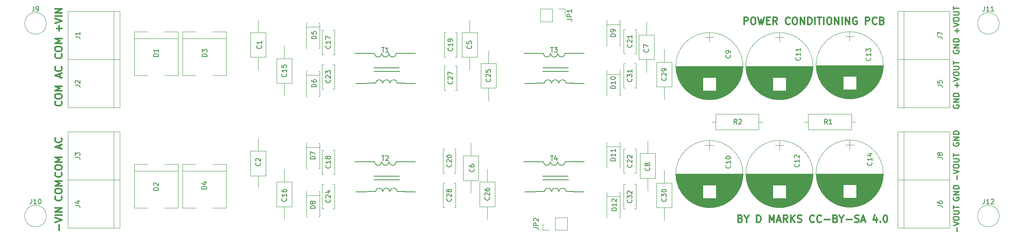
<source format=gbr>
G04 #@! TF.FileFunction,Legend,Top*
%FSLAX46Y46*%
G04 Gerber Fmt 4.6, Leading zero omitted, Abs format (unit mm)*
G04 Created by KiCad (PCBNEW 4.0.7) date 11/01/20 21:53:34*
%MOMM*%
%LPD*%
G01*
G04 APERTURE LIST*
%ADD10C,0.100000*%
%ADD11C,0.300000*%
%ADD12C,0.250000*%
%ADD13C,0.120000*%
%ADD14C,0.200000*%
%ADD15C,0.150000*%
G04 APERTURE END LIST*
D10*
D11*
X188591427Y-49728571D02*
X188591427Y-48228571D01*
X189162855Y-48228571D01*
X189305713Y-48300000D01*
X189377141Y-48371429D01*
X189448570Y-48514286D01*
X189448570Y-48728571D01*
X189377141Y-48871429D01*
X189305713Y-48942857D01*
X189162855Y-49014286D01*
X188591427Y-49014286D01*
X190377141Y-48228571D02*
X190662855Y-48228571D01*
X190805713Y-48300000D01*
X190948570Y-48442857D01*
X191019998Y-48728571D01*
X191019998Y-49228571D01*
X190948570Y-49514286D01*
X190805713Y-49657143D01*
X190662855Y-49728571D01*
X190377141Y-49728571D01*
X190234284Y-49657143D01*
X190091427Y-49514286D01*
X190019998Y-49228571D01*
X190019998Y-48728571D01*
X190091427Y-48442857D01*
X190234284Y-48300000D01*
X190377141Y-48228571D01*
X191519999Y-48228571D02*
X191877142Y-49728571D01*
X192162856Y-48657143D01*
X192448570Y-49728571D01*
X192805713Y-48228571D01*
X193377142Y-48942857D02*
X193877142Y-48942857D01*
X194091428Y-49728571D02*
X193377142Y-49728571D01*
X193377142Y-48228571D01*
X194091428Y-48228571D01*
X195591428Y-49728571D02*
X195091428Y-49014286D01*
X194734285Y-49728571D02*
X194734285Y-48228571D01*
X195305713Y-48228571D01*
X195448571Y-48300000D01*
X195519999Y-48371429D01*
X195591428Y-48514286D01*
X195591428Y-48728571D01*
X195519999Y-48871429D01*
X195448571Y-48942857D01*
X195305713Y-49014286D01*
X194734285Y-49014286D01*
X198234285Y-49585714D02*
X198162856Y-49657143D01*
X197948570Y-49728571D01*
X197805713Y-49728571D01*
X197591428Y-49657143D01*
X197448570Y-49514286D01*
X197377142Y-49371429D01*
X197305713Y-49085714D01*
X197305713Y-48871429D01*
X197377142Y-48585714D01*
X197448570Y-48442857D01*
X197591428Y-48300000D01*
X197805713Y-48228571D01*
X197948570Y-48228571D01*
X198162856Y-48300000D01*
X198234285Y-48371429D01*
X199162856Y-48228571D02*
X199448570Y-48228571D01*
X199591428Y-48300000D01*
X199734285Y-48442857D01*
X199805713Y-48728571D01*
X199805713Y-49228571D01*
X199734285Y-49514286D01*
X199591428Y-49657143D01*
X199448570Y-49728571D01*
X199162856Y-49728571D01*
X199019999Y-49657143D01*
X198877142Y-49514286D01*
X198805713Y-49228571D01*
X198805713Y-48728571D01*
X198877142Y-48442857D01*
X199019999Y-48300000D01*
X199162856Y-48228571D01*
X200448571Y-49728571D02*
X200448571Y-48228571D01*
X201305714Y-49728571D01*
X201305714Y-48228571D01*
X202020000Y-49728571D02*
X202020000Y-48228571D01*
X202377143Y-48228571D01*
X202591428Y-48300000D01*
X202734286Y-48442857D01*
X202805714Y-48585714D01*
X202877143Y-48871429D01*
X202877143Y-49085714D01*
X202805714Y-49371429D01*
X202734286Y-49514286D01*
X202591428Y-49657143D01*
X202377143Y-49728571D01*
X202020000Y-49728571D01*
X203520000Y-49728571D02*
X203520000Y-48228571D01*
X204020000Y-48228571D02*
X204877143Y-48228571D01*
X204448572Y-49728571D02*
X204448572Y-48228571D01*
X205377143Y-49728571D02*
X205377143Y-48228571D01*
X206377143Y-48228571D02*
X206662857Y-48228571D01*
X206805715Y-48300000D01*
X206948572Y-48442857D01*
X207020000Y-48728571D01*
X207020000Y-49228571D01*
X206948572Y-49514286D01*
X206805715Y-49657143D01*
X206662857Y-49728571D01*
X206377143Y-49728571D01*
X206234286Y-49657143D01*
X206091429Y-49514286D01*
X206020000Y-49228571D01*
X206020000Y-48728571D01*
X206091429Y-48442857D01*
X206234286Y-48300000D01*
X206377143Y-48228571D01*
X207662858Y-49728571D02*
X207662858Y-48228571D01*
X208520001Y-49728571D01*
X208520001Y-48228571D01*
X209234287Y-49728571D02*
X209234287Y-48228571D01*
X209948573Y-49728571D02*
X209948573Y-48228571D01*
X210805716Y-49728571D01*
X210805716Y-48228571D01*
X212305716Y-48300000D02*
X212162859Y-48228571D01*
X211948573Y-48228571D01*
X211734288Y-48300000D01*
X211591430Y-48442857D01*
X211520002Y-48585714D01*
X211448573Y-48871429D01*
X211448573Y-49085714D01*
X211520002Y-49371429D01*
X211591430Y-49514286D01*
X211734288Y-49657143D01*
X211948573Y-49728571D01*
X212091430Y-49728571D01*
X212305716Y-49657143D01*
X212377145Y-49585714D01*
X212377145Y-49085714D01*
X212091430Y-49085714D01*
X214162859Y-49728571D02*
X214162859Y-48228571D01*
X214734287Y-48228571D01*
X214877145Y-48300000D01*
X214948573Y-48371429D01*
X215020002Y-48514286D01*
X215020002Y-48728571D01*
X214948573Y-48871429D01*
X214877145Y-48942857D01*
X214734287Y-49014286D01*
X214162859Y-49014286D01*
X216520002Y-49585714D02*
X216448573Y-49657143D01*
X216234287Y-49728571D01*
X216091430Y-49728571D01*
X215877145Y-49657143D01*
X215734287Y-49514286D01*
X215662859Y-49371429D01*
X215591430Y-49085714D01*
X215591430Y-48871429D01*
X215662859Y-48585714D01*
X215734287Y-48442857D01*
X215877145Y-48300000D01*
X216091430Y-48228571D01*
X216234287Y-48228571D01*
X216448573Y-48300000D01*
X216520002Y-48371429D01*
X217662859Y-48942857D02*
X217877145Y-49014286D01*
X217948573Y-49085714D01*
X218020002Y-49228571D01*
X218020002Y-49442857D01*
X217948573Y-49585714D01*
X217877145Y-49657143D01*
X217734287Y-49728571D01*
X217162859Y-49728571D01*
X217162859Y-48228571D01*
X217662859Y-48228571D01*
X217805716Y-48300000D01*
X217877145Y-48371429D01*
X217948573Y-48514286D01*
X217948573Y-48657143D01*
X217877145Y-48800000D01*
X217805716Y-48871429D01*
X217662859Y-48942857D01*
X217162859Y-48942857D01*
X187841430Y-90692857D02*
X188055716Y-90764286D01*
X188127144Y-90835714D01*
X188198573Y-90978571D01*
X188198573Y-91192857D01*
X188127144Y-91335714D01*
X188055716Y-91407143D01*
X187912858Y-91478571D01*
X187341430Y-91478571D01*
X187341430Y-89978571D01*
X187841430Y-89978571D01*
X187984287Y-90050000D01*
X188055716Y-90121429D01*
X188127144Y-90264286D01*
X188127144Y-90407143D01*
X188055716Y-90550000D01*
X187984287Y-90621429D01*
X187841430Y-90692857D01*
X187341430Y-90692857D01*
X189127144Y-90764286D02*
X189127144Y-91478571D01*
X188627144Y-89978571D02*
X189127144Y-90764286D01*
X189627144Y-89978571D01*
X191270001Y-91478571D02*
X191270001Y-89978571D01*
X191627144Y-89978571D01*
X191841429Y-90050000D01*
X191984287Y-90192857D01*
X192055715Y-90335714D01*
X192127144Y-90621429D01*
X192127144Y-90835714D01*
X192055715Y-91121429D01*
X191984287Y-91264286D01*
X191841429Y-91407143D01*
X191627144Y-91478571D01*
X191270001Y-91478571D01*
X193912858Y-91478571D02*
X193912858Y-89978571D01*
X194412858Y-91050000D01*
X194912858Y-89978571D01*
X194912858Y-91478571D01*
X195555715Y-91050000D02*
X196270001Y-91050000D01*
X195412858Y-91478571D02*
X195912858Y-89978571D01*
X196412858Y-91478571D01*
X197770001Y-91478571D02*
X197270001Y-90764286D01*
X196912858Y-91478571D02*
X196912858Y-89978571D01*
X197484286Y-89978571D01*
X197627144Y-90050000D01*
X197698572Y-90121429D01*
X197770001Y-90264286D01*
X197770001Y-90478571D01*
X197698572Y-90621429D01*
X197627144Y-90692857D01*
X197484286Y-90764286D01*
X196912858Y-90764286D01*
X198412858Y-91478571D02*
X198412858Y-89978571D01*
X199270001Y-91478571D02*
X198627144Y-90621429D01*
X199270001Y-89978571D02*
X198412858Y-90835714D01*
X199841429Y-91407143D02*
X200055715Y-91478571D01*
X200412858Y-91478571D01*
X200555715Y-91407143D01*
X200627144Y-91335714D01*
X200698572Y-91192857D01*
X200698572Y-91050000D01*
X200627144Y-90907143D01*
X200555715Y-90835714D01*
X200412858Y-90764286D01*
X200127144Y-90692857D01*
X199984286Y-90621429D01*
X199912858Y-90550000D01*
X199841429Y-90407143D01*
X199841429Y-90264286D01*
X199912858Y-90121429D01*
X199984286Y-90050000D01*
X200127144Y-89978571D01*
X200484286Y-89978571D01*
X200698572Y-90050000D01*
X203341429Y-91335714D02*
X203270000Y-91407143D01*
X203055714Y-91478571D01*
X202912857Y-91478571D01*
X202698572Y-91407143D01*
X202555714Y-91264286D01*
X202484286Y-91121429D01*
X202412857Y-90835714D01*
X202412857Y-90621429D01*
X202484286Y-90335714D01*
X202555714Y-90192857D01*
X202698572Y-90050000D01*
X202912857Y-89978571D01*
X203055714Y-89978571D01*
X203270000Y-90050000D01*
X203341429Y-90121429D01*
X204841429Y-91335714D02*
X204770000Y-91407143D01*
X204555714Y-91478571D01*
X204412857Y-91478571D01*
X204198572Y-91407143D01*
X204055714Y-91264286D01*
X203984286Y-91121429D01*
X203912857Y-90835714D01*
X203912857Y-90621429D01*
X203984286Y-90335714D01*
X204055714Y-90192857D01*
X204198572Y-90050000D01*
X204412857Y-89978571D01*
X204555714Y-89978571D01*
X204770000Y-90050000D01*
X204841429Y-90121429D01*
X205484286Y-90907143D02*
X206627143Y-90907143D01*
X207841429Y-90692857D02*
X208055715Y-90764286D01*
X208127143Y-90835714D01*
X208198572Y-90978571D01*
X208198572Y-91192857D01*
X208127143Y-91335714D01*
X208055715Y-91407143D01*
X207912857Y-91478571D01*
X207341429Y-91478571D01*
X207341429Y-89978571D01*
X207841429Y-89978571D01*
X207984286Y-90050000D01*
X208055715Y-90121429D01*
X208127143Y-90264286D01*
X208127143Y-90407143D01*
X208055715Y-90550000D01*
X207984286Y-90621429D01*
X207841429Y-90692857D01*
X207341429Y-90692857D01*
X209127143Y-90764286D02*
X209127143Y-91478571D01*
X208627143Y-89978571D02*
X209127143Y-90764286D01*
X209627143Y-89978571D01*
X210127143Y-90907143D02*
X211270000Y-90907143D01*
X211912857Y-91407143D02*
X212127143Y-91478571D01*
X212484286Y-91478571D01*
X212627143Y-91407143D01*
X212698572Y-91335714D01*
X212770000Y-91192857D01*
X212770000Y-91050000D01*
X212698572Y-90907143D01*
X212627143Y-90835714D01*
X212484286Y-90764286D01*
X212198572Y-90692857D01*
X212055714Y-90621429D01*
X211984286Y-90550000D01*
X211912857Y-90407143D01*
X211912857Y-90264286D01*
X211984286Y-90121429D01*
X212055714Y-90050000D01*
X212198572Y-89978571D01*
X212555714Y-89978571D01*
X212770000Y-90050000D01*
X213341428Y-91050000D02*
X214055714Y-91050000D01*
X213198571Y-91478571D02*
X213698571Y-89978571D01*
X214198571Y-91478571D01*
X216484285Y-90478571D02*
X216484285Y-91478571D01*
X216127142Y-89907143D02*
X215769999Y-90978571D01*
X216698571Y-90978571D01*
X217269999Y-91335714D02*
X217341427Y-91407143D01*
X217269999Y-91478571D01*
X217198570Y-91407143D01*
X217269999Y-91335714D01*
X217269999Y-91478571D01*
X218269999Y-89978571D02*
X218412856Y-89978571D01*
X218555713Y-90050000D01*
X218627142Y-90121429D01*
X218698571Y-90264286D01*
X218769999Y-90550000D01*
X218769999Y-90907143D01*
X218698571Y-91192857D01*
X218627142Y-91335714D01*
X218555713Y-91407143D01*
X218412856Y-91478571D01*
X218269999Y-91478571D01*
X218127142Y-91407143D01*
X218055713Y-91335714D01*
X217984285Y-91192857D01*
X217912856Y-90907143D01*
X217912856Y-90550000D01*
X217984285Y-90264286D01*
X218055713Y-90121429D01*
X218127142Y-90050000D01*
X218269999Y-89978571D01*
X44520000Y-60907143D02*
X44520000Y-60192857D01*
X44948571Y-61050000D02*
X43448571Y-60550000D01*
X44948571Y-60050000D01*
X44805714Y-58692857D02*
X44877143Y-58764286D01*
X44948571Y-58978572D01*
X44948571Y-59121429D01*
X44877143Y-59335714D01*
X44734286Y-59478572D01*
X44591429Y-59550000D01*
X44305714Y-59621429D01*
X44091429Y-59621429D01*
X43805714Y-59550000D01*
X43662857Y-59478572D01*
X43520000Y-59335714D01*
X43448571Y-59121429D01*
X43448571Y-58978572D01*
X43520000Y-58764286D01*
X43591429Y-58692857D01*
X44520000Y-75907143D02*
X44520000Y-75192857D01*
X44948571Y-76050000D02*
X43448571Y-75550000D01*
X44948571Y-75050000D01*
X44805714Y-73692857D02*
X44877143Y-73764286D01*
X44948571Y-73978572D01*
X44948571Y-74121429D01*
X44877143Y-74335714D01*
X44734286Y-74478572D01*
X44591429Y-74550000D01*
X44305714Y-74621429D01*
X44091429Y-74621429D01*
X43805714Y-74550000D01*
X43662857Y-74478572D01*
X43520000Y-74335714D01*
X43448571Y-74121429D01*
X43448571Y-73978572D01*
X43520000Y-73764286D01*
X43591429Y-73692857D01*
X44805714Y-80978571D02*
X44877143Y-81050000D01*
X44948571Y-81264286D01*
X44948571Y-81407143D01*
X44877143Y-81621428D01*
X44734286Y-81764286D01*
X44591429Y-81835714D01*
X44305714Y-81907143D01*
X44091429Y-81907143D01*
X43805714Y-81835714D01*
X43662857Y-81764286D01*
X43520000Y-81621428D01*
X43448571Y-81407143D01*
X43448571Y-81264286D01*
X43520000Y-81050000D01*
X43591429Y-80978571D01*
X43448571Y-80050000D02*
X43448571Y-79764286D01*
X43520000Y-79621428D01*
X43662857Y-79478571D01*
X43948571Y-79407143D01*
X44448571Y-79407143D01*
X44734286Y-79478571D01*
X44877143Y-79621428D01*
X44948571Y-79764286D01*
X44948571Y-80050000D01*
X44877143Y-80192857D01*
X44734286Y-80335714D01*
X44448571Y-80407143D01*
X43948571Y-80407143D01*
X43662857Y-80335714D01*
X43520000Y-80192857D01*
X43448571Y-80050000D01*
X44948571Y-78764285D02*
X43448571Y-78764285D01*
X44520000Y-78264285D01*
X43448571Y-77764285D01*
X44948571Y-77764285D01*
X44805714Y-65978571D02*
X44877143Y-66050000D01*
X44948571Y-66264286D01*
X44948571Y-66407143D01*
X44877143Y-66621428D01*
X44734286Y-66764286D01*
X44591429Y-66835714D01*
X44305714Y-66907143D01*
X44091429Y-66907143D01*
X43805714Y-66835714D01*
X43662857Y-66764286D01*
X43520000Y-66621428D01*
X43448571Y-66407143D01*
X43448571Y-66264286D01*
X43520000Y-66050000D01*
X43591429Y-65978571D01*
X43448571Y-65050000D02*
X43448571Y-64764286D01*
X43520000Y-64621428D01*
X43662857Y-64478571D01*
X43948571Y-64407143D01*
X44448571Y-64407143D01*
X44734286Y-64478571D01*
X44877143Y-64621428D01*
X44948571Y-64764286D01*
X44948571Y-65050000D01*
X44877143Y-65192857D01*
X44734286Y-65335714D01*
X44448571Y-65407143D01*
X43948571Y-65407143D01*
X43662857Y-65335714D01*
X43520000Y-65192857D01*
X43448571Y-65050000D01*
X44948571Y-63764285D02*
X43448571Y-63764285D01*
X44520000Y-63264285D01*
X43448571Y-62764285D01*
X44948571Y-62764285D01*
X44377143Y-93157143D02*
X44377143Y-92014286D01*
X43448571Y-91514286D02*
X44948571Y-91014286D01*
X43448571Y-90514286D01*
X44948571Y-90014286D02*
X43448571Y-90014286D01*
X44948571Y-89300000D02*
X43448571Y-89300000D01*
X44948571Y-88442857D01*
X43448571Y-88442857D01*
X44805714Y-85978571D02*
X44877143Y-86050000D01*
X44948571Y-86264286D01*
X44948571Y-86407143D01*
X44877143Y-86621428D01*
X44734286Y-86764286D01*
X44591429Y-86835714D01*
X44305714Y-86907143D01*
X44091429Y-86907143D01*
X43805714Y-86835714D01*
X43662857Y-86764286D01*
X43520000Y-86621428D01*
X43448571Y-86407143D01*
X43448571Y-86264286D01*
X43520000Y-86050000D01*
X43591429Y-85978571D01*
X43448571Y-85050000D02*
X43448571Y-84764286D01*
X43520000Y-84621428D01*
X43662857Y-84478571D01*
X43948571Y-84407143D01*
X44448571Y-84407143D01*
X44734286Y-84478571D01*
X44877143Y-84621428D01*
X44948571Y-84764286D01*
X44948571Y-85050000D01*
X44877143Y-85192857D01*
X44734286Y-85335714D01*
X44448571Y-85407143D01*
X43948571Y-85407143D01*
X43662857Y-85335714D01*
X43520000Y-85192857D01*
X43448571Y-85050000D01*
X44948571Y-83764285D02*
X43448571Y-83764285D01*
X44520000Y-83264285D01*
X43448571Y-82764285D01*
X44948571Y-82764285D01*
X44377143Y-51157143D02*
X44377143Y-50014286D01*
X44948571Y-50585715D02*
X43805714Y-50585715D01*
X43448571Y-49514286D02*
X44948571Y-49014286D01*
X43448571Y-48514286D01*
X44948571Y-48014286D02*
X43448571Y-48014286D01*
X44948571Y-47300000D02*
X43448571Y-47300000D01*
X44948571Y-46442857D01*
X43448571Y-46442857D01*
X44805714Y-55978571D02*
X44877143Y-56050000D01*
X44948571Y-56264286D01*
X44948571Y-56407143D01*
X44877143Y-56621428D01*
X44734286Y-56764286D01*
X44591429Y-56835714D01*
X44305714Y-56907143D01*
X44091429Y-56907143D01*
X43805714Y-56835714D01*
X43662857Y-56764286D01*
X43520000Y-56621428D01*
X43448571Y-56407143D01*
X43448571Y-56264286D01*
X43520000Y-56050000D01*
X43591429Y-55978571D01*
X43448571Y-55050000D02*
X43448571Y-54764286D01*
X43520000Y-54621428D01*
X43662857Y-54478571D01*
X43948571Y-54407143D01*
X44448571Y-54407143D01*
X44734286Y-54478571D01*
X44877143Y-54621428D01*
X44948571Y-54764286D01*
X44948571Y-55050000D01*
X44877143Y-55192857D01*
X44734286Y-55335714D01*
X44448571Y-55407143D01*
X43948571Y-55407143D01*
X43662857Y-55335714D01*
X43520000Y-55192857D01*
X43448571Y-55050000D01*
X44948571Y-53764285D02*
X43448571Y-53764285D01*
X44520000Y-53264285D01*
X43448571Y-52764285D01*
X44948571Y-52764285D01*
D12*
X232670000Y-66714285D02*
X232612857Y-66828571D01*
X232612857Y-67000000D01*
X232670000Y-67171428D01*
X232784286Y-67285714D01*
X232898571Y-67342857D01*
X233127143Y-67400000D01*
X233298571Y-67400000D01*
X233527143Y-67342857D01*
X233641429Y-67285714D01*
X233755714Y-67171428D01*
X233812857Y-67000000D01*
X233812857Y-66885714D01*
X233755714Y-66714285D01*
X233698571Y-66657142D01*
X233298571Y-66657142D01*
X233298571Y-66885714D01*
X233812857Y-66142857D02*
X232612857Y-66142857D01*
X233812857Y-65457142D01*
X232612857Y-65457142D01*
X233812857Y-64885714D02*
X232612857Y-64885714D01*
X232612857Y-64599999D01*
X232670000Y-64428571D01*
X232784286Y-64314285D01*
X232898571Y-64257142D01*
X233127143Y-64199999D01*
X233298571Y-64199999D01*
X233527143Y-64257142D01*
X233641429Y-64314285D01*
X233755714Y-64428571D01*
X233812857Y-64599999D01*
X233812857Y-64885714D01*
X232670000Y-55214285D02*
X232612857Y-55328571D01*
X232612857Y-55500000D01*
X232670000Y-55671428D01*
X232784286Y-55785714D01*
X232898571Y-55842857D01*
X233127143Y-55900000D01*
X233298571Y-55900000D01*
X233527143Y-55842857D01*
X233641429Y-55785714D01*
X233755714Y-55671428D01*
X233812857Y-55500000D01*
X233812857Y-55385714D01*
X233755714Y-55214285D01*
X233698571Y-55157142D01*
X233298571Y-55157142D01*
X233298571Y-55385714D01*
X233812857Y-54642857D02*
X232612857Y-54642857D01*
X233812857Y-53957142D01*
X232612857Y-53957142D01*
X233812857Y-53385714D02*
X232612857Y-53385714D01*
X232612857Y-53099999D01*
X232670000Y-52928571D01*
X232784286Y-52814285D01*
X232898571Y-52757142D01*
X233127143Y-52699999D01*
X233298571Y-52699999D01*
X233527143Y-52757142D01*
X233641429Y-52814285D01*
X233755714Y-52928571D01*
X233812857Y-53099999D01*
X233812857Y-53385714D01*
X232670000Y-74714285D02*
X232612857Y-74828571D01*
X232612857Y-75000000D01*
X232670000Y-75171428D01*
X232784286Y-75285714D01*
X232898571Y-75342857D01*
X233127143Y-75400000D01*
X233298571Y-75400000D01*
X233527143Y-75342857D01*
X233641429Y-75285714D01*
X233755714Y-75171428D01*
X233812857Y-75000000D01*
X233812857Y-74885714D01*
X233755714Y-74714285D01*
X233698571Y-74657142D01*
X233298571Y-74657142D01*
X233298571Y-74885714D01*
X233812857Y-74142857D02*
X232612857Y-74142857D01*
X233812857Y-73457142D01*
X232612857Y-73457142D01*
X233812857Y-72885714D02*
X232612857Y-72885714D01*
X232612857Y-72599999D01*
X232670000Y-72428571D01*
X232784286Y-72314285D01*
X232898571Y-72257142D01*
X233127143Y-72199999D01*
X233298571Y-72199999D01*
X233527143Y-72257142D01*
X233641429Y-72314285D01*
X233755714Y-72428571D01*
X233812857Y-72599999D01*
X233812857Y-72885714D01*
X232670000Y-86214285D02*
X232612857Y-86328571D01*
X232612857Y-86500000D01*
X232670000Y-86671428D01*
X232784286Y-86785714D01*
X232898571Y-86842857D01*
X233127143Y-86900000D01*
X233298571Y-86900000D01*
X233527143Y-86842857D01*
X233641429Y-86785714D01*
X233755714Y-86671428D01*
X233812857Y-86500000D01*
X233812857Y-86385714D01*
X233755714Y-86214285D01*
X233698571Y-86157142D01*
X233298571Y-86157142D01*
X233298571Y-86385714D01*
X233812857Y-85642857D02*
X232612857Y-85642857D01*
X233812857Y-84957142D01*
X232612857Y-84957142D01*
X233812857Y-84385714D02*
X232612857Y-84385714D01*
X232612857Y-84099999D01*
X232670000Y-83928571D01*
X232784286Y-83814285D01*
X232898571Y-83757142D01*
X233127143Y-83699999D01*
X233298571Y-83699999D01*
X233527143Y-83757142D01*
X233641429Y-83814285D01*
X233755714Y-83928571D01*
X233812857Y-84099999D01*
X233812857Y-84385714D01*
X233355714Y-93485714D02*
X233355714Y-92571428D01*
X232612857Y-92171428D02*
X233812857Y-91771428D01*
X232612857Y-91371428D01*
X232612857Y-90742857D02*
X232612857Y-90514286D01*
X232670000Y-90400000D01*
X232784286Y-90285714D01*
X233012857Y-90228572D01*
X233412857Y-90228572D01*
X233641429Y-90285714D01*
X233755714Y-90400000D01*
X233812857Y-90514286D01*
X233812857Y-90742857D01*
X233755714Y-90857143D01*
X233641429Y-90971429D01*
X233412857Y-91028572D01*
X233012857Y-91028572D01*
X232784286Y-90971429D01*
X232670000Y-90857143D01*
X232612857Y-90742857D01*
X232612857Y-89714286D02*
X233584286Y-89714286D01*
X233698571Y-89657143D01*
X233755714Y-89600000D01*
X233812857Y-89485714D01*
X233812857Y-89257143D01*
X233755714Y-89142857D01*
X233698571Y-89085714D01*
X233584286Y-89028571D01*
X232612857Y-89028571D01*
X232612857Y-88628571D02*
X232612857Y-87942857D01*
X233812857Y-88285714D02*
X232612857Y-88285714D01*
X233355714Y-82485714D02*
X233355714Y-81571428D01*
X232612857Y-81171428D02*
X233812857Y-80771428D01*
X232612857Y-80371428D01*
X232612857Y-79742857D02*
X232612857Y-79514286D01*
X232670000Y-79400000D01*
X232784286Y-79285714D01*
X233012857Y-79228572D01*
X233412857Y-79228572D01*
X233641429Y-79285714D01*
X233755714Y-79400000D01*
X233812857Y-79514286D01*
X233812857Y-79742857D01*
X233755714Y-79857143D01*
X233641429Y-79971429D01*
X233412857Y-80028572D01*
X233012857Y-80028572D01*
X232784286Y-79971429D01*
X232670000Y-79857143D01*
X232612857Y-79742857D01*
X232612857Y-78714286D02*
X233584286Y-78714286D01*
X233698571Y-78657143D01*
X233755714Y-78600000D01*
X233812857Y-78485714D01*
X233812857Y-78257143D01*
X233755714Y-78142857D01*
X233698571Y-78085714D01*
X233584286Y-78028571D01*
X232612857Y-78028571D01*
X232612857Y-77628571D02*
X232612857Y-76942857D01*
X233812857Y-77285714D02*
X232612857Y-77285714D01*
X233355714Y-62985714D02*
X233355714Y-62071428D01*
X233812857Y-62528571D02*
X232898571Y-62528571D01*
X232612857Y-61671428D02*
X233812857Y-61271428D01*
X232612857Y-60871428D01*
X232612857Y-60242857D02*
X232612857Y-60014286D01*
X232670000Y-59900000D01*
X232784286Y-59785714D01*
X233012857Y-59728572D01*
X233412857Y-59728572D01*
X233641429Y-59785714D01*
X233755714Y-59900000D01*
X233812857Y-60014286D01*
X233812857Y-60242857D01*
X233755714Y-60357143D01*
X233641429Y-60471429D01*
X233412857Y-60528572D01*
X233012857Y-60528572D01*
X232784286Y-60471429D01*
X232670000Y-60357143D01*
X232612857Y-60242857D01*
X232612857Y-59214286D02*
X233584286Y-59214286D01*
X233698571Y-59157143D01*
X233755714Y-59100000D01*
X233812857Y-58985714D01*
X233812857Y-58757143D01*
X233755714Y-58642857D01*
X233698571Y-58585714D01*
X233584286Y-58528571D01*
X232612857Y-58528571D01*
X232612857Y-58128571D02*
X232612857Y-57442857D01*
X233812857Y-57785714D02*
X232612857Y-57785714D01*
X233355714Y-51485714D02*
X233355714Y-50571428D01*
X233812857Y-51028571D02*
X232898571Y-51028571D01*
X232612857Y-50171428D02*
X233812857Y-49771428D01*
X232612857Y-49371428D01*
X232612857Y-48742857D02*
X232612857Y-48514286D01*
X232670000Y-48400000D01*
X232784286Y-48285714D01*
X233012857Y-48228572D01*
X233412857Y-48228572D01*
X233641429Y-48285714D01*
X233755714Y-48400000D01*
X233812857Y-48514286D01*
X233812857Y-48742857D01*
X233755714Y-48857143D01*
X233641429Y-48971429D01*
X233412857Y-49028572D01*
X233012857Y-49028572D01*
X232784286Y-48971429D01*
X232670000Y-48857143D01*
X232612857Y-48742857D01*
X232612857Y-47714286D02*
X233584286Y-47714286D01*
X233698571Y-47657143D01*
X233755714Y-47600000D01*
X233812857Y-47485714D01*
X233812857Y-47257143D01*
X233755714Y-47142857D01*
X233698571Y-47085714D01*
X233584286Y-47028571D01*
X232612857Y-47028571D01*
X232612857Y-46628571D02*
X232612857Y-45942857D01*
X233812857Y-46285714D02*
X232612857Y-46285714D01*
D13*
X145650000Y-46470000D02*
X145650000Y-49130000D01*
X148250000Y-46470000D02*
X145650000Y-46470000D01*
X148250000Y-49130000D02*
X145650000Y-49130000D01*
X148250000Y-46470000D02*
X148250000Y-49130000D01*
X149520000Y-46470000D02*
X150850000Y-46470000D01*
X150850000Y-46470000D02*
X150850000Y-47800000D01*
X87880000Y-51440000D02*
X84660000Y-51440000D01*
X84660000Y-51440000D02*
X84660000Y-56660000D01*
X84660000Y-56660000D02*
X87880000Y-56660000D01*
X87880000Y-56660000D02*
X87880000Y-51440000D01*
X86270000Y-48780000D02*
X86270000Y-51440000D01*
X86270000Y-59320000D02*
X86270000Y-56660000D01*
X87880000Y-76440000D02*
X84660000Y-76440000D01*
X84660000Y-76440000D02*
X84660000Y-81660000D01*
X84660000Y-81660000D02*
X87880000Y-81660000D01*
X87880000Y-81660000D02*
X87880000Y-76440000D01*
X86270000Y-73780000D02*
X86270000Y-76440000D01*
X86270000Y-84320000D02*
X86270000Y-81660000D01*
X132380000Y-51440000D02*
X129160000Y-51440000D01*
X129160000Y-51440000D02*
X129160000Y-56660000D01*
X129160000Y-56660000D02*
X132380000Y-56660000D01*
X132380000Y-56660000D02*
X132380000Y-51440000D01*
X130770000Y-48780000D02*
X130770000Y-51440000D01*
X130770000Y-59320000D02*
X130770000Y-56660000D01*
X132630000Y-77440000D02*
X129410000Y-77440000D01*
X129410000Y-77440000D02*
X129410000Y-82660000D01*
X129410000Y-82660000D02*
X132630000Y-82660000D01*
X132630000Y-82660000D02*
X132630000Y-77440000D01*
X131020000Y-74780000D02*
X131020000Y-77440000D01*
X131020000Y-85320000D02*
X131020000Y-82660000D01*
X166410000Y-57160000D02*
X169630000Y-57160000D01*
X169630000Y-57160000D02*
X169630000Y-51940000D01*
X169630000Y-51940000D02*
X166410000Y-51940000D01*
X166410000Y-51940000D02*
X166410000Y-57160000D01*
X168020000Y-59820000D02*
X168020000Y-57160000D01*
X168020000Y-49280000D02*
X168020000Y-51940000D01*
X166660000Y-82160000D02*
X169880000Y-82160000D01*
X169880000Y-82160000D02*
X169880000Y-76940000D01*
X169880000Y-76940000D02*
X166660000Y-76940000D01*
X166660000Y-76940000D02*
X166660000Y-82160000D01*
X168270000Y-84820000D02*
X168270000Y-82160000D01*
X168270000Y-74280000D02*
X168270000Y-76940000D01*
X188360000Y-58550000D02*
G75*
G03X188360000Y-58550000I-7090000J0D01*
G01*
X188320000Y-58550000D02*
X174220000Y-58550000D01*
X188320000Y-58590000D02*
X174220000Y-58590000D01*
X188320000Y-58630000D02*
X174220000Y-58630000D01*
X188319000Y-58670000D02*
X174221000Y-58670000D01*
X188319000Y-58710000D02*
X174221000Y-58710000D01*
X188318000Y-58750000D02*
X174222000Y-58750000D01*
X188316000Y-58790000D02*
X174224000Y-58790000D01*
X188315000Y-58830000D02*
X174225000Y-58830000D01*
X188313000Y-58870000D02*
X174227000Y-58870000D01*
X188311000Y-58910000D02*
X174229000Y-58910000D01*
X188309000Y-58950000D02*
X174231000Y-58950000D01*
X188307000Y-58990000D02*
X174233000Y-58990000D01*
X188304000Y-59030000D02*
X174236000Y-59030000D01*
X188301000Y-59070000D02*
X174239000Y-59070000D01*
X188298000Y-59110000D02*
X174242000Y-59110000D01*
X188295000Y-59150000D02*
X174245000Y-59150000D01*
X188292000Y-59190000D02*
X174248000Y-59190000D01*
X188288000Y-59230000D02*
X174252000Y-59230000D01*
X188284000Y-59271000D02*
X174256000Y-59271000D01*
X188280000Y-59311000D02*
X174260000Y-59311000D01*
X188275000Y-59351000D02*
X174265000Y-59351000D01*
X188271000Y-59391000D02*
X174269000Y-59391000D01*
X188266000Y-59431000D02*
X174274000Y-59431000D01*
X188261000Y-59471000D02*
X174279000Y-59471000D01*
X188255000Y-59511000D02*
X174285000Y-59511000D01*
X188250000Y-59551000D02*
X174290000Y-59551000D01*
X188244000Y-59591000D02*
X174296000Y-59591000D01*
X188238000Y-59631000D02*
X174302000Y-59631000D01*
X188231000Y-59671000D02*
X174309000Y-59671000D01*
X188225000Y-59711000D02*
X174315000Y-59711000D01*
X188218000Y-59751000D02*
X174322000Y-59751000D01*
X188211000Y-59791000D02*
X174329000Y-59791000D01*
X188204000Y-59831000D02*
X174336000Y-59831000D01*
X188197000Y-59871000D02*
X174343000Y-59871000D01*
X188189000Y-59911000D02*
X174351000Y-59911000D01*
X188181000Y-59951000D02*
X174359000Y-59951000D01*
X188173000Y-59991000D02*
X174367000Y-59991000D01*
X188164000Y-60031000D02*
X174376000Y-60031000D01*
X188156000Y-60071000D02*
X174384000Y-60071000D01*
X188147000Y-60111000D02*
X174393000Y-60111000D01*
X188138000Y-60151000D02*
X174402000Y-60151000D01*
X188128000Y-60191000D02*
X174412000Y-60191000D01*
X188119000Y-60231000D02*
X174421000Y-60231000D01*
X188109000Y-60271000D02*
X174431000Y-60271000D01*
X188099000Y-60311000D02*
X174441000Y-60311000D01*
X188088000Y-60351000D02*
X174452000Y-60351000D01*
X188078000Y-60391000D02*
X174462000Y-60391000D01*
X188067000Y-60431000D02*
X174473000Y-60431000D01*
X188056000Y-60471000D02*
X174484000Y-60471000D01*
X188044000Y-60511000D02*
X174496000Y-60511000D01*
X188033000Y-60551000D02*
X174507000Y-60551000D01*
X188021000Y-60591000D02*
X174519000Y-60591000D01*
X188009000Y-60631000D02*
X174531000Y-60631000D01*
X187996000Y-60671000D02*
X174544000Y-60671000D01*
X187983000Y-60711000D02*
X174557000Y-60711000D01*
X187971000Y-60751000D02*
X174569000Y-60751000D01*
X187957000Y-60791000D02*
X174583000Y-60791000D01*
X187944000Y-60831000D02*
X174596000Y-60831000D01*
X187930000Y-60871000D02*
X174610000Y-60871000D01*
X187916000Y-60911000D02*
X174624000Y-60911000D01*
X187902000Y-60951000D02*
X182650000Y-60951000D01*
X179890000Y-60951000D02*
X174638000Y-60951000D01*
X187887000Y-60991000D02*
X182650000Y-60991000D01*
X179890000Y-60991000D02*
X174653000Y-60991000D01*
X187873000Y-61031000D02*
X182650000Y-61031000D01*
X179890000Y-61031000D02*
X174667000Y-61031000D01*
X187858000Y-61071000D02*
X182650000Y-61071000D01*
X179890000Y-61071000D02*
X174682000Y-61071000D01*
X187842000Y-61111000D02*
X182650000Y-61111000D01*
X179890000Y-61111000D02*
X174698000Y-61111000D01*
X187827000Y-61151000D02*
X182650000Y-61151000D01*
X179890000Y-61151000D02*
X174713000Y-61151000D01*
X187811000Y-61191000D02*
X182650000Y-61191000D01*
X179890000Y-61191000D02*
X174729000Y-61191000D01*
X187794000Y-61231000D02*
X182650000Y-61231000D01*
X179890000Y-61231000D02*
X174746000Y-61231000D01*
X187778000Y-61271000D02*
X182650000Y-61271000D01*
X179890000Y-61271000D02*
X174762000Y-61271000D01*
X187761000Y-61311000D02*
X182650000Y-61311000D01*
X179890000Y-61311000D02*
X174779000Y-61311000D01*
X187744000Y-61351000D02*
X182650000Y-61351000D01*
X179890000Y-61351000D02*
X174796000Y-61351000D01*
X187727000Y-61391000D02*
X182650000Y-61391000D01*
X179890000Y-61391000D02*
X174813000Y-61391000D01*
X187709000Y-61431000D02*
X182650000Y-61431000D01*
X179890000Y-61431000D02*
X174831000Y-61431000D01*
X187691000Y-61471000D02*
X182650000Y-61471000D01*
X179890000Y-61471000D02*
X174849000Y-61471000D01*
X187673000Y-61511000D02*
X182650000Y-61511000D01*
X179890000Y-61511000D02*
X174867000Y-61511000D01*
X187655000Y-61551000D02*
X182650000Y-61551000D01*
X179890000Y-61551000D02*
X174885000Y-61551000D01*
X187636000Y-61591000D02*
X182650000Y-61591000D01*
X179890000Y-61591000D02*
X174904000Y-61591000D01*
X187617000Y-61631000D02*
X182650000Y-61631000D01*
X179890000Y-61631000D02*
X174923000Y-61631000D01*
X187597000Y-61671000D02*
X182650000Y-61671000D01*
X179890000Y-61671000D02*
X174943000Y-61671000D01*
X187577000Y-61711000D02*
X182650000Y-61711000D01*
X179890000Y-61711000D02*
X174963000Y-61711000D01*
X187557000Y-61751000D02*
X182650000Y-61751000D01*
X179890000Y-61751000D02*
X174983000Y-61751000D01*
X187537000Y-61791000D02*
X182650000Y-61791000D01*
X179890000Y-61791000D02*
X175003000Y-61791000D01*
X187516000Y-61831000D02*
X182650000Y-61831000D01*
X179890000Y-61831000D02*
X175024000Y-61831000D01*
X187495000Y-61871000D02*
X182650000Y-61871000D01*
X179890000Y-61871000D02*
X175045000Y-61871000D01*
X187474000Y-61911000D02*
X182650000Y-61911000D01*
X179890000Y-61911000D02*
X175066000Y-61911000D01*
X187452000Y-61951000D02*
X182650000Y-61951000D01*
X179890000Y-61951000D02*
X175088000Y-61951000D01*
X187430000Y-61991000D02*
X182650000Y-61991000D01*
X179890000Y-61991000D02*
X175110000Y-61991000D01*
X187408000Y-62031000D02*
X182650000Y-62031000D01*
X179890000Y-62031000D02*
X175132000Y-62031000D01*
X187385000Y-62071000D02*
X182650000Y-62071000D01*
X179890000Y-62071000D02*
X175155000Y-62071000D01*
X187362000Y-62111000D02*
X182650000Y-62111000D01*
X179890000Y-62111000D02*
X175178000Y-62111000D01*
X187339000Y-62151000D02*
X182650000Y-62151000D01*
X179890000Y-62151000D02*
X175201000Y-62151000D01*
X187315000Y-62191000D02*
X182650000Y-62191000D01*
X179890000Y-62191000D02*
X175225000Y-62191000D01*
X187291000Y-62231000D02*
X182650000Y-62231000D01*
X179890000Y-62231000D02*
X175249000Y-62231000D01*
X187266000Y-62271000D02*
X182650000Y-62271000D01*
X179890000Y-62271000D02*
X175274000Y-62271000D01*
X187241000Y-62311000D02*
X182650000Y-62311000D01*
X179890000Y-62311000D02*
X175299000Y-62311000D01*
X187216000Y-62351000D02*
X182650000Y-62351000D01*
X179890000Y-62351000D02*
X175324000Y-62351000D01*
X187191000Y-62391000D02*
X182650000Y-62391000D01*
X179890000Y-62391000D02*
X175349000Y-62391000D01*
X187165000Y-62431000D02*
X182650000Y-62431000D01*
X179890000Y-62431000D02*
X175375000Y-62431000D01*
X187138000Y-62471000D02*
X182650000Y-62471000D01*
X179890000Y-62471000D02*
X175402000Y-62471000D01*
X187112000Y-62511000D02*
X182650000Y-62511000D01*
X179890000Y-62511000D02*
X175428000Y-62511000D01*
X187084000Y-62551000D02*
X182650000Y-62551000D01*
X179890000Y-62551000D02*
X175456000Y-62551000D01*
X187057000Y-62591000D02*
X182650000Y-62591000D01*
X179890000Y-62591000D02*
X175483000Y-62591000D01*
X187029000Y-62631000D02*
X182650000Y-62631000D01*
X179890000Y-62631000D02*
X175511000Y-62631000D01*
X187001000Y-62671000D02*
X182650000Y-62671000D01*
X179890000Y-62671000D02*
X175539000Y-62671000D01*
X186972000Y-62711000D02*
X182650000Y-62711000D01*
X179890000Y-62711000D02*
X175568000Y-62711000D01*
X186943000Y-62751000D02*
X182650000Y-62751000D01*
X179890000Y-62751000D02*
X175597000Y-62751000D01*
X186913000Y-62791000D02*
X182650000Y-62791000D01*
X179890000Y-62791000D02*
X175627000Y-62791000D01*
X186883000Y-62831000D02*
X182650000Y-62831000D01*
X179890000Y-62831000D02*
X175657000Y-62831000D01*
X186852000Y-62871000D02*
X182650000Y-62871000D01*
X179890000Y-62871000D02*
X175688000Y-62871000D01*
X186821000Y-62911000D02*
X182650000Y-62911000D01*
X179890000Y-62911000D02*
X175719000Y-62911000D01*
X186790000Y-62951000D02*
X182650000Y-62951000D01*
X179890000Y-62951000D02*
X175750000Y-62951000D01*
X186758000Y-62991000D02*
X182650000Y-62991000D01*
X179890000Y-62991000D02*
X175782000Y-62991000D01*
X186726000Y-63031000D02*
X182650000Y-63031000D01*
X179890000Y-63031000D02*
X175814000Y-63031000D01*
X186693000Y-63071000D02*
X182650000Y-63071000D01*
X179890000Y-63071000D02*
X175847000Y-63071000D01*
X186660000Y-63111000D02*
X182650000Y-63111000D01*
X179890000Y-63111000D02*
X175880000Y-63111000D01*
X186626000Y-63151000D02*
X182650000Y-63151000D01*
X179890000Y-63151000D02*
X175914000Y-63151000D01*
X186591000Y-63191000D02*
X182650000Y-63191000D01*
X179890000Y-63191000D02*
X175949000Y-63191000D01*
X186556000Y-63231000D02*
X182650000Y-63231000D01*
X179890000Y-63231000D02*
X175984000Y-63231000D01*
X186521000Y-63271000D02*
X182650000Y-63271000D01*
X179890000Y-63271000D02*
X176019000Y-63271000D01*
X186485000Y-63311000D02*
X182650000Y-63311000D01*
X179890000Y-63311000D02*
X176055000Y-63311000D01*
X186449000Y-63351000D02*
X182650000Y-63351000D01*
X179890000Y-63351000D02*
X176091000Y-63351000D01*
X186411000Y-63391000D02*
X182650000Y-63391000D01*
X179890000Y-63391000D02*
X176129000Y-63391000D01*
X186374000Y-63431000D02*
X182650000Y-63431000D01*
X179890000Y-63431000D02*
X176166000Y-63431000D01*
X186336000Y-63471000D02*
X182650000Y-63471000D01*
X179890000Y-63471000D02*
X176204000Y-63471000D01*
X186297000Y-63511000D02*
X182650000Y-63511000D01*
X179890000Y-63511000D02*
X176243000Y-63511000D01*
X186257000Y-63551000D02*
X182650000Y-63551000D01*
X179890000Y-63551000D02*
X176283000Y-63551000D01*
X186217000Y-63591000D02*
X182650000Y-63591000D01*
X179890000Y-63591000D02*
X176323000Y-63591000D01*
X186176000Y-63631000D02*
X182650000Y-63631000D01*
X179890000Y-63631000D02*
X176364000Y-63631000D01*
X186135000Y-63671000D02*
X182650000Y-63671000D01*
X179890000Y-63671000D02*
X176405000Y-63671000D01*
X186093000Y-63711000D02*
X176447000Y-63711000D01*
X186050000Y-63751000D02*
X176490000Y-63751000D01*
X186007000Y-63791000D02*
X176533000Y-63791000D01*
X185962000Y-63831000D02*
X176578000Y-63831000D01*
X185917000Y-63871000D02*
X176623000Y-63871000D01*
X185871000Y-63911000D02*
X176669000Y-63911000D01*
X185825000Y-63951000D02*
X176715000Y-63951000D01*
X185777000Y-63991000D02*
X176763000Y-63991000D01*
X185729000Y-64031000D02*
X176811000Y-64031000D01*
X185680000Y-64071000D02*
X176860000Y-64071000D01*
X185630000Y-64111000D02*
X176910000Y-64111000D01*
X185579000Y-64151000D02*
X176961000Y-64151000D01*
X185527000Y-64191000D02*
X177013000Y-64191000D01*
X185474000Y-64231000D02*
X177066000Y-64231000D01*
X185420000Y-64271000D02*
X177120000Y-64271000D01*
X185365000Y-64311000D02*
X177175000Y-64311000D01*
X185308000Y-64351000D02*
X177232000Y-64351000D01*
X185251000Y-64391000D02*
X177289000Y-64391000D01*
X185192000Y-64431000D02*
X177348000Y-64431000D01*
X185132000Y-64471000D02*
X177408000Y-64471000D01*
X185071000Y-64511000D02*
X177469000Y-64511000D01*
X185008000Y-64551000D02*
X177532000Y-64551000D01*
X184944000Y-64591000D02*
X177596000Y-64591000D01*
X184878000Y-64631000D02*
X177662000Y-64631000D01*
X184810000Y-64671000D02*
X177730000Y-64671000D01*
X184741000Y-64711000D02*
X177799000Y-64711000D01*
X184670000Y-64751000D02*
X177870000Y-64751000D01*
X184597000Y-64791000D02*
X177943000Y-64791000D01*
X184521000Y-64831000D02*
X178019000Y-64831000D01*
X184444000Y-64871000D02*
X178096000Y-64871000D01*
X184364000Y-64911000D02*
X178176000Y-64911000D01*
X184281000Y-64951000D02*
X178259000Y-64951000D01*
X184196000Y-64991000D02*
X178344000Y-64991000D01*
X184108000Y-65031000D02*
X178432000Y-65031000D01*
X184016000Y-65071000D02*
X178524000Y-65071000D01*
X183920000Y-65111000D02*
X178620000Y-65111000D01*
X183820000Y-65151000D02*
X178720000Y-65151000D01*
X183716000Y-65191000D02*
X178824000Y-65191000D01*
X183607000Y-65231000D02*
X178933000Y-65231000D01*
X183491000Y-65271000D02*
X179049000Y-65271000D01*
X183368000Y-65311000D02*
X179172000Y-65311000D01*
X183238000Y-65351000D02*
X179302000Y-65351000D01*
X183097000Y-65391000D02*
X179443000Y-65391000D01*
X182943000Y-65431000D02*
X179597000Y-65431000D01*
X182774000Y-65471000D02*
X179766000Y-65471000D01*
X182582000Y-65511000D02*
X179958000Y-65511000D01*
X182357000Y-65551000D02*
X180183000Y-65551000D01*
X182071000Y-65591000D02*
X180469000Y-65591000D01*
X181607000Y-65631000D02*
X180933000Y-65631000D01*
X181270000Y-51600000D02*
X181270000Y-53400000D01*
X182170000Y-52500000D02*
X180370000Y-52500000D01*
X188360000Y-81300000D02*
G75*
G03X188360000Y-81300000I-7090000J0D01*
G01*
X188320000Y-81300000D02*
X174220000Y-81300000D01*
X188320000Y-81340000D02*
X174220000Y-81340000D01*
X188320000Y-81380000D02*
X174220000Y-81380000D01*
X188319000Y-81420000D02*
X174221000Y-81420000D01*
X188319000Y-81460000D02*
X174221000Y-81460000D01*
X188318000Y-81500000D02*
X174222000Y-81500000D01*
X188316000Y-81540000D02*
X174224000Y-81540000D01*
X188315000Y-81580000D02*
X174225000Y-81580000D01*
X188313000Y-81620000D02*
X174227000Y-81620000D01*
X188311000Y-81660000D02*
X174229000Y-81660000D01*
X188309000Y-81700000D02*
X174231000Y-81700000D01*
X188307000Y-81740000D02*
X174233000Y-81740000D01*
X188304000Y-81780000D02*
X174236000Y-81780000D01*
X188301000Y-81820000D02*
X174239000Y-81820000D01*
X188298000Y-81860000D02*
X174242000Y-81860000D01*
X188295000Y-81900000D02*
X174245000Y-81900000D01*
X188292000Y-81940000D02*
X174248000Y-81940000D01*
X188288000Y-81980000D02*
X174252000Y-81980000D01*
X188284000Y-82021000D02*
X174256000Y-82021000D01*
X188280000Y-82061000D02*
X174260000Y-82061000D01*
X188275000Y-82101000D02*
X174265000Y-82101000D01*
X188271000Y-82141000D02*
X174269000Y-82141000D01*
X188266000Y-82181000D02*
X174274000Y-82181000D01*
X188261000Y-82221000D02*
X174279000Y-82221000D01*
X188255000Y-82261000D02*
X174285000Y-82261000D01*
X188250000Y-82301000D02*
X174290000Y-82301000D01*
X188244000Y-82341000D02*
X174296000Y-82341000D01*
X188238000Y-82381000D02*
X174302000Y-82381000D01*
X188231000Y-82421000D02*
X174309000Y-82421000D01*
X188225000Y-82461000D02*
X174315000Y-82461000D01*
X188218000Y-82501000D02*
X174322000Y-82501000D01*
X188211000Y-82541000D02*
X174329000Y-82541000D01*
X188204000Y-82581000D02*
X174336000Y-82581000D01*
X188197000Y-82621000D02*
X174343000Y-82621000D01*
X188189000Y-82661000D02*
X174351000Y-82661000D01*
X188181000Y-82701000D02*
X174359000Y-82701000D01*
X188173000Y-82741000D02*
X174367000Y-82741000D01*
X188164000Y-82781000D02*
X174376000Y-82781000D01*
X188156000Y-82821000D02*
X174384000Y-82821000D01*
X188147000Y-82861000D02*
X174393000Y-82861000D01*
X188138000Y-82901000D02*
X174402000Y-82901000D01*
X188128000Y-82941000D02*
X174412000Y-82941000D01*
X188119000Y-82981000D02*
X174421000Y-82981000D01*
X188109000Y-83021000D02*
X174431000Y-83021000D01*
X188099000Y-83061000D02*
X174441000Y-83061000D01*
X188088000Y-83101000D02*
X174452000Y-83101000D01*
X188078000Y-83141000D02*
X174462000Y-83141000D01*
X188067000Y-83181000D02*
X174473000Y-83181000D01*
X188056000Y-83221000D02*
X174484000Y-83221000D01*
X188044000Y-83261000D02*
X174496000Y-83261000D01*
X188033000Y-83301000D02*
X174507000Y-83301000D01*
X188021000Y-83341000D02*
X174519000Y-83341000D01*
X188009000Y-83381000D02*
X174531000Y-83381000D01*
X187996000Y-83421000D02*
X174544000Y-83421000D01*
X187983000Y-83461000D02*
X174557000Y-83461000D01*
X187971000Y-83501000D02*
X174569000Y-83501000D01*
X187957000Y-83541000D02*
X174583000Y-83541000D01*
X187944000Y-83581000D02*
X174596000Y-83581000D01*
X187930000Y-83621000D02*
X174610000Y-83621000D01*
X187916000Y-83661000D02*
X174624000Y-83661000D01*
X187902000Y-83701000D02*
X182650000Y-83701000D01*
X179890000Y-83701000D02*
X174638000Y-83701000D01*
X187887000Y-83741000D02*
X182650000Y-83741000D01*
X179890000Y-83741000D02*
X174653000Y-83741000D01*
X187873000Y-83781000D02*
X182650000Y-83781000D01*
X179890000Y-83781000D02*
X174667000Y-83781000D01*
X187858000Y-83821000D02*
X182650000Y-83821000D01*
X179890000Y-83821000D02*
X174682000Y-83821000D01*
X187842000Y-83861000D02*
X182650000Y-83861000D01*
X179890000Y-83861000D02*
X174698000Y-83861000D01*
X187827000Y-83901000D02*
X182650000Y-83901000D01*
X179890000Y-83901000D02*
X174713000Y-83901000D01*
X187811000Y-83941000D02*
X182650000Y-83941000D01*
X179890000Y-83941000D02*
X174729000Y-83941000D01*
X187794000Y-83981000D02*
X182650000Y-83981000D01*
X179890000Y-83981000D02*
X174746000Y-83981000D01*
X187778000Y-84021000D02*
X182650000Y-84021000D01*
X179890000Y-84021000D02*
X174762000Y-84021000D01*
X187761000Y-84061000D02*
X182650000Y-84061000D01*
X179890000Y-84061000D02*
X174779000Y-84061000D01*
X187744000Y-84101000D02*
X182650000Y-84101000D01*
X179890000Y-84101000D02*
X174796000Y-84101000D01*
X187727000Y-84141000D02*
X182650000Y-84141000D01*
X179890000Y-84141000D02*
X174813000Y-84141000D01*
X187709000Y-84181000D02*
X182650000Y-84181000D01*
X179890000Y-84181000D02*
X174831000Y-84181000D01*
X187691000Y-84221000D02*
X182650000Y-84221000D01*
X179890000Y-84221000D02*
X174849000Y-84221000D01*
X187673000Y-84261000D02*
X182650000Y-84261000D01*
X179890000Y-84261000D02*
X174867000Y-84261000D01*
X187655000Y-84301000D02*
X182650000Y-84301000D01*
X179890000Y-84301000D02*
X174885000Y-84301000D01*
X187636000Y-84341000D02*
X182650000Y-84341000D01*
X179890000Y-84341000D02*
X174904000Y-84341000D01*
X187617000Y-84381000D02*
X182650000Y-84381000D01*
X179890000Y-84381000D02*
X174923000Y-84381000D01*
X187597000Y-84421000D02*
X182650000Y-84421000D01*
X179890000Y-84421000D02*
X174943000Y-84421000D01*
X187577000Y-84461000D02*
X182650000Y-84461000D01*
X179890000Y-84461000D02*
X174963000Y-84461000D01*
X187557000Y-84501000D02*
X182650000Y-84501000D01*
X179890000Y-84501000D02*
X174983000Y-84501000D01*
X187537000Y-84541000D02*
X182650000Y-84541000D01*
X179890000Y-84541000D02*
X175003000Y-84541000D01*
X187516000Y-84581000D02*
X182650000Y-84581000D01*
X179890000Y-84581000D02*
X175024000Y-84581000D01*
X187495000Y-84621000D02*
X182650000Y-84621000D01*
X179890000Y-84621000D02*
X175045000Y-84621000D01*
X187474000Y-84661000D02*
X182650000Y-84661000D01*
X179890000Y-84661000D02*
X175066000Y-84661000D01*
X187452000Y-84701000D02*
X182650000Y-84701000D01*
X179890000Y-84701000D02*
X175088000Y-84701000D01*
X187430000Y-84741000D02*
X182650000Y-84741000D01*
X179890000Y-84741000D02*
X175110000Y-84741000D01*
X187408000Y-84781000D02*
X182650000Y-84781000D01*
X179890000Y-84781000D02*
X175132000Y-84781000D01*
X187385000Y-84821000D02*
X182650000Y-84821000D01*
X179890000Y-84821000D02*
X175155000Y-84821000D01*
X187362000Y-84861000D02*
X182650000Y-84861000D01*
X179890000Y-84861000D02*
X175178000Y-84861000D01*
X187339000Y-84901000D02*
X182650000Y-84901000D01*
X179890000Y-84901000D02*
X175201000Y-84901000D01*
X187315000Y-84941000D02*
X182650000Y-84941000D01*
X179890000Y-84941000D02*
X175225000Y-84941000D01*
X187291000Y-84981000D02*
X182650000Y-84981000D01*
X179890000Y-84981000D02*
X175249000Y-84981000D01*
X187266000Y-85021000D02*
X182650000Y-85021000D01*
X179890000Y-85021000D02*
X175274000Y-85021000D01*
X187241000Y-85061000D02*
X182650000Y-85061000D01*
X179890000Y-85061000D02*
X175299000Y-85061000D01*
X187216000Y-85101000D02*
X182650000Y-85101000D01*
X179890000Y-85101000D02*
X175324000Y-85101000D01*
X187191000Y-85141000D02*
X182650000Y-85141000D01*
X179890000Y-85141000D02*
X175349000Y-85141000D01*
X187165000Y-85181000D02*
X182650000Y-85181000D01*
X179890000Y-85181000D02*
X175375000Y-85181000D01*
X187138000Y-85221000D02*
X182650000Y-85221000D01*
X179890000Y-85221000D02*
X175402000Y-85221000D01*
X187112000Y-85261000D02*
X182650000Y-85261000D01*
X179890000Y-85261000D02*
X175428000Y-85261000D01*
X187084000Y-85301000D02*
X182650000Y-85301000D01*
X179890000Y-85301000D02*
X175456000Y-85301000D01*
X187057000Y-85341000D02*
X182650000Y-85341000D01*
X179890000Y-85341000D02*
X175483000Y-85341000D01*
X187029000Y-85381000D02*
X182650000Y-85381000D01*
X179890000Y-85381000D02*
X175511000Y-85381000D01*
X187001000Y-85421000D02*
X182650000Y-85421000D01*
X179890000Y-85421000D02*
X175539000Y-85421000D01*
X186972000Y-85461000D02*
X182650000Y-85461000D01*
X179890000Y-85461000D02*
X175568000Y-85461000D01*
X186943000Y-85501000D02*
X182650000Y-85501000D01*
X179890000Y-85501000D02*
X175597000Y-85501000D01*
X186913000Y-85541000D02*
X182650000Y-85541000D01*
X179890000Y-85541000D02*
X175627000Y-85541000D01*
X186883000Y-85581000D02*
X182650000Y-85581000D01*
X179890000Y-85581000D02*
X175657000Y-85581000D01*
X186852000Y-85621000D02*
X182650000Y-85621000D01*
X179890000Y-85621000D02*
X175688000Y-85621000D01*
X186821000Y-85661000D02*
X182650000Y-85661000D01*
X179890000Y-85661000D02*
X175719000Y-85661000D01*
X186790000Y-85701000D02*
X182650000Y-85701000D01*
X179890000Y-85701000D02*
X175750000Y-85701000D01*
X186758000Y-85741000D02*
X182650000Y-85741000D01*
X179890000Y-85741000D02*
X175782000Y-85741000D01*
X186726000Y-85781000D02*
X182650000Y-85781000D01*
X179890000Y-85781000D02*
X175814000Y-85781000D01*
X186693000Y-85821000D02*
X182650000Y-85821000D01*
X179890000Y-85821000D02*
X175847000Y-85821000D01*
X186660000Y-85861000D02*
X182650000Y-85861000D01*
X179890000Y-85861000D02*
X175880000Y-85861000D01*
X186626000Y-85901000D02*
X182650000Y-85901000D01*
X179890000Y-85901000D02*
X175914000Y-85901000D01*
X186591000Y-85941000D02*
X182650000Y-85941000D01*
X179890000Y-85941000D02*
X175949000Y-85941000D01*
X186556000Y-85981000D02*
X182650000Y-85981000D01*
X179890000Y-85981000D02*
X175984000Y-85981000D01*
X186521000Y-86021000D02*
X182650000Y-86021000D01*
X179890000Y-86021000D02*
X176019000Y-86021000D01*
X186485000Y-86061000D02*
X182650000Y-86061000D01*
X179890000Y-86061000D02*
X176055000Y-86061000D01*
X186449000Y-86101000D02*
X182650000Y-86101000D01*
X179890000Y-86101000D02*
X176091000Y-86101000D01*
X186411000Y-86141000D02*
X182650000Y-86141000D01*
X179890000Y-86141000D02*
X176129000Y-86141000D01*
X186374000Y-86181000D02*
X182650000Y-86181000D01*
X179890000Y-86181000D02*
X176166000Y-86181000D01*
X186336000Y-86221000D02*
X182650000Y-86221000D01*
X179890000Y-86221000D02*
X176204000Y-86221000D01*
X186297000Y-86261000D02*
X182650000Y-86261000D01*
X179890000Y-86261000D02*
X176243000Y-86261000D01*
X186257000Y-86301000D02*
X182650000Y-86301000D01*
X179890000Y-86301000D02*
X176283000Y-86301000D01*
X186217000Y-86341000D02*
X182650000Y-86341000D01*
X179890000Y-86341000D02*
X176323000Y-86341000D01*
X186176000Y-86381000D02*
X182650000Y-86381000D01*
X179890000Y-86381000D02*
X176364000Y-86381000D01*
X186135000Y-86421000D02*
X182650000Y-86421000D01*
X179890000Y-86421000D02*
X176405000Y-86421000D01*
X186093000Y-86461000D02*
X176447000Y-86461000D01*
X186050000Y-86501000D02*
X176490000Y-86501000D01*
X186007000Y-86541000D02*
X176533000Y-86541000D01*
X185962000Y-86581000D02*
X176578000Y-86581000D01*
X185917000Y-86621000D02*
X176623000Y-86621000D01*
X185871000Y-86661000D02*
X176669000Y-86661000D01*
X185825000Y-86701000D02*
X176715000Y-86701000D01*
X185777000Y-86741000D02*
X176763000Y-86741000D01*
X185729000Y-86781000D02*
X176811000Y-86781000D01*
X185680000Y-86821000D02*
X176860000Y-86821000D01*
X185630000Y-86861000D02*
X176910000Y-86861000D01*
X185579000Y-86901000D02*
X176961000Y-86901000D01*
X185527000Y-86941000D02*
X177013000Y-86941000D01*
X185474000Y-86981000D02*
X177066000Y-86981000D01*
X185420000Y-87021000D02*
X177120000Y-87021000D01*
X185365000Y-87061000D02*
X177175000Y-87061000D01*
X185308000Y-87101000D02*
X177232000Y-87101000D01*
X185251000Y-87141000D02*
X177289000Y-87141000D01*
X185192000Y-87181000D02*
X177348000Y-87181000D01*
X185132000Y-87221000D02*
X177408000Y-87221000D01*
X185071000Y-87261000D02*
X177469000Y-87261000D01*
X185008000Y-87301000D02*
X177532000Y-87301000D01*
X184944000Y-87341000D02*
X177596000Y-87341000D01*
X184878000Y-87381000D02*
X177662000Y-87381000D01*
X184810000Y-87421000D02*
X177730000Y-87421000D01*
X184741000Y-87461000D02*
X177799000Y-87461000D01*
X184670000Y-87501000D02*
X177870000Y-87501000D01*
X184597000Y-87541000D02*
X177943000Y-87541000D01*
X184521000Y-87581000D02*
X178019000Y-87581000D01*
X184444000Y-87621000D02*
X178096000Y-87621000D01*
X184364000Y-87661000D02*
X178176000Y-87661000D01*
X184281000Y-87701000D02*
X178259000Y-87701000D01*
X184196000Y-87741000D02*
X178344000Y-87741000D01*
X184108000Y-87781000D02*
X178432000Y-87781000D01*
X184016000Y-87821000D02*
X178524000Y-87821000D01*
X183920000Y-87861000D02*
X178620000Y-87861000D01*
X183820000Y-87901000D02*
X178720000Y-87901000D01*
X183716000Y-87941000D02*
X178824000Y-87941000D01*
X183607000Y-87981000D02*
X178933000Y-87981000D01*
X183491000Y-88021000D02*
X179049000Y-88021000D01*
X183368000Y-88061000D02*
X179172000Y-88061000D01*
X183238000Y-88101000D02*
X179302000Y-88101000D01*
X183097000Y-88141000D02*
X179443000Y-88141000D01*
X182943000Y-88181000D02*
X179597000Y-88181000D01*
X182774000Y-88221000D02*
X179766000Y-88221000D01*
X182582000Y-88261000D02*
X179958000Y-88261000D01*
X182357000Y-88301000D02*
X180183000Y-88301000D01*
X182071000Y-88341000D02*
X180469000Y-88341000D01*
X181607000Y-88381000D02*
X180933000Y-88381000D01*
X181270000Y-74350000D02*
X181270000Y-76150000D01*
X182170000Y-75250000D02*
X180370000Y-75250000D01*
X203110000Y-58550000D02*
G75*
G03X203110000Y-58550000I-7090000J0D01*
G01*
X203070000Y-58550000D02*
X188970000Y-58550000D01*
X203070000Y-58590000D02*
X188970000Y-58590000D01*
X203070000Y-58630000D02*
X188970000Y-58630000D01*
X203069000Y-58670000D02*
X188971000Y-58670000D01*
X203069000Y-58710000D02*
X188971000Y-58710000D01*
X203068000Y-58750000D02*
X188972000Y-58750000D01*
X203066000Y-58790000D02*
X188974000Y-58790000D01*
X203065000Y-58830000D02*
X188975000Y-58830000D01*
X203063000Y-58870000D02*
X188977000Y-58870000D01*
X203061000Y-58910000D02*
X188979000Y-58910000D01*
X203059000Y-58950000D02*
X188981000Y-58950000D01*
X203057000Y-58990000D02*
X188983000Y-58990000D01*
X203054000Y-59030000D02*
X188986000Y-59030000D01*
X203051000Y-59070000D02*
X188989000Y-59070000D01*
X203048000Y-59110000D02*
X188992000Y-59110000D01*
X203045000Y-59150000D02*
X188995000Y-59150000D01*
X203042000Y-59190000D02*
X188998000Y-59190000D01*
X203038000Y-59230000D02*
X189002000Y-59230000D01*
X203034000Y-59271000D02*
X189006000Y-59271000D01*
X203030000Y-59311000D02*
X189010000Y-59311000D01*
X203025000Y-59351000D02*
X189015000Y-59351000D01*
X203021000Y-59391000D02*
X189019000Y-59391000D01*
X203016000Y-59431000D02*
X189024000Y-59431000D01*
X203011000Y-59471000D02*
X189029000Y-59471000D01*
X203005000Y-59511000D02*
X189035000Y-59511000D01*
X203000000Y-59551000D02*
X189040000Y-59551000D01*
X202994000Y-59591000D02*
X189046000Y-59591000D01*
X202988000Y-59631000D02*
X189052000Y-59631000D01*
X202981000Y-59671000D02*
X189059000Y-59671000D01*
X202975000Y-59711000D02*
X189065000Y-59711000D01*
X202968000Y-59751000D02*
X189072000Y-59751000D01*
X202961000Y-59791000D02*
X189079000Y-59791000D01*
X202954000Y-59831000D02*
X189086000Y-59831000D01*
X202947000Y-59871000D02*
X189093000Y-59871000D01*
X202939000Y-59911000D02*
X189101000Y-59911000D01*
X202931000Y-59951000D02*
X189109000Y-59951000D01*
X202923000Y-59991000D02*
X189117000Y-59991000D01*
X202914000Y-60031000D02*
X189126000Y-60031000D01*
X202906000Y-60071000D02*
X189134000Y-60071000D01*
X202897000Y-60111000D02*
X189143000Y-60111000D01*
X202888000Y-60151000D02*
X189152000Y-60151000D01*
X202878000Y-60191000D02*
X189162000Y-60191000D01*
X202869000Y-60231000D02*
X189171000Y-60231000D01*
X202859000Y-60271000D02*
X189181000Y-60271000D01*
X202849000Y-60311000D02*
X189191000Y-60311000D01*
X202838000Y-60351000D02*
X189202000Y-60351000D01*
X202828000Y-60391000D02*
X189212000Y-60391000D01*
X202817000Y-60431000D02*
X189223000Y-60431000D01*
X202806000Y-60471000D02*
X189234000Y-60471000D01*
X202794000Y-60511000D02*
X189246000Y-60511000D01*
X202783000Y-60551000D02*
X189257000Y-60551000D01*
X202771000Y-60591000D02*
X189269000Y-60591000D01*
X202759000Y-60631000D02*
X189281000Y-60631000D01*
X202746000Y-60671000D02*
X189294000Y-60671000D01*
X202733000Y-60711000D02*
X189307000Y-60711000D01*
X202721000Y-60751000D02*
X189319000Y-60751000D01*
X202707000Y-60791000D02*
X189333000Y-60791000D01*
X202694000Y-60831000D02*
X189346000Y-60831000D01*
X202680000Y-60871000D02*
X189360000Y-60871000D01*
X202666000Y-60911000D02*
X189374000Y-60911000D01*
X202652000Y-60951000D02*
X197400000Y-60951000D01*
X194640000Y-60951000D02*
X189388000Y-60951000D01*
X202637000Y-60991000D02*
X197400000Y-60991000D01*
X194640000Y-60991000D02*
X189403000Y-60991000D01*
X202623000Y-61031000D02*
X197400000Y-61031000D01*
X194640000Y-61031000D02*
X189417000Y-61031000D01*
X202608000Y-61071000D02*
X197400000Y-61071000D01*
X194640000Y-61071000D02*
X189432000Y-61071000D01*
X202592000Y-61111000D02*
X197400000Y-61111000D01*
X194640000Y-61111000D02*
X189448000Y-61111000D01*
X202577000Y-61151000D02*
X197400000Y-61151000D01*
X194640000Y-61151000D02*
X189463000Y-61151000D01*
X202561000Y-61191000D02*
X197400000Y-61191000D01*
X194640000Y-61191000D02*
X189479000Y-61191000D01*
X202544000Y-61231000D02*
X197400000Y-61231000D01*
X194640000Y-61231000D02*
X189496000Y-61231000D01*
X202528000Y-61271000D02*
X197400000Y-61271000D01*
X194640000Y-61271000D02*
X189512000Y-61271000D01*
X202511000Y-61311000D02*
X197400000Y-61311000D01*
X194640000Y-61311000D02*
X189529000Y-61311000D01*
X202494000Y-61351000D02*
X197400000Y-61351000D01*
X194640000Y-61351000D02*
X189546000Y-61351000D01*
X202477000Y-61391000D02*
X197400000Y-61391000D01*
X194640000Y-61391000D02*
X189563000Y-61391000D01*
X202459000Y-61431000D02*
X197400000Y-61431000D01*
X194640000Y-61431000D02*
X189581000Y-61431000D01*
X202441000Y-61471000D02*
X197400000Y-61471000D01*
X194640000Y-61471000D02*
X189599000Y-61471000D01*
X202423000Y-61511000D02*
X197400000Y-61511000D01*
X194640000Y-61511000D02*
X189617000Y-61511000D01*
X202405000Y-61551000D02*
X197400000Y-61551000D01*
X194640000Y-61551000D02*
X189635000Y-61551000D01*
X202386000Y-61591000D02*
X197400000Y-61591000D01*
X194640000Y-61591000D02*
X189654000Y-61591000D01*
X202367000Y-61631000D02*
X197400000Y-61631000D01*
X194640000Y-61631000D02*
X189673000Y-61631000D01*
X202347000Y-61671000D02*
X197400000Y-61671000D01*
X194640000Y-61671000D02*
X189693000Y-61671000D01*
X202327000Y-61711000D02*
X197400000Y-61711000D01*
X194640000Y-61711000D02*
X189713000Y-61711000D01*
X202307000Y-61751000D02*
X197400000Y-61751000D01*
X194640000Y-61751000D02*
X189733000Y-61751000D01*
X202287000Y-61791000D02*
X197400000Y-61791000D01*
X194640000Y-61791000D02*
X189753000Y-61791000D01*
X202266000Y-61831000D02*
X197400000Y-61831000D01*
X194640000Y-61831000D02*
X189774000Y-61831000D01*
X202245000Y-61871000D02*
X197400000Y-61871000D01*
X194640000Y-61871000D02*
X189795000Y-61871000D01*
X202224000Y-61911000D02*
X197400000Y-61911000D01*
X194640000Y-61911000D02*
X189816000Y-61911000D01*
X202202000Y-61951000D02*
X197400000Y-61951000D01*
X194640000Y-61951000D02*
X189838000Y-61951000D01*
X202180000Y-61991000D02*
X197400000Y-61991000D01*
X194640000Y-61991000D02*
X189860000Y-61991000D01*
X202158000Y-62031000D02*
X197400000Y-62031000D01*
X194640000Y-62031000D02*
X189882000Y-62031000D01*
X202135000Y-62071000D02*
X197400000Y-62071000D01*
X194640000Y-62071000D02*
X189905000Y-62071000D01*
X202112000Y-62111000D02*
X197400000Y-62111000D01*
X194640000Y-62111000D02*
X189928000Y-62111000D01*
X202089000Y-62151000D02*
X197400000Y-62151000D01*
X194640000Y-62151000D02*
X189951000Y-62151000D01*
X202065000Y-62191000D02*
X197400000Y-62191000D01*
X194640000Y-62191000D02*
X189975000Y-62191000D01*
X202041000Y-62231000D02*
X197400000Y-62231000D01*
X194640000Y-62231000D02*
X189999000Y-62231000D01*
X202016000Y-62271000D02*
X197400000Y-62271000D01*
X194640000Y-62271000D02*
X190024000Y-62271000D01*
X201991000Y-62311000D02*
X197400000Y-62311000D01*
X194640000Y-62311000D02*
X190049000Y-62311000D01*
X201966000Y-62351000D02*
X197400000Y-62351000D01*
X194640000Y-62351000D02*
X190074000Y-62351000D01*
X201941000Y-62391000D02*
X197400000Y-62391000D01*
X194640000Y-62391000D02*
X190099000Y-62391000D01*
X201915000Y-62431000D02*
X197400000Y-62431000D01*
X194640000Y-62431000D02*
X190125000Y-62431000D01*
X201888000Y-62471000D02*
X197400000Y-62471000D01*
X194640000Y-62471000D02*
X190152000Y-62471000D01*
X201862000Y-62511000D02*
X197400000Y-62511000D01*
X194640000Y-62511000D02*
X190178000Y-62511000D01*
X201834000Y-62551000D02*
X197400000Y-62551000D01*
X194640000Y-62551000D02*
X190206000Y-62551000D01*
X201807000Y-62591000D02*
X197400000Y-62591000D01*
X194640000Y-62591000D02*
X190233000Y-62591000D01*
X201779000Y-62631000D02*
X197400000Y-62631000D01*
X194640000Y-62631000D02*
X190261000Y-62631000D01*
X201751000Y-62671000D02*
X197400000Y-62671000D01*
X194640000Y-62671000D02*
X190289000Y-62671000D01*
X201722000Y-62711000D02*
X197400000Y-62711000D01*
X194640000Y-62711000D02*
X190318000Y-62711000D01*
X201693000Y-62751000D02*
X197400000Y-62751000D01*
X194640000Y-62751000D02*
X190347000Y-62751000D01*
X201663000Y-62791000D02*
X197400000Y-62791000D01*
X194640000Y-62791000D02*
X190377000Y-62791000D01*
X201633000Y-62831000D02*
X197400000Y-62831000D01*
X194640000Y-62831000D02*
X190407000Y-62831000D01*
X201602000Y-62871000D02*
X197400000Y-62871000D01*
X194640000Y-62871000D02*
X190438000Y-62871000D01*
X201571000Y-62911000D02*
X197400000Y-62911000D01*
X194640000Y-62911000D02*
X190469000Y-62911000D01*
X201540000Y-62951000D02*
X197400000Y-62951000D01*
X194640000Y-62951000D02*
X190500000Y-62951000D01*
X201508000Y-62991000D02*
X197400000Y-62991000D01*
X194640000Y-62991000D02*
X190532000Y-62991000D01*
X201476000Y-63031000D02*
X197400000Y-63031000D01*
X194640000Y-63031000D02*
X190564000Y-63031000D01*
X201443000Y-63071000D02*
X197400000Y-63071000D01*
X194640000Y-63071000D02*
X190597000Y-63071000D01*
X201410000Y-63111000D02*
X197400000Y-63111000D01*
X194640000Y-63111000D02*
X190630000Y-63111000D01*
X201376000Y-63151000D02*
X197400000Y-63151000D01*
X194640000Y-63151000D02*
X190664000Y-63151000D01*
X201341000Y-63191000D02*
X197400000Y-63191000D01*
X194640000Y-63191000D02*
X190699000Y-63191000D01*
X201306000Y-63231000D02*
X197400000Y-63231000D01*
X194640000Y-63231000D02*
X190734000Y-63231000D01*
X201271000Y-63271000D02*
X197400000Y-63271000D01*
X194640000Y-63271000D02*
X190769000Y-63271000D01*
X201235000Y-63311000D02*
X197400000Y-63311000D01*
X194640000Y-63311000D02*
X190805000Y-63311000D01*
X201199000Y-63351000D02*
X197400000Y-63351000D01*
X194640000Y-63351000D02*
X190841000Y-63351000D01*
X201161000Y-63391000D02*
X197400000Y-63391000D01*
X194640000Y-63391000D02*
X190879000Y-63391000D01*
X201124000Y-63431000D02*
X197400000Y-63431000D01*
X194640000Y-63431000D02*
X190916000Y-63431000D01*
X201086000Y-63471000D02*
X197400000Y-63471000D01*
X194640000Y-63471000D02*
X190954000Y-63471000D01*
X201047000Y-63511000D02*
X197400000Y-63511000D01*
X194640000Y-63511000D02*
X190993000Y-63511000D01*
X201007000Y-63551000D02*
X197400000Y-63551000D01*
X194640000Y-63551000D02*
X191033000Y-63551000D01*
X200967000Y-63591000D02*
X197400000Y-63591000D01*
X194640000Y-63591000D02*
X191073000Y-63591000D01*
X200926000Y-63631000D02*
X197400000Y-63631000D01*
X194640000Y-63631000D02*
X191114000Y-63631000D01*
X200885000Y-63671000D02*
X197400000Y-63671000D01*
X194640000Y-63671000D02*
X191155000Y-63671000D01*
X200843000Y-63711000D02*
X191197000Y-63711000D01*
X200800000Y-63751000D02*
X191240000Y-63751000D01*
X200757000Y-63791000D02*
X191283000Y-63791000D01*
X200712000Y-63831000D02*
X191328000Y-63831000D01*
X200667000Y-63871000D02*
X191373000Y-63871000D01*
X200621000Y-63911000D02*
X191419000Y-63911000D01*
X200575000Y-63951000D02*
X191465000Y-63951000D01*
X200527000Y-63991000D02*
X191513000Y-63991000D01*
X200479000Y-64031000D02*
X191561000Y-64031000D01*
X200430000Y-64071000D02*
X191610000Y-64071000D01*
X200380000Y-64111000D02*
X191660000Y-64111000D01*
X200329000Y-64151000D02*
X191711000Y-64151000D01*
X200277000Y-64191000D02*
X191763000Y-64191000D01*
X200224000Y-64231000D02*
X191816000Y-64231000D01*
X200170000Y-64271000D02*
X191870000Y-64271000D01*
X200115000Y-64311000D02*
X191925000Y-64311000D01*
X200058000Y-64351000D02*
X191982000Y-64351000D01*
X200001000Y-64391000D02*
X192039000Y-64391000D01*
X199942000Y-64431000D02*
X192098000Y-64431000D01*
X199882000Y-64471000D02*
X192158000Y-64471000D01*
X199821000Y-64511000D02*
X192219000Y-64511000D01*
X199758000Y-64551000D02*
X192282000Y-64551000D01*
X199694000Y-64591000D02*
X192346000Y-64591000D01*
X199628000Y-64631000D02*
X192412000Y-64631000D01*
X199560000Y-64671000D02*
X192480000Y-64671000D01*
X199491000Y-64711000D02*
X192549000Y-64711000D01*
X199420000Y-64751000D02*
X192620000Y-64751000D01*
X199347000Y-64791000D02*
X192693000Y-64791000D01*
X199271000Y-64831000D02*
X192769000Y-64831000D01*
X199194000Y-64871000D02*
X192846000Y-64871000D01*
X199114000Y-64911000D02*
X192926000Y-64911000D01*
X199031000Y-64951000D02*
X193009000Y-64951000D01*
X198946000Y-64991000D02*
X193094000Y-64991000D01*
X198858000Y-65031000D02*
X193182000Y-65031000D01*
X198766000Y-65071000D02*
X193274000Y-65071000D01*
X198670000Y-65111000D02*
X193370000Y-65111000D01*
X198570000Y-65151000D02*
X193470000Y-65151000D01*
X198466000Y-65191000D02*
X193574000Y-65191000D01*
X198357000Y-65231000D02*
X193683000Y-65231000D01*
X198241000Y-65271000D02*
X193799000Y-65271000D01*
X198118000Y-65311000D02*
X193922000Y-65311000D01*
X197988000Y-65351000D02*
X194052000Y-65351000D01*
X197847000Y-65391000D02*
X194193000Y-65391000D01*
X197693000Y-65431000D02*
X194347000Y-65431000D01*
X197524000Y-65471000D02*
X194516000Y-65471000D01*
X197332000Y-65511000D02*
X194708000Y-65511000D01*
X197107000Y-65551000D02*
X194933000Y-65551000D01*
X196821000Y-65591000D02*
X195219000Y-65591000D01*
X196357000Y-65631000D02*
X195683000Y-65631000D01*
X196020000Y-51600000D02*
X196020000Y-53400000D01*
X196920000Y-52500000D02*
X195120000Y-52500000D01*
X203110000Y-81300000D02*
G75*
G03X203110000Y-81300000I-7090000J0D01*
G01*
X203070000Y-81300000D02*
X188970000Y-81300000D01*
X203070000Y-81340000D02*
X188970000Y-81340000D01*
X203070000Y-81380000D02*
X188970000Y-81380000D01*
X203069000Y-81420000D02*
X188971000Y-81420000D01*
X203069000Y-81460000D02*
X188971000Y-81460000D01*
X203068000Y-81500000D02*
X188972000Y-81500000D01*
X203066000Y-81540000D02*
X188974000Y-81540000D01*
X203065000Y-81580000D02*
X188975000Y-81580000D01*
X203063000Y-81620000D02*
X188977000Y-81620000D01*
X203061000Y-81660000D02*
X188979000Y-81660000D01*
X203059000Y-81700000D02*
X188981000Y-81700000D01*
X203057000Y-81740000D02*
X188983000Y-81740000D01*
X203054000Y-81780000D02*
X188986000Y-81780000D01*
X203051000Y-81820000D02*
X188989000Y-81820000D01*
X203048000Y-81860000D02*
X188992000Y-81860000D01*
X203045000Y-81900000D02*
X188995000Y-81900000D01*
X203042000Y-81940000D02*
X188998000Y-81940000D01*
X203038000Y-81980000D02*
X189002000Y-81980000D01*
X203034000Y-82021000D02*
X189006000Y-82021000D01*
X203030000Y-82061000D02*
X189010000Y-82061000D01*
X203025000Y-82101000D02*
X189015000Y-82101000D01*
X203021000Y-82141000D02*
X189019000Y-82141000D01*
X203016000Y-82181000D02*
X189024000Y-82181000D01*
X203011000Y-82221000D02*
X189029000Y-82221000D01*
X203005000Y-82261000D02*
X189035000Y-82261000D01*
X203000000Y-82301000D02*
X189040000Y-82301000D01*
X202994000Y-82341000D02*
X189046000Y-82341000D01*
X202988000Y-82381000D02*
X189052000Y-82381000D01*
X202981000Y-82421000D02*
X189059000Y-82421000D01*
X202975000Y-82461000D02*
X189065000Y-82461000D01*
X202968000Y-82501000D02*
X189072000Y-82501000D01*
X202961000Y-82541000D02*
X189079000Y-82541000D01*
X202954000Y-82581000D02*
X189086000Y-82581000D01*
X202947000Y-82621000D02*
X189093000Y-82621000D01*
X202939000Y-82661000D02*
X189101000Y-82661000D01*
X202931000Y-82701000D02*
X189109000Y-82701000D01*
X202923000Y-82741000D02*
X189117000Y-82741000D01*
X202914000Y-82781000D02*
X189126000Y-82781000D01*
X202906000Y-82821000D02*
X189134000Y-82821000D01*
X202897000Y-82861000D02*
X189143000Y-82861000D01*
X202888000Y-82901000D02*
X189152000Y-82901000D01*
X202878000Y-82941000D02*
X189162000Y-82941000D01*
X202869000Y-82981000D02*
X189171000Y-82981000D01*
X202859000Y-83021000D02*
X189181000Y-83021000D01*
X202849000Y-83061000D02*
X189191000Y-83061000D01*
X202838000Y-83101000D02*
X189202000Y-83101000D01*
X202828000Y-83141000D02*
X189212000Y-83141000D01*
X202817000Y-83181000D02*
X189223000Y-83181000D01*
X202806000Y-83221000D02*
X189234000Y-83221000D01*
X202794000Y-83261000D02*
X189246000Y-83261000D01*
X202783000Y-83301000D02*
X189257000Y-83301000D01*
X202771000Y-83341000D02*
X189269000Y-83341000D01*
X202759000Y-83381000D02*
X189281000Y-83381000D01*
X202746000Y-83421000D02*
X189294000Y-83421000D01*
X202733000Y-83461000D02*
X189307000Y-83461000D01*
X202721000Y-83501000D02*
X189319000Y-83501000D01*
X202707000Y-83541000D02*
X189333000Y-83541000D01*
X202694000Y-83581000D02*
X189346000Y-83581000D01*
X202680000Y-83621000D02*
X189360000Y-83621000D01*
X202666000Y-83661000D02*
X189374000Y-83661000D01*
X202652000Y-83701000D02*
X197400000Y-83701000D01*
X194640000Y-83701000D02*
X189388000Y-83701000D01*
X202637000Y-83741000D02*
X197400000Y-83741000D01*
X194640000Y-83741000D02*
X189403000Y-83741000D01*
X202623000Y-83781000D02*
X197400000Y-83781000D01*
X194640000Y-83781000D02*
X189417000Y-83781000D01*
X202608000Y-83821000D02*
X197400000Y-83821000D01*
X194640000Y-83821000D02*
X189432000Y-83821000D01*
X202592000Y-83861000D02*
X197400000Y-83861000D01*
X194640000Y-83861000D02*
X189448000Y-83861000D01*
X202577000Y-83901000D02*
X197400000Y-83901000D01*
X194640000Y-83901000D02*
X189463000Y-83901000D01*
X202561000Y-83941000D02*
X197400000Y-83941000D01*
X194640000Y-83941000D02*
X189479000Y-83941000D01*
X202544000Y-83981000D02*
X197400000Y-83981000D01*
X194640000Y-83981000D02*
X189496000Y-83981000D01*
X202528000Y-84021000D02*
X197400000Y-84021000D01*
X194640000Y-84021000D02*
X189512000Y-84021000D01*
X202511000Y-84061000D02*
X197400000Y-84061000D01*
X194640000Y-84061000D02*
X189529000Y-84061000D01*
X202494000Y-84101000D02*
X197400000Y-84101000D01*
X194640000Y-84101000D02*
X189546000Y-84101000D01*
X202477000Y-84141000D02*
X197400000Y-84141000D01*
X194640000Y-84141000D02*
X189563000Y-84141000D01*
X202459000Y-84181000D02*
X197400000Y-84181000D01*
X194640000Y-84181000D02*
X189581000Y-84181000D01*
X202441000Y-84221000D02*
X197400000Y-84221000D01*
X194640000Y-84221000D02*
X189599000Y-84221000D01*
X202423000Y-84261000D02*
X197400000Y-84261000D01*
X194640000Y-84261000D02*
X189617000Y-84261000D01*
X202405000Y-84301000D02*
X197400000Y-84301000D01*
X194640000Y-84301000D02*
X189635000Y-84301000D01*
X202386000Y-84341000D02*
X197400000Y-84341000D01*
X194640000Y-84341000D02*
X189654000Y-84341000D01*
X202367000Y-84381000D02*
X197400000Y-84381000D01*
X194640000Y-84381000D02*
X189673000Y-84381000D01*
X202347000Y-84421000D02*
X197400000Y-84421000D01*
X194640000Y-84421000D02*
X189693000Y-84421000D01*
X202327000Y-84461000D02*
X197400000Y-84461000D01*
X194640000Y-84461000D02*
X189713000Y-84461000D01*
X202307000Y-84501000D02*
X197400000Y-84501000D01*
X194640000Y-84501000D02*
X189733000Y-84501000D01*
X202287000Y-84541000D02*
X197400000Y-84541000D01*
X194640000Y-84541000D02*
X189753000Y-84541000D01*
X202266000Y-84581000D02*
X197400000Y-84581000D01*
X194640000Y-84581000D02*
X189774000Y-84581000D01*
X202245000Y-84621000D02*
X197400000Y-84621000D01*
X194640000Y-84621000D02*
X189795000Y-84621000D01*
X202224000Y-84661000D02*
X197400000Y-84661000D01*
X194640000Y-84661000D02*
X189816000Y-84661000D01*
X202202000Y-84701000D02*
X197400000Y-84701000D01*
X194640000Y-84701000D02*
X189838000Y-84701000D01*
X202180000Y-84741000D02*
X197400000Y-84741000D01*
X194640000Y-84741000D02*
X189860000Y-84741000D01*
X202158000Y-84781000D02*
X197400000Y-84781000D01*
X194640000Y-84781000D02*
X189882000Y-84781000D01*
X202135000Y-84821000D02*
X197400000Y-84821000D01*
X194640000Y-84821000D02*
X189905000Y-84821000D01*
X202112000Y-84861000D02*
X197400000Y-84861000D01*
X194640000Y-84861000D02*
X189928000Y-84861000D01*
X202089000Y-84901000D02*
X197400000Y-84901000D01*
X194640000Y-84901000D02*
X189951000Y-84901000D01*
X202065000Y-84941000D02*
X197400000Y-84941000D01*
X194640000Y-84941000D02*
X189975000Y-84941000D01*
X202041000Y-84981000D02*
X197400000Y-84981000D01*
X194640000Y-84981000D02*
X189999000Y-84981000D01*
X202016000Y-85021000D02*
X197400000Y-85021000D01*
X194640000Y-85021000D02*
X190024000Y-85021000D01*
X201991000Y-85061000D02*
X197400000Y-85061000D01*
X194640000Y-85061000D02*
X190049000Y-85061000D01*
X201966000Y-85101000D02*
X197400000Y-85101000D01*
X194640000Y-85101000D02*
X190074000Y-85101000D01*
X201941000Y-85141000D02*
X197400000Y-85141000D01*
X194640000Y-85141000D02*
X190099000Y-85141000D01*
X201915000Y-85181000D02*
X197400000Y-85181000D01*
X194640000Y-85181000D02*
X190125000Y-85181000D01*
X201888000Y-85221000D02*
X197400000Y-85221000D01*
X194640000Y-85221000D02*
X190152000Y-85221000D01*
X201862000Y-85261000D02*
X197400000Y-85261000D01*
X194640000Y-85261000D02*
X190178000Y-85261000D01*
X201834000Y-85301000D02*
X197400000Y-85301000D01*
X194640000Y-85301000D02*
X190206000Y-85301000D01*
X201807000Y-85341000D02*
X197400000Y-85341000D01*
X194640000Y-85341000D02*
X190233000Y-85341000D01*
X201779000Y-85381000D02*
X197400000Y-85381000D01*
X194640000Y-85381000D02*
X190261000Y-85381000D01*
X201751000Y-85421000D02*
X197400000Y-85421000D01*
X194640000Y-85421000D02*
X190289000Y-85421000D01*
X201722000Y-85461000D02*
X197400000Y-85461000D01*
X194640000Y-85461000D02*
X190318000Y-85461000D01*
X201693000Y-85501000D02*
X197400000Y-85501000D01*
X194640000Y-85501000D02*
X190347000Y-85501000D01*
X201663000Y-85541000D02*
X197400000Y-85541000D01*
X194640000Y-85541000D02*
X190377000Y-85541000D01*
X201633000Y-85581000D02*
X197400000Y-85581000D01*
X194640000Y-85581000D02*
X190407000Y-85581000D01*
X201602000Y-85621000D02*
X197400000Y-85621000D01*
X194640000Y-85621000D02*
X190438000Y-85621000D01*
X201571000Y-85661000D02*
X197400000Y-85661000D01*
X194640000Y-85661000D02*
X190469000Y-85661000D01*
X201540000Y-85701000D02*
X197400000Y-85701000D01*
X194640000Y-85701000D02*
X190500000Y-85701000D01*
X201508000Y-85741000D02*
X197400000Y-85741000D01*
X194640000Y-85741000D02*
X190532000Y-85741000D01*
X201476000Y-85781000D02*
X197400000Y-85781000D01*
X194640000Y-85781000D02*
X190564000Y-85781000D01*
X201443000Y-85821000D02*
X197400000Y-85821000D01*
X194640000Y-85821000D02*
X190597000Y-85821000D01*
X201410000Y-85861000D02*
X197400000Y-85861000D01*
X194640000Y-85861000D02*
X190630000Y-85861000D01*
X201376000Y-85901000D02*
X197400000Y-85901000D01*
X194640000Y-85901000D02*
X190664000Y-85901000D01*
X201341000Y-85941000D02*
X197400000Y-85941000D01*
X194640000Y-85941000D02*
X190699000Y-85941000D01*
X201306000Y-85981000D02*
X197400000Y-85981000D01*
X194640000Y-85981000D02*
X190734000Y-85981000D01*
X201271000Y-86021000D02*
X197400000Y-86021000D01*
X194640000Y-86021000D02*
X190769000Y-86021000D01*
X201235000Y-86061000D02*
X197400000Y-86061000D01*
X194640000Y-86061000D02*
X190805000Y-86061000D01*
X201199000Y-86101000D02*
X197400000Y-86101000D01*
X194640000Y-86101000D02*
X190841000Y-86101000D01*
X201161000Y-86141000D02*
X197400000Y-86141000D01*
X194640000Y-86141000D02*
X190879000Y-86141000D01*
X201124000Y-86181000D02*
X197400000Y-86181000D01*
X194640000Y-86181000D02*
X190916000Y-86181000D01*
X201086000Y-86221000D02*
X197400000Y-86221000D01*
X194640000Y-86221000D02*
X190954000Y-86221000D01*
X201047000Y-86261000D02*
X197400000Y-86261000D01*
X194640000Y-86261000D02*
X190993000Y-86261000D01*
X201007000Y-86301000D02*
X197400000Y-86301000D01*
X194640000Y-86301000D02*
X191033000Y-86301000D01*
X200967000Y-86341000D02*
X197400000Y-86341000D01*
X194640000Y-86341000D02*
X191073000Y-86341000D01*
X200926000Y-86381000D02*
X197400000Y-86381000D01*
X194640000Y-86381000D02*
X191114000Y-86381000D01*
X200885000Y-86421000D02*
X197400000Y-86421000D01*
X194640000Y-86421000D02*
X191155000Y-86421000D01*
X200843000Y-86461000D02*
X191197000Y-86461000D01*
X200800000Y-86501000D02*
X191240000Y-86501000D01*
X200757000Y-86541000D02*
X191283000Y-86541000D01*
X200712000Y-86581000D02*
X191328000Y-86581000D01*
X200667000Y-86621000D02*
X191373000Y-86621000D01*
X200621000Y-86661000D02*
X191419000Y-86661000D01*
X200575000Y-86701000D02*
X191465000Y-86701000D01*
X200527000Y-86741000D02*
X191513000Y-86741000D01*
X200479000Y-86781000D02*
X191561000Y-86781000D01*
X200430000Y-86821000D02*
X191610000Y-86821000D01*
X200380000Y-86861000D02*
X191660000Y-86861000D01*
X200329000Y-86901000D02*
X191711000Y-86901000D01*
X200277000Y-86941000D02*
X191763000Y-86941000D01*
X200224000Y-86981000D02*
X191816000Y-86981000D01*
X200170000Y-87021000D02*
X191870000Y-87021000D01*
X200115000Y-87061000D02*
X191925000Y-87061000D01*
X200058000Y-87101000D02*
X191982000Y-87101000D01*
X200001000Y-87141000D02*
X192039000Y-87141000D01*
X199942000Y-87181000D02*
X192098000Y-87181000D01*
X199882000Y-87221000D02*
X192158000Y-87221000D01*
X199821000Y-87261000D02*
X192219000Y-87261000D01*
X199758000Y-87301000D02*
X192282000Y-87301000D01*
X199694000Y-87341000D02*
X192346000Y-87341000D01*
X199628000Y-87381000D02*
X192412000Y-87381000D01*
X199560000Y-87421000D02*
X192480000Y-87421000D01*
X199491000Y-87461000D02*
X192549000Y-87461000D01*
X199420000Y-87501000D02*
X192620000Y-87501000D01*
X199347000Y-87541000D02*
X192693000Y-87541000D01*
X199271000Y-87581000D02*
X192769000Y-87581000D01*
X199194000Y-87621000D02*
X192846000Y-87621000D01*
X199114000Y-87661000D02*
X192926000Y-87661000D01*
X199031000Y-87701000D02*
X193009000Y-87701000D01*
X198946000Y-87741000D02*
X193094000Y-87741000D01*
X198858000Y-87781000D02*
X193182000Y-87781000D01*
X198766000Y-87821000D02*
X193274000Y-87821000D01*
X198670000Y-87861000D02*
X193370000Y-87861000D01*
X198570000Y-87901000D02*
X193470000Y-87901000D01*
X198466000Y-87941000D02*
X193574000Y-87941000D01*
X198357000Y-87981000D02*
X193683000Y-87981000D01*
X198241000Y-88021000D02*
X193799000Y-88021000D01*
X198118000Y-88061000D02*
X193922000Y-88061000D01*
X197988000Y-88101000D02*
X194052000Y-88101000D01*
X197847000Y-88141000D02*
X194193000Y-88141000D01*
X197693000Y-88181000D02*
X194347000Y-88181000D01*
X197524000Y-88221000D02*
X194516000Y-88221000D01*
X197332000Y-88261000D02*
X194708000Y-88261000D01*
X197107000Y-88301000D02*
X194933000Y-88301000D01*
X196821000Y-88341000D02*
X195219000Y-88341000D01*
X196357000Y-88381000D02*
X195683000Y-88381000D01*
X196020000Y-74350000D02*
X196020000Y-76150000D01*
X196920000Y-75250000D02*
X195120000Y-75250000D01*
X217910000Y-58360000D02*
G75*
G03X217910000Y-58360000I-7090000J0D01*
G01*
X217870000Y-58360000D02*
X203770000Y-58360000D01*
X217870000Y-58400000D02*
X203770000Y-58400000D01*
X217870000Y-58440000D02*
X203770000Y-58440000D01*
X217869000Y-58480000D02*
X203771000Y-58480000D01*
X217869000Y-58520000D02*
X203771000Y-58520000D01*
X217868000Y-58560000D02*
X203772000Y-58560000D01*
X217866000Y-58600000D02*
X203774000Y-58600000D01*
X217865000Y-58640000D02*
X203775000Y-58640000D01*
X217863000Y-58680000D02*
X203777000Y-58680000D01*
X217861000Y-58720000D02*
X203779000Y-58720000D01*
X217859000Y-58760000D02*
X203781000Y-58760000D01*
X217857000Y-58800000D02*
X203783000Y-58800000D01*
X217854000Y-58840000D02*
X203786000Y-58840000D01*
X217851000Y-58880000D02*
X203789000Y-58880000D01*
X217848000Y-58920000D02*
X203792000Y-58920000D01*
X217845000Y-58960000D02*
X203795000Y-58960000D01*
X217842000Y-59000000D02*
X203798000Y-59000000D01*
X217838000Y-59040000D02*
X203802000Y-59040000D01*
X217834000Y-59081000D02*
X203806000Y-59081000D01*
X217830000Y-59121000D02*
X203810000Y-59121000D01*
X217825000Y-59161000D02*
X203815000Y-59161000D01*
X217821000Y-59201000D02*
X203819000Y-59201000D01*
X217816000Y-59241000D02*
X203824000Y-59241000D01*
X217811000Y-59281000D02*
X203829000Y-59281000D01*
X217805000Y-59321000D02*
X203835000Y-59321000D01*
X217800000Y-59361000D02*
X203840000Y-59361000D01*
X217794000Y-59401000D02*
X203846000Y-59401000D01*
X217788000Y-59441000D02*
X203852000Y-59441000D01*
X217781000Y-59481000D02*
X203859000Y-59481000D01*
X217775000Y-59521000D02*
X203865000Y-59521000D01*
X217768000Y-59561000D02*
X203872000Y-59561000D01*
X217761000Y-59601000D02*
X203879000Y-59601000D01*
X217754000Y-59641000D02*
X203886000Y-59641000D01*
X217747000Y-59681000D02*
X203893000Y-59681000D01*
X217739000Y-59721000D02*
X203901000Y-59721000D01*
X217731000Y-59761000D02*
X203909000Y-59761000D01*
X217723000Y-59801000D02*
X203917000Y-59801000D01*
X217714000Y-59841000D02*
X203926000Y-59841000D01*
X217706000Y-59881000D02*
X203934000Y-59881000D01*
X217697000Y-59921000D02*
X203943000Y-59921000D01*
X217688000Y-59961000D02*
X203952000Y-59961000D01*
X217678000Y-60001000D02*
X203962000Y-60001000D01*
X217669000Y-60041000D02*
X203971000Y-60041000D01*
X217659000Y-60081000D02*
X203981000Y-60081000D01*
X217649000Y-60121000D02*
X203991000Y-60121000D01*
X217638000Y-60161000D02*
X204002000Y-60161000D01*
X217628000Y-60201000D02*
X204012000Y-60201000D01*
X217617000Y-60241000D02*
X204023000Y-60241000D01*
X217606000Y-60281000D02*
X204034000Y-60281000D01*
X217594000Y-60321000D02*
X204046000Y-60321000D01*
X217583000Y-60361000D02*
X204057000Y-60361000D01*
X217571000Y-60401000D02*
X204069000Y-60401000D01*
X217559000Y-60441000D02*
X204081000Y-60441000D01*
X217546000Y-60481000D02*
X204094000Y-60481000D01*
X217533000Y-60521000D02*
X204107000Y-60521000D01*
X217521000Y-60561000D02*
X204119000Y-60561000D01*
X217507000Y-60601000D02*
X204133000Y-60601000D01*
X217494000Y-60641000D02*
X204146000Y-60641000D01*
X217480000Y-60681000D02*
X204160000Y-60681000D01*
X217466000Y-60721000D02*
X204174000Y-60721000D01*
X217452000Y-60761000D02*
X212200000Y-60761000D01*
X209440000Y-60761000D02*
X204188000Y-60761000D01*
X217437000Y-60801000D02*
X212200000Y-60801000D01*
X209440000Y-60801000D02*
X204203000Y-60801000D01*
X217423000Y-60841000D02*
X212200000Y-60841000D01*
X209440000Y-60841000D02*
X204217000Y-60841000D01*
X217408000Y-60881000D02*
X212200000Y-60881000D01*
X209440000Y-60881000D02*
X204232000Y-60881000D01*
X217392000Y-60921000D02*
X212200000Y-60921000D01*
X209440000Y-60921000D02*
X204248000Y-60921000D01*
X217377000Y-60961000D02*
X212200000Y-60961000D01*
X209440000Y-60961000D02*
X204263000Y-60961000D01*
X217361000Y-61001000D02*
X212200000Y-61001000D01*
X209440000Y-61001000D02*
X204279000Y-61001000D01*
X217344000Y-61041000D02*
X212200000Y-61041000D01*
X209440000Y-61041000D02*
X204296000Y-61041000D01*
X217328000Y-61081000D02*
X212200000Y-61081000D01*
X209440000Y-61081000D02*
X204312000Y-61081000D01*
X217311000Y-61121000D02*
X212200000Y-61121000D01*
X209440000Y-61121000D02*
X204329000Y-61121000D01*
X217294000Y-61161000D02*
X212200000Y-61161000D01*
X209440000Y-61161000D02*
X204346000Y-61161000D01*
X217277000Y-61201000D02*
X212200000Y-61201000D01*
X209440000Y-61201000D02*
X204363000Y-61201000D01*
X217259000Y-61241000D02*
X212200000Y-61241000D01*
X209440000Y-61241000D02*
X204381000Y-61241000D01*
X217241000Y-61281000D02*
X212200000Y-61281000D01*
X209440000Y-61281000D02*
X204399000Y-61281000D01*
X217223000Y-61321000D02*
X212200000Y-61321000D01*
X209440000Y-61321000D02*
X204417000Y-61321000D01*
X217205000Y-61361000D02*
X212200000Y-61361000D01*
X209440000Y-61361000D02*
X204435000Y-61361000D01*
X217186000Y-61401000D02*
X212200000Y-61401000D01*
X209440000Y-61401000D02*
X204454000Y-61401000D01*
X217167000Y-61441000D02*
X212200000Y-61441000D01*
X209440000Y-61441000D02*
X204473000Y-61441000D01*
X217147000Y-61481000D02*
X212200000Y-61481000D01*
X209440000Y-61481000D02*
X204493000Y-61481000D01*
X217127000Y-61521000D02*
X212200000Y-61521000D01*
X209440000Y-61521000D02*
X204513000Y-61521000D01*
X217107000Y-61561000D02*
X212200000Y-61561000D01*
X209440000Y-61561000D02*
X204533000Y-61561000D01*
X217087000Y-61601000D02*
X212200000Y-61601000D01*
X209440000Y-61601000D02*
X204553000Y-61601000D01*
X217066000Y-61641000D02*
X212200000Y-61641000D01*
X209440000Y-61641000D02*
X204574000Y-61641000D01*
X217045000Y-61681000D02*
X212200000Y-61681000D01*
X209440000Y-61681000D02*
X204595000Y-61681000D01*
X217024000Y-61721000D02*
X212200000Y-61721000D01*
X209440000Y-61721000D02*
X204616000Y-61721000D01*
X217002000Y-61761000D02*
X212200000Y-61761000D01*
X209440000Y-61761000D02*
X204638000Y-61761000D01*
X216980000Y-61801000D02*
X212200000Y-61801000D01*
X209440000Y-61801000D02*
X204660000Y-61801000D01*
X216958000Y-61841000D02*
X212200000Y-61841000D01*
X209440000Y-61841000D02*
X204682000Y-61841000D01*
X216935000Y-61881000D02*
X212200000Y-61881000D01*
X209440000Y-61881000D02*
X204705000Y-61881000D01*
X216912000Y-61921000D02*
X212200000Y-61921000D01*
X209440000Y-61921000D02*
X204728000Y-61921000D01*
X216889000Y-61961000D02*
X212200000Y-61961000D01*
X209440000Y-61961000D02*
X204751000Y-61961000D01*
X216865000Y-62001000D02*
X212200000Y-62001000D01*
X209440000Y-62001000D02*
X204775000Y-62001000D01*
X216841000Y-62041000D02*
X212200000Y-62041000D01*
X209440000Y-62041000D02*
X204799000Y-62041000D01*
X216816000Y-62081000D02*
X212200000Y-62081000D01*
X209440000Y-62081000D02*
X204824000Y-62081000D01*
X216791000Y-62121000D02*
X212200000Y-62121000D01*
X209440000Y-62121000D02*
X204849000Y-62121000D01*
X216766000Y-62161000D02*
X212200000Y-62161000D01*
X209440000Y-62161000D02*
X204874000Y-62161000D01*
X216741000Y-62201000D02*
X212200000Y-62201000D01*
X209440000Y-62201000D02*
X204899000Y-62201000D01*
X216715000Y-62241000D02*
X212200000Y-62241000D01*
X209440000Y-62241000D02*
X204925000Y-62241000D01*
X216688000Y-62281000D02*
X212200000Y-62281000D01*
X209440000Y-62281000D02*
X204952000Y-62281000D01*
X216662000Y-62321000D02*
X212200000Y-62321000D01*
X209440000Y-62321000D02*
X204978000Y-62321000D01*
X216634000Y-62361000D02*
X212200000Y-62361000D01*
X209440000Y-62361000D02*
X205006000Y-62361000D01*
X216607000Y-62401000D02*
X212200000Y-62401000D01*
X209440000Y-62401000D02*
X205033000Y-62401000D01*
X216579000Y-62441000D02*
X212200000Y-62441000D01*
X209440000Y-62441000D02*
X205061000Y-62441000D01*
X216551000Y-62481000D02*
X212200000Y-62481000D01*
X209440000Y-62481000D02*
X205089000Y-62481000D01*
X216522000Y-62521000D02*
X212200000Y-62521000D01*
X209440000Y-62521000D02*
X205118000Y-62521000D01*
X216493000Y-62561000D02*
X212200000Y-62561000D01*
X209440000Y-62561000D02*
X205147000Y-62561000D01*
X216463000Y-62601000D02*
X212200000Y-62601000D01*
X209440000Y-62601000D02*
X205177000Y-62601000D01*
X216433000Y-62641000D02*
X212200000Y-62641000D01*
X209440000Y-62641000D02*
X205207000Y-62641000D01*
X216402000Y-62681000D02*
X212200000Y-62681000D01*
X209440000Y-62681000D02*
X205238000Y-62681000D01*
X216371000Y-62721000D02*
X212200000Y-62721000D01*
X209440000Y-62721000D02*
X205269000Y-62721000D01*
X216340000Y-62761000D02*
X212200000Y-62761000D01*
X209440000Y-62761000D02*
X205300000Y-62761000D01*
X216308000Y-62801000D02*
X212200000Y-62801000D01*
X209440000Y-62801000D02*
X205332000Y-62801000D01*
X216276000Y-62841000D02*
X212200000Y-62841000D01*
X209440000Y-62841000D02*
X205364000Y-62841000D01*
X216243000Y-62881000D02*
X212200000Y-62881000D01*
X209440000Y-62881000D02*
X205397000Y-62881000D01*
X216210000Y-62921000D02*
X212200000Y-62921000D01*
X209440000Y-62921000D02*
X205430000Y-62921000D01*
X216176000Y-62961000D02*
X212200000Y-62961000D01*
X209440000Y-62961000D02*
X205464000Y-62961000D01*
X216141000Y-63001000D02*
X212200000Y-63001000D01*
X209440000Y-63001000D02*
X205499000Y-63001000D01*
X216106000Y-63041000D02*
X212200000Y-63041000D01*
X209440000Y-63041000D02*
X205534000Y-63041000D01*
X216071000Y-63081000D02*
X212200000Y-63081000D01*
X209440000Y-63081000D02*
X205569000Y-63081000D01*
X216035000Y-63121000D02*
X212200000Y-63121000D01*
X209440000Y-63121000D02*
X205605000Y-63121000D01*
X215999000Y-63161000D02*
X212200000Y-63161000D01*
X209440000Y-63161000D02*
X205641000Y-63161000D01*
X215961000Y-63201000D02*
X212200000Y-63201000D01*
X209440000Y-63201000D02*
X205679000Y-63201000D01*
X215924000Y-63241000D02*
X212200000Y-63241000D01*
X209440000Y-63241000D02*
X205716000Y-63241000D01*
X215886000Y-63281000D02*
X212200000Y-63281000D01*
X209440000Y-63281000D02*
X205754000Y-63281000D01*
X215847000Y-63321000D02*
X212200000Y-63321000D01*
X209440000Y-63321000D02*
X205793000Y-63321000D01*
X215807000Y-63361000D02*
X212200000Y-63361000D01*
X209440000Y-63361000D02*
X205833000Y-63361000D01*
X215767000Y-63401000D02*
X212200000Y-63401000D01*
X209440000Y-63401000D02*
X205873000Y-63401000D01*
X215726000Y-63441000D02*
X212200000Y-63441000D01*
X209440000Y-63441000D02*
X205914000Y-63441000D01*
X215685000Y-63481000D02*
X212200000Y-63481000D01*
X209440000Y-63481000D02*
X205955000Y-63481000D01*
X215643000Y-63521000D02*
X205997000Y-63521000D01*
X215600000Y-63561000D02*
X206040000Y-63561000D01*
X215557000Y-63601000D02*
X206083000Y-63601000D01*
X215512000Y-63641000D02*
X206128000Y-63641000D01*
X215467000Y-63681000D02*
X206173000Y-63681000D01*
X215421000Y-63721000D02*
X206219000Y-63721000D01*
X215375000Y-63761000D02*
X206265000Y-63761000D01*
X215327000Y-63801000D02*
X206313000Y-63801000D01*
X215279000Y-63841000D02*
X206361000Y-63841000D01*
X215230000Y-63881000D02*
X206410000Y-63881000D01*
X215180000Y-63921000D02*
X206460000Y-63921000D01*
X215129000Y-63961000D02*
X206511000Y-63961000D01*
X215077000Y-64001000D02*
X206563000Y-64001000D01*
X215024000Y-64041000D02*
X206616000Y-64041000D01*
X214970000Y-64081000D02*
X206670000Y-64081000D01*
X214915000Y-64121000D02*
X206725000Y-64121000D01*
X214858000Y-64161000D02*
X206782000Y-64161000D01*
X214801000Y-64201000D02*
X206839000Y-64201000D01*
X214742000Y-64241000D02*
X206898000Y-64241000D01*
X214682000Y-64281000D02*
X206958000Y-64281000D01*
X214621000Y-64321000D02*
X207019000Y-64321000D01*
X214558000Y-64361000D02*
X207082000Y-64361000D01*
X214494000Y-64401000D02*
X207146000Y-64401000D01*
X214428000Y-64441000D02*
X207212000Y-64441000D01*
X214360000Y-64481000D02*
X207280000Y-64481000D01*
X214291000Y-64521000D02*
X207349000Y-64521000D01*
X214220000Y-64561000D02*
X207420000Y-64561000D01*
X214147000Y-64601000D02*
X207493000Y-64601000D01*
X214071000Y-64641000D02*
X207569000Y-64641000D01*
X213994000Y-64681000D02*
X207646000Y-64681000D01*
X213914000Y-64721000D02*
X207726000Y-64721000D01*
X213831000Y-64761000D02*
X207809000Y-64761000D01*
X213746000Y-64801000D02*
X207894000Y-64801000D01*
X213658000Y-64841000D02*
X207982000Y-64841000D01*
X213566000Y-64881000D02*
X208074000Y-64881000D01*
X213470000Y-64921000D02*
X208170000Y-64921000D01*
X213370000Y-64961000D02*
X208270000Y-64961000D01*
X213266000Y-65001000D02*
X208374000Y-65001000D01*
X213157000Y-65041000D02*
X208483000Y-65041000D01*
X213041000Y-65081000D02*
X208599000Y-65081000D01*
X212918000Y-65121000D02*
X208722000Y-65121000D01*
X212788000Y-65161000D02*
X208852000Y-65161000D01*
X212647000Y-65201000D02*
X208993000Y-65201000D01*
X212493000Y-65241000D02*
X209147000Y-65241000D01*
X212324000Y-65281000D02*
X209316000Y-65281000D01*
X212132000Y-65321000D02*
X209508000Y-65321000D01*
X211907000Y-65361000D02*
X209733000Y-65361000D01*
X211621000Y-65401000D02*
X210019000Y-65401000D01*
X211157000Y-65441000D02*
X210483000Y-65441000D01*
X210820000Y-51410000D02*
X210820000Y-53210000D01*
X211720000Y-52310000D02*
X209920000Y-52310000D01*
X217910000Y-81220000D02*
G75*
G03X217910000Y-81220000I-7090000J0D01*
G01*
X217870000Y-81220000D02*
X203770000Y-81220000D01*
X217870000Y-81260000D02*
X203770000Y-81260000D01*
X217870000Y-81300000D02*
X203770000Y-81300000D01*
X217869000Y-81340000D02*
X203771000Y-81340000D01*
X217869000Y-81380000D02*
X203771000Y-81380000D01*
X217868000Y-81420000D02*
X203772000Y-81420000D01*
X217866000Y-81460000D02*
X203774000Y-81460000D01*
X217865000Y-81500000D02*
X203775000Y-81500000D01*
X217863000Y-81540000D02*
X203777000Y-81540000D01*
X217861000Y-81580000D02*
X203779000Y-81580000D01*
X217859000Y-81620000D02*
X203781000Y-81620000D01*
X217857000Y-81660000D02*
X203783000Y-81660000D01*
X217854000Y-81700000D02*
X203786000Y-81700000D01*
X217851000Y-81740000D02*
X203789000Y-81740000D01*
X217848000Y-81780000D02*
X203792000Y-81780000D01*
X217845000Y-81820000D02*
X203795000Y-81820000D01*
X217842000Y-81860000D02*
X203798000Y-81860000D01*
X217838000Y-81900000D02*
X203802000Y-81900000D01*
X217834000Y-81941000D02*
X203806000Y-81941000D01*
X217830000Y-81981000D02*
X203810000Y-81981000D01*
X217825000Y-82021000D02*
X203815000Y-82021000D01*
X217821000Y-82061000D02*
X203819000Y-82061000D01*
X217816000Y-82101000D02*
X203824000Y-82101000D01*
X217811000Y-82141000D02*
X203829000Y-82141000D01*
X217805000Y-82181000D02*
X203835000Y-82181000D01*
X217800000Y-82221000D02*
X203840000Y-82221000D01*
X217794000Y-82261000D02*
X203846000Y-82261000D01*
X217788000Y-82301000D02*
X203852000Y-82301000D01*
X217781000Y-82341000D02*
X203859000Y-82341000D01*
X217775000Y-82381000D02*
X203865000Y-82381000D01*
X217768000Y-82421000D02*
X203872000Y-82421000D01*
X217761000Y-82461000D02*
X203879000Y-82461000D01*
X217754000Y-82501000D02*
X203886000Y-82501000D01*
X217747000Y-82541000D02*
X203893000Y-82541000D01*
X217739000Y-82581000D02*
X203901000Y-82581000D01*
X217731000Y-82621000D02*
X203909000Y-82621000D01*
X217723000Y-82661000D02*
X203917000Y-82661000D01*
X217714000Y-82701000D02*
X203926000Y-82701000D01*
X217706000Y-82741000D02*
X203934000Y-82741000D01*
X217697000Y-82781000D02*
X203943000Y-82781000D01*
X217688000Y-82821000D02*
X203952000Y-82821000D01*
X217678000Y-82861000D02*
X203962000Y-82861000D01*
X217669000Y-82901000D02*
X203971000Y-82901000D01*
X217659000Y-82941000D02*
X203981000Y-82941000D01*
X217649000Y-82981000D02*
X203991000Y-82981000D01*
X217638000Y-83021000D02*
X204002000Y-83021000D01*
X217628000Y-83061000D02*
X204012000Y-83061000D01*
X217617000Y-83101000D02*
X204023000Y-83101000D01*
X217606000Y-83141000D02*
X204034000Y-83141000D01*
X217594000Y-83181000D02*
X204046000Y-83181000D01*
X217583000Y-83221000D02*
X204057000Y-83221000D01*
X217571000Y-83261000D02*
X204069000Y-83261000D01*
X217559000Y-83301000D02*
X204081000Y-83301000D01*
X217546000Y-83341000D02*
X204094000Y-83341000D01*
X217533000Y-83381000D02*
X204107000Y-83381000D01*
X217521000Y-83421000D02*
X204119000Y-83421000D01*
X217507000Y-83461000D02*
X204133000Y-83461000D01*
X217494000Y-83501000D02*
X204146000Y-83501000D01*
X217480000Y-83541000D02*
X204160000Y-83541000D01*
X217466000Y-83581000D02*
X204174000Y-83581000D01*
X217452000Y-83621000D02*
X212200000Y-83621000D01*
X209440000Y-83621000D02*
X204188000Y-83621000D01*
X217437000Y-83661000D02*
X212200000Y-83661000D01*
X209440000Y-83661000D02*
X204203000Y-83661000D01*
X217423000Y-83701000D02*
X212200000Y-83701000D01*
X209440000Y-83701000D02*
X204217000Y-83701000D01*
X217408000Y-83741000D02*
X212200000Y-83741000D01*
X209440000Y-83741000D02*
X204232000Y-83741000D01*
X217392000Y-83781000D02*
X212200000Y-83781000D01*
X209440000Y-83781000D02*
X204248000Y-83781000D01*
X217377000Y-83821000D02*
X212200000Y-83821000D01*
X209440000Y-83821000D02*
X204263000Y-83821000D01*
X217361000Y-83861000D02*
X212200000Y-83861000D01*
X209440000Y-83861000D02*
X204279000Y-83861000D01*
X217344000Y-83901000D02*
X212200000Y-83901000D01*
X209440000Y-83901000D02*
X204296000Y-83901000D01*
X217328000Y-83941000D02*
X212200000Y-83941000D01*
X209440000Y-83941000D02*
X204312000Y-83941000D01*
X217311000Y-83981000D02*
X212200000Y-83981000D01*
X209440000Y-83981000D02*
X204329000Y-83981000D01*
X217294000Y-84021000D02*
X212200000Y-84021000D01*
X209440000Y-84021000D02*
X204346000Y-84021000D01*
X217277000Y-84061000D02*
X212200000Y-84061000D01*
X209440000Y-84061000D02*
X204363000Y-84061000D01*
X217259000Y-84101000D02*
X212200000Y-84101000D01*
X209440000Y-84101000D02*
X204381000Y-84101000D01*
X217241000Y-84141000D02*
X212200000Y-84141000D01*
X209440000Y-84141000D02*
X204399000Y-84141000D01*
X217223000Y-84181000D02*
X212200000Y-84181000D01*
X209440000Y-84181000D02*
X204417000Y-84181000D01*
X217205000Y-84221000D02*
X212200000Y-84221000D01*
X209440000Y-84221000D02*
X204435000Y-84221000D01*
X217186000Y-84261000D02*
X212200000Y-84261000D01*
X209440000Y-84261000D02*
X204454000Y-84261000D01*
X217167000Y-84301000D02*
X212200000Y-84301000D01*
X209440000Y-84301000D02*
X204473000Y-84301000D01*
X217147000Y-84341000D02*
X212200000Y-84341000D01*
X209440000Y-84341000D02*
X204493000Y-84341000D01*
X217127000Y-84381000D02*
X212200000Y-84381000D01*
X209440000Y-84381000D02*
X204513000Y-84381000D01*
X217107000Y-84421000D02*
X212200000Y-84421000D01*
X209440000Y-84421000D02*
X204533000Y-84421000D01*
X217087000Y-84461000D02*
X212200000Y-84461000D01*
X209440000Y-84461000D02*
X204553000Y-84461000D01*
X217066000Y-84501000D02*
X212200000Y-84501000D01*
X209440000Y-84501000D02*
X204574000Y-84501000D01*
X217045000Y-84541000D02*
X212200000Y-84541000D01*
X209440000Y-84541000D02*
X204595000Y-84541000D01*
X217024000Y-84581000D02*
X212200000Y-84581000D01*
X209440000Y-84581000D02*
X204616000Y-84581000D01*
X217002000Y-84621000D02*
X212200000Y-84621000D01*
X209440000Y-84621000D02*
X204638000Y-84621000D01*
X216980000Y-84661000D02*
X212200000Y-84661000D01*
X209440000Y-84661000D02*
X204660000Y-84661000D01*
X216958000Y-84701000D02*
X212200000Y-84701000D01*
X209440000Y-84701000D02*
X204682000Y-84701000D01*
X216935000Y-84741000D02*
X212200000Y-84741000D01*
X209440000Y-84741000D02*
X204705000Y-84741000D01*
X216912000Y-84781000D02*
X212200000Y-84781000D01*
X209440000Y-84781000D02*
X204728000Y-84781000D01*
X216889000Y-84821000D02*
X212200000Y-84821000D01*
X209440000Y-84821000D02*
X204751000Y-84821000D01*
X216865000Y-84861000D02*
X212200000Y-84861000D01*
X209440000Y-84861000D02*
X204775000Y-84861000D01*
X216841000Y-84901000D02*
X212200000Y-84901000D01*
X209440000Y-84901000D02*
X204799000Y-84901000D01*
X216816000Y-84941000D02*
X212200000Y-84941000D01*
X209440000Y-84941000D02*
X204824000Y-84941000D01*
X216791000Y-84981000D02*
X212200000Y-84981000D01*
X209440000Y-84981000D02*
X204849000Y-84981000D01*
X216766000Y-85021000D02*
X212200000Y-85021000D01*
X209440000Y-85021000D02*
X204874000Y-85021000D01*
X216741000Y-85061000D02*
X212200000Y-85061000D01*
X209440000Y-85061000D02*
X204899000Y-85061000D01*
X216715000Y-85101000D02*
X212200000Y-85101000D01*
X209440000Y-85101000D02*
X204925000Y-85101000D01*
X216688000Y-85141000D02*
X212200000Y-85141000D01*
X209440000Y-85141000D02*
X204952000Y-85141000D01*
X216662000Y-85181000D02*
X212200000Y-85181000D01*
X209440000Y-85181000D02*
X204978000Y-85181000D01*
X216634000Y-85221000D02*
X212200000Y-85221000D01*
X209440000Y-85221000D02*
X205006000Y-85221000D01*
X216607000Y-85261000D02*
X212200000Y-85261000D01*
X209440000Y-85261000D02*
X205033000Y-85261000D01*
X216579000Y-85301000D02*
X212200000Y-85301000D01*
X209440000Y-85301000D02*
X205061000Y-85301000D01*
X216551000Y-85341000D02*
X212200000Y-85341000D01*
X209440000Y-85341000D02*
X205089000Y-85341000D01*
X216522000Y-85381000D02*
X212200000Y-85381000D01*
X209440000Y-85381000D02*
X205118000Y-85381000D01*
X216493000Y-85421000D02*
X212200000Y-85421000D01*
X209440000Y-85421000D02*
X205147000Y-85421000D01*
X216463000Y-85461000D02*
X212200000Y-85461000D01*
X209440000Y-85461000D02*
X205177000Y-85461000D01*
X216433000Y-85501000D02*
X212200000Y-85501000D01*
X209440000Y-85501000D02*
X205207000Y-85501000D01*
X216402000Y-85541000D02*
X212200000Y-85541000D01*
X209440000Y-85541000D02*
X205238000Y-85541000D01*
X216371000Y-85581000D02*
X212200000Y-85581000D01*
X209440000Y-85581000D02*
X205269000Y-85581000D01*
X216340000Y-85621000D02*
X212200000Y-85621000D01*
X209440000Y-85621000D02*
X205300000Y-85621000D01*
X216308000Y-85661000D02*
X212200000Y-85661000D01*
X209440000Y-85661000D02*
X205332000Y-85661000D01*
X216276000Y-85701000D02*
X212200000Y-85701000D01*
X209440000Y-85701000D02*
X205364000Y-85701000D01*
X216243000Y-85741000D02*
X212200000Y-85741000D01*
X209440000Y-85741000D02*
X205397000Y-85741000D01*
X216210000Y-85781000D02*
X212200000Y-85781000D01*
X209440000Y-85781000D02*
X205430000Y-85781000D01*
X216176000Y-85821000D02*
X212200000Y-85821000D01*
X209440000Y-85821000D02*
X205464000Y-85821000D01*
X216141000Y-85861000D02*
X212200000Y-85861000D01*
X209440000Y-85861000D02*
X205499000Y-85861000D01*
X216106000Y-85901000D02*
X212200000Y-85901000D01*
X209440000Y-85901000D02*
X205534000Y-85901000D01*
X216071000Y-85941000D02*
X212200000Y-85941000D01*
X209440000Y-85941000D02*
X205569000Y-85941000D01*
X216035000Y-85981000D02*
X212200000Y-85981000D01*
X209440000Y-85981000D02*
X205605000Y-85981000D01*
X215999000Y-86021000D02*
X212200000Y-86021000D01*
X209440000Y-86021000D02*
X205641000Y-86021000D01*
X215961000Y-86061000D02*
X212200000Y-86061000D01*
X209440000Y-86061000D02*
X205679000Y-86061000D01*
X215924000Y-86101000D02*
X212200000Y-86101000D01*
X209440000Y-86101000D02*
X205716000Y-86101000D01*
X215886000Y-86141000D02*
X212200000Y-86141000D01*
X209440000Y-86141000D02*
X205754000Y-86141000D01*
X215847000Y-86181000D02*
X212200000Y-86181000D01*
X209440000Y-86181000D02*
X205793000Y-86181000D01*
X215807000Y-86221000D02*
X212200000Y-86221000D01*
X209440000Y-86221000D02*
X205833000Y-86221000D01*
X215767000Y-86261000D02*
X212200000Y-86261000D01*
X209440000Y-86261000D02*
X205873000Y-86261000D01*
X215726000Y-86301000D02*
X212200000Y-86301000D01*
X209440000Y-86301000D02*
X205914000Y-86301000D01*
X215685000Y-86341000D02*
X212200000Y-86341000D01*
X209440000Y-86341000D02*
X205955000Y-86341000D01*
X215643000Y-86381000D02*
X205997000Y-86381000D01*
X215600000Y-86421000D02*
X206040000Y-86421000D01*
X215557000Y-86461000D02*
X206083000Y-86461000D01*
X215512000Y-86501000D02*
X206128000Y-86501000D01*
X215467000Y-86541000D02*
X206173000Y-86541000D01*
X215421000Y-86581000D02*
X206219000Y-86581000D01*
X215375000Y-86621000D02*
X206265000Y-86621000D01*
X215327000Y-86661000D02*
X206313000Y-86661000D01*
X215279000Y-86701000D02*
X206361000Y-86701000D01*
X215230000Y-86741000D02*
X206410000Y-86741000D01*
X215180000Y-86781000D02*
X206460000Y-86781000D01*
X215129000Y-86821000D02*
X206511000Y-86821000D01*
X215077000Y-86861000D02*
X206563000Y-86861000D01*
X215024000Y-86901000D02*
X206616000Y-86901000D01*
X214970000Y-86941000D02*
X206670000Y-86941000D01*
X214915000Y-86981000D02*
X206725000Y-86981000D01*
X214858000Y-87021000D02*
X206782000Y-87021000D01*
X214801000Y-87061000D02*
X206839000Y-87061000D01*
X214742000Y-87101000D02*
X206898000Y-87101000D01*
X214682000Y-87141000D02*
X206958000Y-87141000D01*
X214621000Y-87181000D02*
X207019000Y-87181000D01*
X214558000Y-87221000D02*
X207082000Y-87221000D01*
X214494000Y-87261000D02*
X207146000Y-87261000D01*
X214428000Y-87301000D02*
X207212000Y-87301000D01*
X214360000Y-87341000D02*
X207280000Y-87341000D01*
X214291000Y-87381000D02*
X207349000Y-87381000D01*
X214220000Y-87421000D02*
X207420000Y-87421000D01*
X214147000Y-87461000D02*
X207493000Y-87461000D01*
X214071000Y-87501000D02*
X207569000Y-87501000D01*
X213994000Y-87541000D02*
X207646000Y-87541000D01*
X213914000Y-87581000D02*
X207726000Y-87581000D01*
X213831000Y-87621000D02*
X207809000Y-87621000D01*
X213746000Y-87661000D02*
X207894000Y-87661000D01*
X213658000Y-87701000D02*
X207982000Y-87701000D01*
X213566000Y-87741000D02*
X208074000Y-87741000D01*
X213470000Y-87781000D02*
X208170000Y-87781000D01*
X213370000Y-87821000D02*
X208270000Y-87821000D01*
X213266000Y-87861000D02*
X208374000Y-87861000D01*
X213157000Y-87901000D02*
X208483000Y-87901000D01*
X213041000Y-87941000D02*
X208599000Y-87941000D01*
X212918000Y-87981000D02*
X208722000Y-87981000D01*
X212788000Y-88021000D02*
X208852000Y-88021000D01*
X212647000Y-88061000D02*
X208993000Y-88061000D01*
X212493000Y-88101000D02*
X209147000Y-88101000D01*
X212324000Y-88141000D02*
X209316000Y-88141000D01*
X212132000Y-88181000D02*
X209508000Y-88181000D01*
X211907000Y-88221000D02*
X209733000Y-88221000D01*
X211621000Y-88261000D02*
X210019000Y-88261000D01*
X211157000Y-88301000D02*
X210483000Y-88301000D01*
X210820000Y-74270000D02*
X210820000Y-76070000D01*
X211720000Y-75170000D02*
X209920000Y-75170000D01*
X66550000Y-51270000D02*
X69380000Y-51270000D01*
X69380000Y-51270000D02*
X69380000Y-60490000D01*
X69380000Y-60490000D02*
X66550000Y-60490000D01*
X62990000Y-51270000D02*
X60160000Y-51270000D01*
X60160000Y-51270000D02*
X60160000Y-60490000D01*
X60160000Y-60490000D02*
X62990000Y-60490000D01*
X69380000Y-52695000D02*
X60160000Y-52695000D01*
X66550000Y-79210000D02*
X69380000Y-79210000D01*
X69380000Y-79210000D02*
X69380000Y-88430000D01*
X69380000Y-88430000D02*
X66550000Y-88430000D01*
X62990000Y-79210000D02*
X60160000Y-79210000D01*
X60160000Y-79210000D02*
X60160000Y-88430000D01*
X60160000Y-88430000D02*
X62990000Y-88430000D01*
X69380000Y-80635000D02*
X60160000Y-80635000D01*
X76710000Y-51270000D02*
X79540000Y-51270000D01*
X79540000Y-51270000D02*
X79540000Y-60490000D01*
X79540000Y-60490000D02*
X76710000Y-60490000D01*
X73150000Y-51270000D02*
X70320000Y-51270000D01*
X70320000Y-51270000D02*
X70320000Y-60490000D01*
X70320000Y-60490000D02*
X73150000Y-60490000D01*
X79540000Y-52695000D02*
X70320000Y-52695000D01*
X76710000Y-79210000D02*
X79540000Y-79210000D01*
X79540000Y-79210000D02*
X79540000Y-88430000D01*
X79540000Y-88430000D02*
X76710000Y-88430000D01*
X73150000Y-79210000D02*
X70320000Y-79210000D01*
X70320000Y-79210000D02*
X70320000Y-88430000D01*
X70320000Y-88430000D02*
X73150000Y-88430000D01*
X79540000Y-80635000D02*
X70320000Y-80635000D01*
X99070000Y-49410000D02*
X99200000Y-49410000D01*
X99200000Y-49410000D02*
X99200000Y-54730000D01*
X99200000Y-54730000D02*
X99070000Y-54730000D01*
X96510000Y-49410000D02*
X96380000Y-49410000D01*
X96380000Y-49410000D02*
X96380000Y-54730000D01*
X96380000Y-54730000D02*
X96510000Y-54730000D01*
X99200000Y-50250000D02*
X96380000Y-50250000D01*
X99070000Y-59570000D02*
X99200000Y-59570000D01*
X99200000Y-59570000D02*
X99200000Y-64890000D01*
X99200000Y-64890000D02*
X99070000Y-64890000D01*
X96510000Y-59570000D02*
X96380000Y-59570000D01*
X96380000Y-59570000D02*
X96380000Y-64890000D01*
X96380000Y-64890000D02*
X96510000Y-64890000D01*
X99200000Y-60410000D02*
X96380000Y-60410000D01*
X99070000Y-74810000D02*
X99200000Y-74810000D01*
X99200000Y-74810000D02*
X99200000Y-80130000D01*
X99200000Y-80130000D02*
X99070000Y-80130000D01*
X96510000Y-74810000D02*
X96380000Y-74810000D01*
X96380000Y-74810000D02*
X96380000Y-80130000D01*
X96380000Y-80130000D02*
X96510000Y-80130000D01*
X99200000Y-75650000D02*
X96380000Y-75650000D01*
X99070000Y-84970000D02*
X99200000Y-84970000D01*
X99200000Y-84970000D02*
X99200000Y-90290000D01*
X99200000Y-90290000D02*
X99070000Y-90290000D01*
X96510000Y-84970000D02*
X96380000Y-84970000D01*
X96380000Y-84970000D02*
X96380000Y-90290000D01*
X96380000Y-90290000D02*
X96510000Y-90290000D01*
X99200000Y-85810000D02*
X96380000Y-85810000D01*
X162300000Y-48950000D02*
X162430000Y-48950000D01*
X162430000Y-48950000D02*
X162430000Y-54270000D01*
X162430000Y-54270000D02*
X162300000Y-54270000D01*
X159740000Y-48950000D02*
X159610000Y-48950000D01*
X159610000Y-48950000D02*
X159610000Y-54270000D01*
X159610000Y-54270000D02*
X159740000Y-54270000D01*
X162430000Y-49790000D02*
X159610000Y-49790000D01*
X162300000Y-59450000D02*
X162430000Y-59450000D01*
X162430000Y-59450000D02*
X162430000Y-64770000D01*
X162430000Y-64770000D02*
X162300000Y-64770000D01*
X159740000Y-59450000D02*
X159610000Y-59450000D01*
X159610000Y-59450000D02*
X159610000Y-64770000D01*
X159610000Y-64770000D02*
X159740000Y-64770000D01*
X162430000Y-60290000D02*
X159610000Y-60290000D01*
X162300000Y-74700000D02*
X162430000Y-74700000D01*
X162430000Y-74700000D02*
X162430000Y-80020000D01*
X162430000Y-80020000D02*
X162300000Y-80020000D01*
X159740000Y-74700000D02*
X159610000Y-74700000D01*
X159610000Y-74700000D02*
X159610000Y-80020000D01*
X159610000Y-80020000D02*
X159740000Y-80020000D01*
X162430000Y-75540000D02*
X159610000Y-75540000D01*
X162300000Y-85200000D02*
X162430000Y-85200000D01*
X162430000Y-85200000D02*
X162430000Y-90520000D01*
X162430000Y-90520000D02*
X162300000Y-90520000D01*
X159740000Y-85200000D02*
X159610000Y-85200000D01*
X159610000Y-85200000D02*
X159610000Y-90520000D01*
X159610000Y-90520000D02*
X159740000Y-90520000D01*
X162430000Y-86040000D02*
X159610000Y-86040000D01*
D14*
X116078000Y-59690000D02*
X110617000Y-59690000D01*
X109093000Y-62230000D02*
X106807000Y-62230000D01*
X117094000Y-62230000D02*
X119380000Y-62230000D01*
X109220000Y-55880000D02*
X106680000Y-55880000D01*
X116840000Y-55880000D02*
X119380000Y-55880000D01*
X110971000Y-62160000D02*
X109157000Y-62160000D01*
X114554000Y-56642000D02*
G75*
G03X115316000Y-55880000I0J762000D01*
G01*
X113792000Y-55880000D02*
G75*
G03X114554000Y-56642000I762000J0D01*
G01*
X113030000Y-56642000D02*
G75*
G03X113792000Y-55880000I0J762000D01*
G01*
X112268000Y-55880000D02*
G75*
G03X113030000Y-56642000I762000J0D01*
G01*
X111506000Y-56642000D02*
G75*
G03X112268000Y-55880000I0J762000D01*
G01*
X110744000Y-55880000D02*
G75*
G03X111506000Y-56642000I762000J0D01*
G01*
X117030000Y-55880000D02*
X115316000Y-55880000D01*
X114781000Y-61398000D02*
G75*
G03X114019000Y-62160000I0J-762000D01*
G01*
X115543000Y-62160000D02*
G75*
G03X114781000Y-61398000I-762000J0D01*
G01*
X113257000Y-61398000D02*
G75*
G03X112495000Y-62160000I0J-762000D01*
G01*
X114019000Y-62160000D02*
G75*
G03X113257000Y-61398000I-762000J0D01*
G01*
X112495000Y-62160000D02*
G75*
G03X111733000Y-61398000I-762000J0D01*
G01*
X111733000Y-61398000D02*
G75*
G03X110971000Y-62160000I0J-762000D01*
G01*
X111733000Y-61398000D02*
G75*
G03X110971000Y-62160000I0J-762000D01*
G01*
X112495000Y-62160000D02*
G75*
G03X111733000Y-61398000I-762000J0D01*
G01*
X112495000Y-62160000D02*
G75*
G03X111733000Y-61398000I-762000J0D01*
G01*
X111733000Y-61398000D02*
G75*
G03X110971000Y-62160000I0J-762000D01*
G01*
X111733000Y-61398000D02*
G75*
G03X110971000Y-62160000I0J-762000D01*
G01*
X112495000Y-62160000D02*
G75*
G03X111733000Y-61398000I-762000J0D01*
G01*
X112495000Y-62160000D02*
G75*
G03X111733000Y-61398000I-762000J0D01*
G01*
X111733000Y-61398000D02*
G75*
G03X110971000Y-62160000I0J-762000D01*
G01*
X111733000Y-61398000D02*
G75*
G03X110971000Y-62160000I0J-762000D01*
G01*
X112495000Y-62160000D02*
G75*
G03X111733000Y-61398000I-762000J0D01*
G01*
X112495000Y-62160000D02*
G75*
G03X111733000Y-61398000I-762000J0D01*
G01*
X111733000Y-61398000D02*
G75*
G03X110971000Y-62160000I0J-762000D01*
G01*
X111733000Y-61398000D02*
G75*
G03X110971000Y-62160000I0J-762000D01*
G01*
X112495000Y-62160000D02*
G75*
G03X111733000Y-61398000I-762000J0D01*
G01*
X117157000Y-62160000D02*
X115543000Y-62160000D01*
X109030000Y-55880000D02*
X110744000Y-55880000D01*
X110590000Y-58947000D02*
X115924000Y-58947000D01*
X116078000Y-82550000D02*
X110617000Y-82550000D01*
X109093000Y-85090000D02*
X106807000Y-85090000D01*
X117094000Y-85090000D02*
X119380000Y-85090000D01*
X109220000Y-78740000D02*
X106680000Y-78740000D01*
X116840000Y-78740000D02*
X119380000Y-78740000D01*
X110971000Y-85020000D02*
X109157000Y-85020000D01*
X114554000Y-79502000D02*
G75*
G03X115316000Y-78740000I0J762000D01*
G01*
X113792000Y-78740000D02*
G75*
G03X114554000Y-79502000I762000J0D01*
G01*
X113030000Y-79502000D02*
G75*
G03X113792000Y-78740000I0J762000D01*
G01*
X112268000Y-78740000D02*
G75*
G03X113030000Y-79502000I762000J0D01*
G01*
X111506000Y-79502000D02*
G75*
G03X112268000Y-78740000I0J762000D01*
G01*
X110744000Y-78740000D02*
G75*
G03X111506000Y-79502000I762000J0D01*
G01*
X117030000Y-78740000D02*
X115316000Y-78740000D01*
X114781000Y-84258000D02*
G75*
G03X114019000Y-85020000I0J-762000D01*
G01*
X115543000Y-85020000D02*
G75*
G03X114781000Y-84258000I-762000J0D01*
G01*
X113257000Y-84258000D02*
G75*
G03X112495000Y-85020000I0J-762000D01*
G01*
X114019000Y-85020000D02*
G75*
G03X113257000Y-84258000I-762000J0D01*
G01*
X112495000Y-85020000D02*
G75*
G03X111733000Y-84258000I-762000J0D01*
G01*
X111733000Y-84258000D02*
G75*
G03X110971000Y-85020000I0J-762000D01*
G01*
X111733000Y-84258000D02*
G75*
G03X110971000Y-85020000I0J-762000D01*
G01*
X112495000Y-85020000D02*
G75*
G03X111733000Y-84258000I-762000J0D01*
G01*
X112495000Y-85020000D02*
G75*
G03X111733000Y-84258000I-762000J0D01*
G01*
X111733000Y-84258000D02*
G75*
G03X110971000Y-85020000I0J-762000D01*
G01*
X111733000Y-84258000D02*
G75*
G03X110971000Y-85020000I0J-762000D01*
G01*
X112495000Y-85020000D02*
G75*
G03X111733000Y-84258000I-762000J0D01*
G01*
X112495000Y-85020000D02*
G75*
G03X111733000Y-84258000I-762000J0D01*
G01*
X111733000Y-84258000D02*
G75*
G03X110971000Y-85020000I0J-762000D01*
G01*
X111733000Y-84258000D02*
G75*
G03X110971000Y-85020000I0J-762000D01*
G01*
X112495000Y-85020000D02*
G75*
G03X111733000Y-84258000I-762000J0D01*
G01*
X112495000Y-85020000D02*
G75*
G03X111733000Y-84258000I-762000J0D01*
G01*
X111733000Y-84258000D02*
G75*
G03X110971000Y-85020000I0J-762000D01*
G01*
X111733000Y-84258000D02*
G75*
G03X110971000Y-85020000I0J-762000D01*
G01*
X112495000Y-85020000D02*
G75*
G03X111733000Y-84258000I-762000J0D01*
G01*
X117157000Y-85020000D02*
X115543000Y-85020000D01*
X109030000Y-78740000D02*
X110744000Y-78740000D01*
X110590000Y-81807000D02*
X115924000Y-81807000D01*
X151638000Y-59690000D02*
X146177000Y-59690000D01*
X144653000Y-62230000D02*
X142367000Y-62230000D01*
X152654000Y-62230000D02*
X154940000Y-62230000D01*
X144780000Y-55880000D02*
X142240000Y-55880000D01*
X152400000Y-55880000D02*
X154940000Y-55880000D01*
X146531000Y-62160000D02*
X144717000Y-62160000D01*
X150114000Y-56642000D02*
G75*
G03X150876000Y-55880000I0J762000D01*
G01*
X149352000Y-55880000D02*
G75*
G03X150114000Y-56642000I762000J0D01*
G01*
X148590000Y-56642000D02*
G75*
G03X149352000Y-55880000I0J762000D01*
G01*
X147828000Y-55880000D02*
G75*
G03X148590000Y-56642000I762000J0D01*
G01*
X147066000Y-56642000D02*
G75*
G03X147828000Y-55880000I0J762000D01*
G01*
X146304000Y-55880000D02*
G75*
G03X147066000Y-56642000I762000J0D01*
G01*
X152590000Y-55880000D02*
X150876000Y-55880000D01*
X150341000Y-61398000D02*
G75*
G03X149579000Y-62160000I0J-762000D01*
G01*
X151103000Y-62160000D02*
G75*
G03X150341000Y-61398000I-762000J0D01*
G01*
X148817000Y-61398000D02*
G75*
G03X148055000Y-62160000I0J-762000D01*
G01*
X149579000Y-62160000D02*
G75*
G03X148817000Y-61398000I-762000J0D01*
G01*
X148055000Y-62160000D02*
G75*
G03X147293000Y-61398000I-762000J0D01*
G01*
X147293000Y-61398000D02*
G75*
G03X146531000Y-62160000I0J-762000D01*
G01*
X147293000Y-61398000D02*
G75*
G03X146531000Y-62160000I0J-762000D01*
G01*
X148055000Y-62160000D02*
G75*
G03X147293000Y-61398000I-762000J0D01*
G01*
X148055000Y-62160000D02*
G75*
G03X147293000Y-61398000I-762000J0D01*
G01*
X147293000Y-61398000D02*
G75*
G03X146531000Y-62160000I0J-762000D01*
G01*
X147293000Y-61398000D02*
G75*
G03X146531000Y-62160000I0J-762000D01*
G01*
X148055000Y-62160000D02*
G75*
G03X147293000Y-61398000I-762000J0D01*
G01*
X148055000Y-62160000D02*
G75*
G03X147293000Y-61398000I-762000J0D01*
G01*
X147293000Y-61398000D02*
G75*
G03X146531000Y-62160000I0J-762000D01*
G01*
X147293000Y-61398000D02*
G75*
G03X146531000Y-62160000I0J-762000D01*
G01*
X148055000Y-62160000D02*
G75*
G03X147293000Y-61398000I-762000J0D01*
G01*
X148055000Y-62160000D02*
G75*
G03X147293000Y-61398000I-762000J0D01*
G01*
X147293000Y-61398000D02*
G75*
G03X146531000Y-62160000I0J-762000D01*
G01*
X147293000Y-61398000D02*
G75*
G03X146531000Y-62160000I0J-762000D01*
G01*
X148055000Y-62160000D02*
G75*
G03X147293000Y-61398000I-762000J0D01*
G01*
X152717000Y-62160000D02*
X151103000Y-62160000D01*
X144590000Y-55880000D02*
X146304000Y-55880000D01*
X146150000Y-58947000D02*
X151484000Y-58947000D01*
X151638000Y-82550000D02*
X146177000Y-82550000D01*
X144653000Y-85090000D02*
X142367000Y-85090000D01*
X152654000Y-85090000D02*
X154940000Y-85090000D01*
X144780000Y-78740000D02*
X142240000Y-78740000D01*
X152400000Y-78740000D02*
X154940000Y-78740000D01*
X146531000Y-85020000D02*
X144717000Y-85020000D01*
X150114000Y-79502000D02*
G75*
G03X150876000Y-78740000I0J762000D01*
G01*
X149352000Y-78740000D02*
G75*
G03X150114000Y-79502000I762000J0D01*
G01*
X148590000Y-79502000D02*
G75*
G03X149352000Y-78740000I0J762000D01*
G01*
X147828000Y-78740000D02*
G75*
G03X148590000Y-79502000I762000J0D01*
G01*
X147066000Y-79502000D02*
G75*
G03X147828000Y-78740000I0J762000D01*
G01*
X146304000Y-78740000D02*
G75*
G03X147066000Y-79502000I762000J0D01*
G01*
X152590000Y-78740000D02*
X150876000Y-78740000D01*
X150341000Y-84258000D02*
G75*
G03X149579000Y-85020000I0J-762000D01*
G01*
X151103000Y-85020000D02*
G75*
G03X150341000Y-84258000I-762000J0D01*
G01*
X148817000Y-84258000D02*
G75*
G03X148055000Y-85020000I0J-762000D01*
G01*
X149579000Y-85020000D02*
G75*
G03X148817000Y-84258000I-762000J0D01*
G01*
X148055000Y-85020000D02*
G75*
G03X147293000Y-84258000I-762000J0D01*
G01*
X147293000Y-84258000D02*
G75*
G03X146531000Y-85020000I0J-762000D01*
G01*
X147293000Y-84258000D02*
G75*
G03X146531000Y-85020000I0J-762000D01*
G01*
X148055000Y-85020000D02*
G75*
G03X147293000Y-84258000I-762000J0D01*
G01*
X148055000Y-85020000D02*
G75*
G03X147293000Y-84258000I-762000J0D01*
G01*
X147293000Y-84258000D02*
G75*
G03X146531000Y-85020000I0J-762000D01*
G01*
X147293000Y-84258000D02*
G75*
G03X146531000Y-85020000I0J-762000D01*
G01*
X148055000Y-85020000D02*
G75*
G03X147293000Y-84258000I-762000J0D01*
G01*
X148055000Y-85020000D02*
G75*
G03X147293000Y-84258000I-762000J0D01*
G01*
X147293000Y-84258000D02*
G75*
G03X146531000Y-85020000I0J-762000D01*
G01*
X147293000Y-84258000D02*
G75*
G03X146531000Y-85020000I0J-762000D01*
G01*
X148055000Y-85020000D02*
G75*
G03X147293000Y-84258000I-762000J0D01*
G01*
X148055000Y-85020000D02*
G75*
G03X147293000Y-84258000I-762000J0D01*
G01*
X147293000Y-84258000D02*
G75*
G03X146531000Y-85020000I0J-762000D01*
G01*
X147293000Y-84258000D02*
G75*
G03X146531000Y-85020000I0J-762000D01*
G01*
X148055000Y-85020000D02*
G75*
G03X147293000Y-84258000I-762000J0D01*
G01*
X152717000Y-85020000D02*
X151103000Y-85020000D01*
X144590000Y-78740000D02*
X146304000Y-78740000D01*
X146150000Y-81807000D02*
X151484000Y-81807000D01*
D13*
X41656000Y-49530000D02*
G75*
G03X41656000Y-49530000I-2286000J0D01*
G01*
X41656000Y-90170000D02*
G75*
G03X41656000Y-90170000I-2286000J0D01*
G01*
X242316000Y-49530000D02*
G75*
G03X242316000Y-49530000I-2286000J0D01*
G01*
X242316000Y-90170000D02*
G75*
G03X242316000Y-90170000I-2286000J0D01*
G01*
X93380000Y-56940000D02*
X90160000Y-56940000D01*
X90160000Y-56940000D02*
X90160000Y-62160000D01*
X90160000Y-62160000D02*
X93380000Y-62160000D01*
X93380000Y-62160000D02*
X93380000Y-56940000D01*
X91770000Y-54280000D02*
X91770000Y-56940000D01*
X91770000Y-64820000D02*
X91770000Y-62160000D01*
X93380000Y-82940000D02*
X90160000Y-82940000D01*
X90160000Y-82940000D02*
X90160000Y-88160000D01*
X90160000Y-88160000D02*
X93380000Y-88160000D01*
X93380000Y-88160000D02*
X93380000Y-82940000D01*
X91770000Y-80280000D02*
X91770000Y-82940000D01*
X91770000Y-90820000D02*
X91770000Y-88160000D01*
X102330000Y-50990000D02*
X102330000Y-56110000D01*
X99710000Y-50990000D02*
X99710000Y-56110000D01*
X102330000Y-50990000D02*
X102016000Y-50990000D01*
X100024000Y-50990000D02*
X99710000Y-50990000D01*
X102330000Y-56110000D02*
X102016000Y-56110000D01*
X100024000Y-56110000D02*
X99710000Y-56110000D01*
X102330000Y-76240000D02*
X102330000Y-81360000D01*
X99710000Y-76240000D02*
X99710000Y-81360000D01*
X102330000Y-76240000D02*
X102016000Y-76240000D01*
X100024000Y-76240000D02*
X99710000Y-76240000D01*
X102330000Y-81360000D02*
X102016000Y-81360000D01*
X100024000Y-81360000D02*
X99710000Y-81360000D01*
X128080000Y-51490000D02*
X128080000Y-56610000D01*
X125460000Y-51490000D02*
X125460000Y-56610000D01*
X128080000Y-51490000D02*
X127766000Y-51490000D01*
X125774000Y-51490000D02*
X125460000Y-51490000D01*
X128080000Y-56610000D02*
X127766000Y-56610000D01*
X125774000Y-56610000D02*
X125460000Y-56610000D01*
X127830000Y-75990000D02*
X127830000Y-81110000D01*
X125210000Y-75990000D02*
X125210000Y-81110000D01*
X127830000Y-75990000D02*
X127516000Y-75990000D01*
X125524000Y-75990000D02*
X125210000Y-75990000D01*
X127830000Y-81110000D02*
X127516000Y-81110000D01*
X125524000Y-81110000D02*
X125210000Y-81110000D01*
X165830000Y-50740000D02*
X165830000Y-55860000D01*
X163210000Y-50740000D02*
X163210000Y-55860000D01*
X165830000Y-50740000D02*
X165516000Y-50740000D01*
X163524000Y-50740000D02*
X163210000Y-50740000D01*
X165830000Y-55860000D02*
X165516000Y-55860000D01*
X163524000Y-55860000D02*
X163210000Y-55860000D01*
X165830000Y-75990000D02*
X165830000Y-81110000D01*
X163210000Y-75990000D02*
X163210000Y-81110000D01*
X165830000Y-75990000D02*
X165516000Y-75990000D01*
X163524000Y-75990000D02*
X163210000Y-75990000D01*
X165830000Y-81110000D02*
X165516000Y-81110000D01*
X163524000Y-81110000D02*
X163210000Y-81110000D01*
X102330000Y-58240000D02*
X102330000Y-63360000D01*
X99710000Y-58240000D02*
X99710000Y-63360000D01*
X102330000Y-58240000D02*
X102016000Y-58240000D01*
X100024000Y-58240000D02*
X99710000Y-58240000D01*
X102330000Y-63360000D02*
X102016000Y-63360000D01*
X100024000Y-63360000D02*
X99710000Y-63360000D01*
X102330000Y-83490000D02*
X102330000Y-88610000D01*
X99710000Y-83490000D02*
X99710000Y-88610000D01*
X102330000Y-83490000D02*
X102016000Y-83490000D01*
X100024000Y-83490000D02*
X99710000Y-83490000D01*
X102330000Y-88610000D02*
X102016000Y-88610000D01*
X100024000Y-88610000D02*
X99710000Y-88610000D01*
X136380000Y-57940000D02*
X133160000Y-57940000D01*
X133160000Y-57940000D02*
X133160000Y-63160000D01*
X133160000Y-63160000D02*
X136380000Y-63160000D01*
X136380000Y-63160000D02*
X136380000Y-57940000D01*
X134770000Y-55280000D02*
X134770000Y-57940000D01*
X134770000Y-65820000D02*
X134770000Y-63160000D01*
X136130000Y-82940000D02*
X132910000Y-82940000D01*
X132910000Y-82940000D02*
X132910000Y-88160000D01*
X132910000Y-88160000D02*
X136130000Y-88160000D01*
X136130000Y-88160000D02*
X136130000Y-82940000D01*
X134520000Y-80280000D02*
X134520000Y-82940000D01*
X134520000Y-90820000D02*
X134520000Y-88160000D01*
X128080000Y-58490000D02*
X128080000Y-63610000D01*
X125460000Y-58490000D02*
X125460000Y-63610000D01*
X128080000Y-58490000D02*
X127766000Y-58490000D01*
X125774000Y-58490000D02*
X125460000Y-58490000D01*
X128080000Y-63610000D02*
X127766000Y-63610000D01*
X125774000Y-63610000D02*
X125460000Y-63610000D01*
X127830000Y-83240000D02*
X127830000Y-88360000D01*
X125210000Y-83240000D02*
X125210000Y-88360000D01*
X127830000Y-83240000D02*
X127516000Y-83240000D01*
X125524000Y-83240000D02*
X125210000Y-83240000D01*
X127830000Y-88360000D02*
X127516000Y-88360000D01*
X125524000Y-88360000D02*
X125210000Y-88360000D01*
X170160000Y-62910000D02*
X173380000Y-62910000D01*
X173380000Y-62910000D02*
X173380000Y-57690000D01*
X173380000Y-57690000D02*
X170160000Y-57690000D01*
X170160000Y-57690000D02*
X170160000Y-62910000D01*
X171770000Y-65570000D02*
X171770000Y-62910000D01*
X171770000Y-55030000D02*
X171770000Y-57690000D01*
X170160000Y-88410000D02*
X173380000Y-88410000D01*
X173380000Y-88410000D02*
X173380000Y-83190000D01*
X173380000Y-83190000D02*
X170160000Y-83190000D01*
X170160000Y-83190000D02*
X170160000Y-88410000D01*
X171770000Y-91070000D02*
X171770000Y-88410000D01*
X171770000Y-80530000D02*
X171770000Y-83190000D01*
X165830000Y-57990000D02*
X165830000Y-63110000D01*
X163210000Y-57990000D02*
X163210000Y-63110000D01*
X165830000Y-57990000D02*
X165516000Y-57990000D01*
X163524000Y-57990000D02*
X163210000Y-57990000D01*
X165830000Y-63110000D02*
X165516000Y-63110000D01*
X163524000Y-63110000D02*
X163210000Y-63110000D01*
X165830000Y-83490000D02*
X165830000Y-88610000D01*
X163210000Y-83490000D02*
X163210000Y-88610000D01*
X165830000Y-83490000D02*
X165516000Y-83490000D01*
X163524000Y-83490000D02*
X163210000Y-83490000D01*
X165830000Y-88610000D02*
X165516000Y-88610000D01*
X163524000Y-88610000D02*
X163210000Y-88610000D01*
X151390000Y-93130000D02*
X151390000Y-90470000D01*
X148790000Y-93130000D02*
X151390000Y-93130000D01*
X148790000Y-90470000D02*
X151390000Y-90470000D01*
X148790000Y-93130000D02*
X148790000Y-90470000D01*
X147520000Y-93130000D02*
X146190000Y-93130000D01*
X146190000Y-93130000D02*
X146190000Y-91800000D01*
X202060000Y-68640000D02*
X202060000Y-71960000D01*
X202060000Y-71960000D02*
X211180000Y-71960000D01*
X211180000Y-71960000D02*
X211180000Y-68640000D01*
X211180000Y-68640000D02*
X202060000Y-68640000D01*
X201250000Y-70300000D02*
X202060000Y-70300000D01*
X211990000Y-70300000D02*
X211180000Y-70300000D01*
X182560000Y-68640000D02*
X182560000Y-71960000D01*
X182560000Y-71960000D02*
X191680000Y-71960000D01*
X191680000Y-71960000D02*
X191680000Y-68640000D01*
X191680000Y-68640000D02*
X182560000Y-68640000D01*
X181750000Y-70300000D02*
X182560000Y-70300000D01*
X192490000Y-70300000D02*
X191680000Y-70300000D01*
D10*
X49784000Y-57150000D02*
X46228000Y-57150000D01*
X46228000Y-57150000D02*
X46228000Y-46990000D01*
X46228000Y-46990000D02*
X49784000Y-46990000D01*
D13*
X55880000Y-46990000D02*
X55880000Y-57150000D01*
X57150000Y-46990000D02*
X49530000Y-46990000D01*
X49530000Y-57150000D02*
X57150000Y-57150000D01*
X57150000Y-57150000D02*
X57150000Y-46990000D01*
D10*
X49784000Y-67310000D02*
X46228000Y-67310000D01*
X46228000Y-67310000D02*
X46228000Y-57150000D01*
X46228000Y-57150000D02*
X49784000Y-57150000D01*
D13*
X55880000Y-57150000D02*
X55880000Y-67310000D01*
X57150000Y-57150000D02*
X49530000Y-57150000D01*
X49530000Y-67310000D02*
X57150000Y-67310000D01*
X57150000Y-67310000D02*
X57150000Y-57150000D01*
D10*
X49784000Y-82550000D02*
X46228000Y-82550000D01*
X46228000Y-82550000D02*
X46228000Y-72390000D01*
X46228000Y-72390000D02*
X49784000Y-72390000D01*
D13*
X55880000Y-72390000D02*
X55880000Y-82550000D01*
X57150000Y-72390000D02*
X49530000Y-72390000D01*
X49530000Y-82550000D02*
X57150000Y-82550000D01*
X57150000Y-82550000D02*
X57150000Y-72390000D01*
D10*
X49784000Y-92710000D02*
X46228000Y-92710000D01*
X46228000Y-92710000D02*
X46228000Y-82550000D01*
X46228000Y-82550000D02*
X49784000Y-82550000D01*
D13*
X55880000Y-82550000D02*
X55880000Y-92710000D01*
X57150000Y-82550000D02*
X49530000Y-82550000D01*
X49530000Y-92710000D02*
X57150000Y-92710000D01*
X57150000Y-92710000D02*
X57150000Y-82550000D01*
D10*
X228346000Y-57150000D02*
X231902000Y-57150000D01*
X231902000Y-57150000D02*
X231902000Y-67310000D01*
X231902000Y-67310000D02*
X228346000Y-67310000D01*
D13*
X222250000Y-67310000D02*
X222250000Y-57150000D01*
X220980000Y-67310000D02*
X228600000Y-67310000D01*
X228600000Y-57150000D02*
X220980000Y-57150000D01*
X220980000Y-57150000D02*
X220980000Y-67310000D01*
D10*
X228346000Y-82550000D02*
X231902000Y-82550000D01*
X231902000Y-82550000D02*
X231902000Y-92710000D01*
X231902000Y-92710000D02*
X228346000Y-92710000D01*
D13*
X222250000Y-92710000D02*
X222250000Y-82550000D01*
X220980000Y-92710000D02*
X228600000Y-92710000D01*
X228600000Y-82550000D02*
X220980000Y-82550000D01*
X220980000Y-82550000D02*
X220980000Y-92710000D01*
D10*
X228346000Y-46990000D02*
X231902000Y-46990000D01*
X231902000Y-46990000D02*
X231902000Y-57150000D01*
X231902000Y-57150000D02*
X228346000Y-57150000D01*
D13*
X222250000Y-57150000D02*
X222250000Y-46990000D01*
X220980000Y-57150000D02*
X228600000Y-57150000D01*
X228600000Y-46990000D02*
X220980000Y-46990000D01*
X220980000Y-46990000D02*
X220980000Y-57150000D01*
D10*
X228346000Y-72390000D02*
X231902000Y-72390000D01*
X231902000Y-72390000D02*
X231902000Y-82550000D01*
X231902000Y-82550000D02*
X228346000Y-82550000D01*
D13*
X222250000Y-82550000D02*
X222250000Y-72390000D01*
X220980000Y-82550000D02*
X228600000Y-82550000D01*
X228600000Y-72390000D02*
X220980000Y-72390000D01*
X220980000Y-72390000D02*
X220980000Y-82550000D01*
D15*
X151302381Y-48633333D02*
X152016667Y-48633333D01*
X152159524Y-48680953D01*
X152254762Y-48776191D01*
X152302381Y-48919048D01*
X152302381Y-49014286D01*
X152302381Y-48157143D02*
X151302381Y-48157143D01*
X151302381Y-47776190D01*
X151350000Y-47680952D01*
X151397619Y-47633333D01*
X151492857Y-47585714D01*
X151635714Y-47585714D01*
X151730952Y-47633333D01*
X151778571Y-47680952D01*
X151826190Y-47776190D01*
X151826190Y-48157143D01*
X152302381Y-46633333D02*
X152302381Y-47204762D01*
X152302381Y-46919048D02*
X151302381Y-46919048D01*
X151445238Y-47014286D01*
X151540476Y-47109524D01*
X151588095Y-47204762D01*
X86877143Y-54216666D02*
X86924762Y-54264285D01*
X86972381Y-54407142D01*
X86972381Y-54502380D01*
X86924762Y-54645238D01*
X86829524Y-54740476D01*
X86734286Y-54788095D01*
X86543810Y-54835714D01*
X86400952Y-54835714D01*
X86210476Y-54788095D01*
X86115238Y-54740476D01*
X86020000Y-54645238D01*
X85972381Y-54502380D01*
X85972381Y-54407142D01*
X86020000Y-54264285D01*
X86067619Y-54216666D01*
X86972381Y-53264285D02*
X86972381Y-53835714D01*
X86972381Y-53550000D02*
X85972381Y-53550000D01*
X86115238Y-53645238D01*
X86210476Y-53740476D01*
X86258095Y-53835714D01*
X86627143Y-78966666D02*
X86674762Y-79014285D01*
X86722381Y-79157142D01*
X86722381Y-79252380D01*
X86674762Y-79395238D01*
X86579524Y-79490476D01*
X86484286Y-79538095D01*
X86293810Y-79585714D01*
X86150952Y-79585714D01*
X85960476Y-79538095D01*
X85865238Y-79490476D01*
X85770000Y-79395238D01*
X85722381Y-79252380D01*
X85722381Y-79157142D01*
X85770000Y-79014285D01*
X85817619Y-78966666D01*
X85817619Y-78585714D02*
X85770000Y-78538095D01*
X85722381Y-78442857D01*
X85722381Y-78204761D01*
X85770000Y-78109523D01*
X85817619Y-78061904D01*
X85912857Y-78014285D01*
X86008095Y-78014285D01*
X86150952Y-78061904D01*
X86722381Y-78633333D01*
X86722381Y-78014285D01*
X131127143Y-54216666D02*
X131174762Y-54264285D01*
X131222381Y-54407142D01*
X131222381Y-54502380D01*
X131174762Y-54645238D01*
X131079524Y-54740476D01*
X130984286Y-54788095D01*
X130793810Y-54835714D01*
X130650952Y-54835714D01*
X130460476Y-54788095D01*
X130365238Y-54740476D01*
X130270000Y-54645238D01*
X130222381Y-54502380D01*
X130222381Y-54407142D01*
X130270000Y-54264285D01*
X130317619Y-54216666D01*
X130222381Y-53311904D02*
X130222381Y-53788095D01*
X130698571Y-53835714D01*
X130650952Y-53788095D01*
X130603333Y-53692857D01*
X130603333Y-53454761D01*
X130650952Y-53359523D01*
X130698571Y-53311904D01*
X130793810Y-53264285D01*
X131031905Y-53264285D01*
X131127143Y-53311904D01*
X131174762Y-53359523D01*
X131222381Y-53454761D01*
X131222381Y-53692857D01*
X131174762Y-53788095D01*
X131127143Y-53835714D01*
X131627143Y-80216666D02*
X131674762Y-80264285D01*
X131722381Y-80407142D01*
X131722381Y-80502380D01*
X131674762Y-80645238D01*
X131579524Y-80740476D01*
X131484286Y-80788095D01*
X131293810Y-80835714D01*
X131150952Y-80835714D01*
X130960476Y-80788095D01*
X130865238Y-80740476D01*
X130770000Y-80645238D01*
X130722381Y-80502380D01*
X130722381Y-80407142D01*
X130770000Y-80264285D01*
X130817619Y-80216666D01*
X130722381Y-79359523D02*
X130722381Y-79550000D01*
X130770000Y-79645238D01*
X130817619Y-79692857D01*
X130960476Y-79788095D01*
X131150952Y-79835714D01*
X131531905Y-79835714D01*
X131627143Y-79788095D01*
X131674762Y-79740476D01*
X131722381Y-79645238D01*
X131722381Y-79454761D01*
X131674762Y-79359523D01*
X131627143Y-79311904D01*
X131531905Y-79264285D01*
X131293810Y-79264285D01*
X131198571Y-79311904D01*
X131150952Y-79359523D01*
X131103333Y-79454761D01*
X131103333Y-79645238D01*
X131150952Y-79740476D01*
X131198571Y-79788095D01*
X131293810Y-79835714D01*
X168377143Y-54966666D02*
X168424762Y-55014285D01*
X168472381Y-55157142D01*
X168472381Y-55252380D01*
X168424762Y-55395238D01*
X168329524Y-55490476D01*
X168234286Y-55538095D01*
X168043810Y-55585714D01*
X167900952Y-55585714D01*
X167710476Y-55538095D01*
X167615238Y-55490476D01*
X167520000Y-55395238D01*
X167472381Y-55252380D01*
X167472381Y-55157142D01*
X167520000Y-55014285D01*
X167567619Y-54966666D01*
X167472381Y-54633333D02*
X167472381Y-53966666D01*
X168472381Y-54395238D01*
X168627143Y-79966666D02*
X168674762Y-80014285D01*
X168722381Y-80157142D01*
X168722381Y-80252380D01*
X168674762Y-80395238D01*
X168579524Y-80490476D01*
X168484286Y-80538095D01*
X168293810Y-80585714D01*
X168150952Y-80585714D01*
X167960476Y-80538095D01*
X167865238Y-80490476D01*
X167770000Y-80395238D01*
X167722381Y-80252380D01*
X167722381Y-80157142D01*
X167770000Y-80014285D01*
X167817619Y-79966666D01*
X168150952Y-79395238D02*
X168103333Y-79490476D01*
X168055714Y-79538095D01*
X167960476Y-79585714D01*
X167912857Y-79585714D01*
X167817619Y-79538095D01*
X167770000Y-79490476D01*
X167722381Y-79395238D01*
X167722381Y-79204761D01*
X167770000Y-79109523D01*
X167817619Y-79061904D01*
X167912857Y-79014285D01*
X167960476Y-79014285D01*
X168055714Y-79061904D01*
X168103333Y-79109523D01*
X168150952Y-79204761D01*
X168150952Y-79395238D01*
X168198571Y-79490476D01*
X168246190Y-79538095D01*
X168341429Y-79585714D01*
X168531905Y-79585714D01*
X168627143Y-79538095D01*
X168674762Y-79490476D01*
X168722381Y-79395238D01*
X168722381Y-79204761D01*
X168674762Y-79109523D01*
X168627143Y-79061904D01*
X168531905Y-79014285D01*
X168341429Y-79014285D01*
X168246190Y-79061904D01*
X168198571Y-79109523D01*
X168150952Y-79204761D01*
X185627143Y-56216666D02*
X185674762Y-56264285D01*
X185722381Y-56407142D01*
X185722381Y-56502380D01*
X185674762Y-56645238D01*
X185579524Y-56740476D01*
X185484286Y-56788095D01*
X185293810Y-56835714D01*
X185150952Y-56835714D01*
X184960476Y-56788095D01*
X184865238Y-56740476D01*
X184770000Y-56645238D01*
X184722381Y-56502380D01*
X184722381Y-56407142D01*
X184770000Y-56264285D01*
X184817619Y-56216666D01*
X185722381Y-55740476D02*
X185722381Y-55550000D01*
X185674762Y-55454761D01*
X185627143Y-55407142D01*
X185484286Y-55311904D01*
X185293810Y-55264285D01*
X184912857Y-55264285D01*
X184817619Y-55311904D01*
X184770000Y-55359523D01*
X184722381Y-55454761D01*
X184722381Y-55645238D01*
X184770000Y-55740476D01*
X184817619Y-55788095D01*
X184912857Y-55835714D01*
X185150952Y-55835714D01*
X185246190Y-55788095D01*
X185293810Y-55740476D01*
X185341429Y-55645238D01*
X185341429Y-55454761D01*
X185293810Y-55359523D01*
X185246190Y-55311904D01*
X185150952Y-55264285D01*
X185627143Y-79442857D02*
X185674762Y-79490476D01*
X185722381Y-79633333D01*
X185722381Y-79728571D01*
X185674762Y-79871429D01*
X185579524Y-79966667D01*
X185484286Y-80014286D01*
X185293810Y-80061905D01*
X185150952Y-80061905D01*
X184960476Y-80014286D01*
X184865238Y-79966667D01*
X184770000Y-79871429D01*
X184722381Y-79728571D01*
X184722381Y-79633333D01*
X184770000Y-79490476D01*
X184817619Y-79442857D01*
X185722381Y-78490476D02*
X185722381Y-79061905D01*
X185722381Y-78776191D02*
X184722381Y-78776191D01*
X184865238Y-78871429D01*
X184960476Y-78966667D01*
X185008095Y-79061905D01*
X184722381Y-77871429D02*
X184722381Y-77776190D01*
X184770000Y-77680952D01*
X184817619Y-77633333D01*
X184912857Y-77585714D01*
X185103333Y-77538095D01*
X185341429Y-77538095D01*
X185531905Y-77585714D01*
X185627143Y-77633333D01*
X185674762Y-77680952D01*
X185722381Y-77776190D01*
X185722381Y-77871429D01*
X185674762Y-77966667D01*
X185627143Y-78014286D01*
X185531905Y-78061905D01*
X185341429Y-78109524D01*
X185103333Y-78109524D01*
X184912857Y-78061905D01*
X184817619Y-78014286D01*
X184770000Y-77966667D01*
X184722381Y-77871429D01*
X200377143Y-56692857D02*
X200424762Y-56740476D01*
X200472381Y-56883333D01*
X200472381Y-56978571D01*
X200424762Y-57121429D01*
X200329524Y-57216667D01*
X200234286Y-57264286D01*
X200043810Y-57311905D01*
X199900952Y-57311905D01*
X199710476Y-57264286D01*
X199615238Y-57216667D01*
X199520000Y-57121429D01*
X199472381Y-56978571D01*
X199472381Y-56883333D01*
X199520000Y-56740476D01*
X199567619Y-56692857D01*
X200472381Y-55740476D02*
X200472381Y-56311905D01*
X200472381Y-56026191D02*
X199472381Y-56026191D01*
X199615238Y-56121429D01*
X199710476Y-56216667D01*
X199758095Y-56311905D01*
X200472381Y-54788095D02*
X200472381Y-55359524D01*
X200472381Y-55073810D02*
X199472381Y-55073810D01*
X199615238Y-55169048D01*
X199710476Y-55264286D01*
X199758095Y-55359524D01*
X200127143Y-79192857D02*
X200174762Y-79240476D01*
X200222381Y-79383333D01*
X200222381Y-79478571D01*
X200174762Y-79621429D01*
X200079524Y-79716667D01*
X199984286Y-79764286D01*
X199793810Y-79811905D01*
X199650952Y-79811905D01*
X199460476Y-79764286D01*
X199365238Y-79716667D01*
X199270000Y-79621429D01*
X199222381Y-79478571D01*
X199222381Y-79383333D01*
X199270000Y-79240476D01*
X199317619Y-79192857D01*
X200222381Y-78240476D02*
X200222381Y-78811905D01*
X200222381Y-78526191D02*
X199222381Y-78526191D01*
X199365238Y-78621429D01*
X199460476Y-78716667D01*
X199508095Y-78811905D01*
X199317619Y-77859524D02*
X199270000Y-77811905D01*
X199222381Y-77716667D01*
X199222381Y-77478571D01*
X199270000Y-77383333D01*
X199317619Y-77335714D01*
X199412857Y-77288095D01*
X199508095Y-77288095D01*
X199650952Y-77335714D01*
X200222381Y-77907143D01*
X200222381Y-77288095D01*
X215177143Y-56752857D02*
X215224762Y-56800476D01*
X215272381Y-56943333D01*
X215272381Y-57038571D01*
X215224762Y-57181429D01*
X215129524Y-57276667D01*
X215034286Y-57324286D01*
X214843810Y-57371905D01*
X214700952Y-57371905D01*
X214510476Y-57324286D01*
X214415238Y-57276667D01*
X214320000Y-57181429D01*
X214272381Y-57038571D01*
X214272381Y-56943333D01*
X214320000Y-56800476D01*
X214367619Y-56752857D01*
X215272381Y-55800476D02*
X215272381Y-56371905D01*
X215272381Y-56086191D02*
X214272381Y-56086191D01*
X214415238Y-56181429D01*
X214510476Y-56276667D01*
X214558095Y-56371905D01*
X214272381Y-55467143D02*
X214272381Y-54848095D01*
X214653333Y-55181429D01*
X214653333Y-55038571D01*
X214700952Y-54943333D01*
X214748571Y-54895714D01*
X214843810Y-54848095D01*
X215081905Y-54848095D01*
X215177143Y-54895714D01*
X215224762Y-54943333D01*
X215272381Y-55038571D01*
X215272381Y-55324286D01*
X215224762Y-55419524D01*
X215177143Y-55467143D01*
X215427143Y-78862857D02*
X215474762Y-78910476D01*
X215522381Y-79053333D01*
X215522381Y-79148571D01*
X215474762Y-79291429D01*
X215379524Y-79386667D01*
X215284286Y-79434286D01*
X215093810Y-79481905D01*
X214950952Y-79481905D01*
X214760476Y-79434286D01*
X214665238Y-79386667D01*
X214570000Y-79291429D01*
X214522381Y-79148571D01*
X214522381Y-79053333D01*
X214570000Y-78910476D01*
X214617619Y-78862857D01*
X215522381Y-77910476D02*
X215522381Y-78481905D01*
X215522381Y-78196191D02*
X214522381Y-78196191D01*
X214665238Y-78291429D01*
X214760476Y-78386667D01*
X214808095Y-78481905D01*
X214855714Y-77053333D02*
X215522381Y-77053333D01*
X214474762Y-77291429D02*
X215189048Y-77529524D01*
X215189048Y-76910476D01*
X65222381Y-56518095D02*
X64222381Y-56518095D01*
X64222381Y-56280000D01*
X64270000Y-56137142D01*
X64365238Y-56041904D01*
X64460476Y-55994285D01*
X64650952Y-55946666D01*
X64793810Y-55946666D01*
X64984286Y-55994285D01*
X65079524Y-56041904D01*
X65174762Y-56137142D01*
X65222381Y-56280000D01*
X65222381Y-56518095D01*
X65222381Y-54994285D02*
X65222381Y-55565714D01*
X65222381Y-55280000D02*
X64222381Y-55280000D01*
X64365238Y-55375238D01*
X64460476Y-55470476D01*
X64508095Y-55565714D01*
X65222381Y-84708095D02*
X64222381Y-84708095D01*
X64222381Y-84470000D01*
X64270000Y-84327142D01*
X64365238Y-84231904D01*
X64460476Y-84184285D01*
X64650952Y-84136666D01*
X64793810Y-84136666D01*
X64984286Y-84184285D01*
X65079524Y-84231904D01*
X65174762Y-84327142D01*
X65222381Y-84470000D01*
X65222381Y-84708095D01*
X64317619Y-83755714D02*
X64270000Y-83708095D01*
X64222381Y-83612857D01*
X64222381Y-83374761D01*
X64270000Y-83279523D01*
X64317619Y-83231904D01*
X64412857Y-83184285D01*
X64508095Y-83184285D01*
X64650952Y-83231904D01*
X65222381Y-83803333D01*
X65222381Y-83184285D01*
X75472381Y-56538095D02*
X74472381Y-56538095D01*
X74472381Y-56300000D01*
X74520000Y-56157142D01*
X74615238Y-56061904D01*
X74710476Y-56014285D01*
X74900952Y-55966666D01*
X75043810Y-55966666D01*
X75234286Y-56014285D01*
X75329524Y-56061904D01*
X75424762Y-56157142D01*
X75472381Y-56300000D01*
X75472381Y-56538095D01*
X74472381Y-55633333D02*
X74472381Y-55014285D01*
X74853333Y-55347619D01*
X74853333Y-55204761D01*
X74900952Y-55109523D01*
X74948571Y-55061904D01*
X75043810Y-55014285D01*
X75281905Y-55014285D01*
X75377143Y-55061904D01*
X75424762Y-55109523D01*
X75472381Y-55204761D01*
X75472381Y-55490476D01*
X75424762Y-55585714D01*
X75377143Y-55633333D01*
X75382381Y-84458095D02*
X74382381Y-84458095D01*
X74382381Y-84220000D01*
X74430000Y-84077142D01*
X74525238Y-83981904D01*
X74620476Y-83934285D01*
X74810952Y-83886666D01*
X74953810Y-83886666D01*
X75144286Y-83934285D01*
X75239524Y-83981904D01*
X75334762Y-84077142D01*
X75382381Y-84220000D01*
X75382381Y-84458095D01*
X74715714Y-83029523D02*
X75382381Y-83029523D01*
X74334762Y-83267619D02*
X75049048Y-83505714D01*
X75049048Y-82886666D01*
X98492381Y-52748095D02*
X97492381Y-52748095D01*
X97492381Y-52510000D01*
X97540000Y-52367142D01*
X97635238Y-52271904D01*
X97730476Y-52224285D01*
X97920952Y-52176666D01*
X98063810Y-52176666D01*
X98254286Y-52224285D01*
X98349524Y-52271904D01*
X98444762Y-52367142D01*
X98492381Y-52510000D01*
X98492381Y-52748095D01*
X97492381Y-51271904D02*
X97492381Y-51748095D01*
X97968571Y-51795714D01*
X97920952Y-51748095D01*
X97873333Y-51652857D01*
X97873333Y-51414761D01*
X97920952Y-51319523D01*
X97968571Y-51271904D01*
X98063810Y-51224285D01*
X98301905Y-51224285D01*
X98397143Y-51271904D01*
X98444762Y-51319523D01*
X98492381Y-51414761D01*
X98492381Y-51652857D01*
X98444762Y-51748095D01*
X98397143Y-51795714D01*
X98492381Y-62908095D02*
X97492381Y-62908095D01*
X97492381Y-62670000D01*
X97540000Y-62527142D01*
X97635238Y-62431904D01*
X97730476Y-62384285D01*
X97920952Y-62336666D01*
X98063810Y-62336666D01*
X98254286Y-62384285D01*
X98349524Y-62431904D01*
X98444762Y-62527142D01*
X98492381Y-62670000D01*
X98492381Y-62908095D01*
X97492381Y-61479523D02*
X97492381Y-61670000D01*
X97540000Y-61765238D01*
X97587619Y-61812857D01*
X97730476Y-61908095D01*
X97920952Y-61955714D01*
X98301905Y-61955714D01*
X98397143Y-61908095D01*
X98444762Y-61860476D01*
X98492381Y-61765238D01*
X98492381Y-61574761D01*
X98444762Y-61479523D01*
X98397143Y-61431904D01*
X98301905Y-61384285D01*
X98063810Y-61384285D01*
X97968571Y-61431904D01*
X97920952Y-61479523D01*
X97873333Y-61574761D01*
X97873333Y-61765238D01*
X97920952Y-61860476D01*
X97968571Y-61908095D01*
X98063810Y-61955714D01*
X98242381Y-78148095D02*
X97242381Y-78148095D01*
X97242381Y-77910000D01*
X97290000Y-77767142D01*
X97385238Y-77671904D01*
X97480476Y-77624285D01*
X97670952Y-77576666D01*
X97813810Y-77576666D01*
X98004286Y-77624285D01*
X98099524Y-77671904D01*
X98194762Y-77767142D01*
X98242381Y-77910000D01*
X98242381Y-78148095D01*
X97242381Y-77243333D02*
X97242381Y-76576666D01*
X98242381Y-77005238D01*
X98242381Y-88558095D02*
X97242381Y-88558095D01*
X97242381Y-88320000D01*
X97290000Y-88177142D01*
X97385238Y-88081904D01*
X97480476Y-88034285D01*
X97670952Y-87986666D01*
X97813810Y-87986666D01*
X98004286Y-88034285D01*
X98099524Y-88081904D01*
X98194762Y-88177142D01*
X98242381Y-88320000D01*
X98242381Y-88558095D01*
X97670952Y-87415238D02*
X97623333Y-87510476D01*
X97575714Y-87558095D01*
X97480476Y-87605714D01*
X97432857Y-87605714D01*
X97337619Y-87558095D01*
X97290000Y-87510476D01*
X97242381Y-87415238D01*
X97242381Y-87224761D01*
X97290000Y-87129523D01*
X97337619Y-87081904D01*
X97432857Y-87034285D01*
X97480476Y-87034285D01*
X97575714Y-87081904D01*
X97623333Y-87129523D01*
X97670952Y-87224761D01*
X97670952Y-87415238D01*
X97718571Y-87510476D01*
X97766190Y-87558095D01*
X97861429Y-87605714D01*
X98051905Y-87605714D01*
X98147143Y-87558095D01*
X98194762Y-87510476D01*
X98242381Y-87415238D01*
X98242381Y-87224761D01*
X98194762Y-87129523D01*
X98147143Y-87081904D01*
X98051905Y-87034285D01*
X97861429Y-87034285D01*
X97766190Y-87081904D01*
X97718571Y-87129523D01*
X97670952Y-87224761D01*
X161472381Y-52288095D02*
X160472381Y-52288095D01*
X160472381Y-52050000D01*
X160520000Y-51907142D01*
X160615238Y-51811904D01*
X160710476Y-51764285D01*
X160900952Y-51716666D01*
X161043810Y-51716666D01*
X161234286Y-51764285D01*
X161329524Y-51811904D01*
X161424762Y-51907142D01*
X161472381Y-52050000D01*
X161472381Y-52288095D01*
X161472381Y-51240476D02*
X161472381Y-51050000D01*
X161424762Y-50954761D01*
X161377143Y-50907142D01*
X161234286Y-50811904D01*
X161043810Y-50764285D01*
X160662857Y-50764285D01*
X160567619Y-50811904D01*
X160520000Y-50859523D01*
X160472381Y-50954761D01*
X160472381Y-51145238D01*
X160520000Y-51240476D01*
X160567619Y-51288095D01*
X160662857Y-51335714D01*
X160900952Y-51335714D01*
X160996190Y-51288095D01*
X161043810Y-51240476D01*
X161091429Y-51145238D01*
X161091429Y-50954761D01*
X161043810Y-50859523D01*
X160996190Y-50811904D01*
X160900952Y-50764285D01*
X161472381Y-63264286D02*
X160472381Y-63264286D01*
X160472381Y-63026191D01*
X160520000Y-62883333D01*
X160615238Y-62788095D01*
X160710476Y-62740476D01*
X160900952Y-62692857D01*
X161043810Y-62692857D01*
X161234286Y-62740476D01*
X161329524Y-62788095D01*
X161424762Y-62883333D01*
X161472381Y-63026191D01*
X161472381Y-63264286D01*
X161472381Y-61740476D02*
X161472381Y-62311905D01*
X161472381Y-62026191D02*
X160472381Y-62026191D01*
X160615238Y-62121429D01*
X160710476Y-62216667D01*
X160758095Y-62311905D01*
X160472381Y-61121429D02*
X160472381Y-61026190D01*
X160520000Y-60930952D01*
X160567619Y-60883333D01*
X160662857Y-60835714D01*
X160853333Y-60788095D01*
X161091429Y-60788095D01*
X161281905Y-60835714D01*
X161377143Y-60883333D01*
X161424762Y-60930952D01*
X161472381Y-61026190D01*
X161472381Y-61121429D01*
X161424762Y-61216667D01*
X161377143Y-61264286D01*
X161281905Y-61311905D01*
X161091429Y-61359524D01*
X160853333Y-61359524D01*
X160662857Y-61311905D01*
X160567619Y-61264286D01*
X160520000Y-61216667D01*
X160472381Y-61121429D01*
X161472381Y-78514286D02*
X160472381Y-78514286D01*
X160472381Y-78276191D01*
X160520000Y-78133333D01*
X160615238Y-78038095D01*
X160710476Y-77990476D01*
X160900952Y-77942857D01*
X161043810Y-77942857D01*
X161234286Y-77990476D01*
X161329524Y-78038095D01*
X161424762Y-78133333D01*
X161472381Y-78276191D01*
X161472381Y-78514286D01*
X161472381Y-76990476D02*
X161472381Y-77561905D01*
X161472381Y-77276191D02*
X160472381Y-77276191D01*
X160615238Y-77371429D01*
X160710476Y-77466667D01*
X160758095Y-77561905D01*
X161472381Y-76038095D02*
X161472381Y-76609524D01*
X161472381Y-76323810D02*
X160472381Y-76323810D01*
X160615238Y-76419048D01*
X160710476Y-76514286D01*
X160758095Y-76609524D01*
X161722381Y-89014286D02*
X160722381Y-89014286D01*
X160722381Y-88776191D01*
X160770000Y-88633333D01*
X160865238Y-88538095D01*
X160960476Y-88490476D01*
X161150952Y-88442857D01*
X161293810Y-88442857D01*
X161484286Y-88490476D01*
X161579524Y-88538095D01*
X161674762Y-88633333D01*
X161722381Y-88776191D01*
X161722381Y-89014286D01*
X161722381Y-87490476D02*
X161722381Y-88061905D01*
X161722381Y-87776191D02*
X160722381Y-87776191D01*
X160865238Y-87871429D01*
X160960476Y-87966667D01*
X161008095Y-88061905D01*
X160817619Y-87109524D02*
X160770000Y-87061905D01*
X160722381Y-86966667D01*
X160722381Y-86728571D01*
X160770000Y-86633333D01*
X160817619Y-86585714D01*
X160912857Y-86538095D01*
X161008095Y-86538095D01*
X161150952Y-86585714D01*
X161722381Y-87157143D01*
X161722381Y-86538095D01*
X112268095Y-54570381D02*
X112839524Y-54570381D01*
X112553809Y-55570381D02*
X112553809Y-54570381D01*
X113696667Y-55570381D02*
X113125238Y-55570381D01*
X113410952Y-55570381D02*
X113410952Y-54570381D01*
X113315714Y-54713238D01*
X113220476Y-54808476D01*
X113125238Y-54856095D01*
X112268095Y-77430381D02*
X112839524Y-77430381D01*
X112553809Y-78430381D02*
X112553809Y-77430381D01*
X113125238Y-77525619D02*
X113172857Y-77478000D01*
X113268095Y-77430381D01*
X113506191Y-77430381D01*
X113601429Y-77478000D01*
X113649048Y-77525619D01*
X113696667Y-77620857D01*
X113696667Y-77716095D01*
X113649048Y-77858952D01*
X113077619Y-78430381D01*
X113696667Y-78430381D01*
X147828095Y-54570381D02*
X148399524Y-54570381D01*
X148113809Y-55570381D02*
X148113809Y-54570381D01*
X148637619Y-54570381D02*
X149256667Y-54570381D01*
X148923333Y-54951333D01*
X149066191Y-54951333D01*
X149161429Y-54998952D01*
X149209048Y-55046571D01*
X149256667Y-55141810D01*
X149256667Y-55379905D01*
X149209048Y-55475143D01*
X149161429Y-55522762D01*
X149066191Y-55570381D01*
X148780476Y-55570381D01*
X148685238Y-55522762D01*
X148637619Y-55475143D01*
X147828095Y-77430381D02*
X148399524Y-77430381D01*
X148113809Y-78430381D02*
X148113809Y-77430381D01*
X149161429Y-77763714D02*
X149161429Y-78430381D01*
X148923333Y-77382762D02*
X148685238Y-78097048D01*
X149304286Y-78097048D01*
X39036667Y-45934381D02*
X39036667Y-46648667D01*
X38989047Y-46791524D01*
X38893809Y-46886762D01*
X38750952Y-46934381D01*
X38655714Y-46934381D01*
X39560476Y-46934381D02*
X39750952Y-46934381D01*
X39846191Y-46886762D01*
X39893810Y-46839143D01*
X39989048Y-46696286D01*
X40036667Y-46505810D01*
X40036667Y-46124857D01*
X39989048Y-46029619D01*
X39941429Y-45982000D01*
X39846191Y-45934381D01*
X39655714Y-45934381D01*
X39560476Y-45982000D01*
X39512857Y-46029619D01*
X39465238Y-46124857D01*
X39465238Y-46362952D01*
X39512857Y-46458190D01*
X39560476Y-46505810D01*
X39655714Y-46553429D01*
X39846191Y-46553429D01*
X39941429Y-46505810D01*
X39989048Y-46458190D01*
X40036667Y-46362952D01*
X38560477Y-86574381D02*
X38560477Y-87288667D01*
X38512857Y-87431524D01*
X38417619Y-87526762D01*
X38274762Y-87574381D01*
X38179524Y-87574381D01*
X39560477Y-87574381D02*
X38989048Y-87574381D01*
X39274762Y-87574381D02*
X39274762Y-86574381D01*
X39179524Y-86717238D01*
X39084286Y-86812476D01*
X38989048Y-86860095D01*
X40179524Y-86574381D02*
X40274763Y-86574381D01*
X40370001Y-86622000D01*
X40417620Y-86669619D01*
X40465239Y-86764857D01*
X40512858Y-86955333D01*
X40512858Y-87193429D01*
X40465239Y-87383905D01*
X40417620Y-87479143D01*
X40370001Y-87526762D01*
X40274763Y-87574381D01*
X40179524Y-87574381D01*
X40084286Y-87526762D01*
X40036667Y-87479143D01*
X39989048Y-87383905D01*
X39941429Y-87193429D01*
X39941429Y-86955333D01*
X39989048Y-86764857D01*
X40036667Y-86669619D01*
X40084286Y-86622000D01*
X40179524Y-86574381D01*
X239220477Y-45934381D02*
X239220477Y-46648667D01*
X239172857Y-46791524D01*
X239077619Y-46886762D01*
X238934762Y-46934381D01*
X238839524Y-46934381D01*
X240220477Y-46934381D02*
X239649048Y-46934381D01*
X239934762Y-46934381D02*
X239934762Y-45934381D01*
X239839524Y-46077238D01*
X239744286Y-46172476D01*
X239649048Y-46220095D01*
X241172858Y-46934381D02*
X240601429Y-46934381D01*
X240887143Y-46934381D02*
X240887143Y-45934381D01*
X240791905Y-46077238D01*
X240696667Y-46172476D01*
X240601429Y-46220095D01*
X239220477Y-86574381D02*
X239220477Y-87288667D01*
X239172857Y-87431524D01*
X239077619Y-87526762D01*
X238934762Y-87574381D01*
X238839524Y-87574381D01*
X240220477Y-87574381D02*
X239649048Y-87574381D01*
X239934762Y-87574381D02*
X239934762Y-86574381D01*
X239839524Y-86717238D01*
X239744286Y-86812476D01*
X239649048Y-86860095D01*
X240601429Y-86669619D02*
X240649048Y-86622000D01*
X240744286Y-86574381D01*
X240982382Y-86574381D01*
X241077620Y-86622000D01*
X241125239Y-86669619D01*
X241172858Y-86764857D01*
X241172858Y-86860095D01*
X241125239Y-87002952D01*
X240553810Y-87574381D01*
X241172858Y-87574381D01*
X92127143Y-60192857D02*
X92174762Y-60240476D01*
X92222381Y-60383333D01*
X92222381Y-60478571D01*
X92174762Y-60621429D01*
X92079524Y-60716667D01*
X91984286Y-60764286D01*
X91793810Y-60811905D01*
X91650952Y-60811905D01*
X91460476Y-60764286D01*
X91365238Y-60716667D01*
X91270000Y-60621429D01*
X91222381Y-60478571D01*
X91222381Y-60383333D01*
X91270000Y-60240476D01*
X91317619Y-60192857D01*
X92222381Y-59240476D02*
X92222381Y-59811905D01*
X92222381Y-59526191D02*
X91222381Y-59526191D01*
X91365238Y-59621429D01*
X91460476Y-59716667D01*
X91508095Y-59811905D01*
X91222381Y-58335714D02*
X91222381Y-58811905D01*
X91698571Y-58859524D01*
X91650952Y-58811905D01*
X91603333Y-58716667D01*
X91603333Y-58478571D01*
X91650952Y-58383333D01*
X91698571Y-58335714D01*
X91793810Y-58288095D01*
X92031905Y-58288095D01*
X92127143Y-58335714D01*
X92174762Y-58383333D01*
X92222381Y-58478571D01*
X92222381Y-58716667D01*
X92174762Y-58811905D01*
X92127143Y-58859524D01*
X92127143Y-86442857D02*
X92174762Y-86490476D01*
X92222381Y-86633333D01*
X92222381Y-86728571D01*
X92174762Y-86871429D01*
X92079524Y-86966667D01*
X91984286Y-87014286D01*
X91793810Y-87061905D01*
X91650952Y-87061905D01*
X91460476Y-87014286D01*
X91365238Y-86966667D01*
X91270000Y-86871429D01*
X91222381Y-86728571D01*
X91222381Y-86633333D01*
X91270000Y-86490476D01*
X91317619Y-86442857D01*
X92222381Y-85490476D02*
X92222381Y-86061905D01*
X92222381Y-85776191D02*
X91222381Y-85776191D01*
X91365238Y-85871429D01*
X91460476Y-85966667D01*
X91508095Y-86061905D01*
X91222381Y-84633333D02*
X91222381Y-84823810D01*
X91270000Y-84919048D01*
X91317619Y-84966667D01*
X91460476Y-85061905D01*
X91650952Y-85109524D01*
X92031905Y-85109524D01*
X92127143Y-85061905D01*
X92174762Y-85014286D01*
X92222381Y-84919048D01*
X92222381Y-84728571D01*
X92174762Y-84633333D01*
X92127143Y-84585714D01*
X92031905Y-84538095D01*
X91793810Y-84538095D01*
X91698571Y-84585714D01*
X91650952Y-84633333D01*
X91603333Y-84728571D01*
X91603333Y-84919048D01*
X91650952Y-85014286D01*
X91698571Y-85061905D01*
X91793810Y-85109524D01*
X101377143Y-54192857D02*
X101424762Y-54240476D01*
X101472381Y-54383333D01*
X101472381Y-54478571D01*
X101424762Y-54621429D01*
X101329524Y-54716667D01*
X101234286Y-54764286D01*
X101043810Y-54811905D01*
X100900952Y-54811905D01*
X100710476Y-54764286D01*
X100615238Y-54716667D01*
X100520000Y-54621429D01*
X100472381Y-54478571D01*
X100472381Y-54383333D01*
X100520000Y-54240476D01*
X100567619Y-54192857D01*
X101472381Y-53240476D02*
X101472381Y-53811905D01*
X101472381Y-53526191D02*
X100472381Y-53526191D01*
X100615238Y-53621429D01*
X100710476Y-53716667D01*
X100758095Y-53811905D01*
X100472381Y-52907143D02*
X100472381Y-52240476D01*
X101472381Y-52669048D01*
X101377143Y-79442857D02*
X101424762Y-79490476D01*
X101472381Y-79633333D01*
X101472381Y-79728571D01*
X101424762Y-79871429D01*
X101329524Y-79966667D01*
X101234286Y-80014286D01*
X101043810Y-80061905D01*
X100900952Y-80061905D01*
X100710476Y-80014286D01*
X100615238Y-79966667D01*
X100520000Y-79871429D01*
X100472381Y-79728571D01*
X100472381Y-79633333D01*
X100520000Y-79490476D01*
X100567619Y-79442857D01*
X101472381Y-78490476D02*
X101472381Y-79061905D01*
X101472381Y-78776191D02*
X100472381Y-78776191D01*
X100615238Y-78871429D01*
X100710476Y-78966667D01*
X100758095Y-79061905D01*
X100900952Y-77919048D02*
X100853333Y-78014286D01*
X100805714Y-78061905D01*
X100710476Y-78109524D01*
X100662857Y-78109524D01*
X100567619Y-78061905D01*
X100520000Y-78014286D01*
X100472381Y-77919048D01*
X100472381Y-77728571D01*
X100520000Y-77633333D01*
X100567619Y-77585714D01*
X100662857Y-77538095D01*
X100710476Y-77538095D01*
X100805714Y-77585714D01*
X100853333Y-77633333D01*
X100900952Y-77728571D01*
X100900952Y-77919048D01*
X100948571Y-78014286D01*
X100996190Y-78061905D01*
X101091429Y-78109524D01*
X101281905Y-78109524D01*
X101377143Y-78061905D01*
X101424762Y-78014286D01*
X101472381Y-77919048D01*
X101472381Y-77728571D01*
X101424762Y-77633333D01*
X101377143Y-77585714D01*
X101281905Y-77538095D01*
X101091429Y-77538095D01*
X100996190Y-77585714D01*
X100948571Y-77633333D01*
X100900952Y-77728571D01*
X127127143Y-54692857D02*
X127174762Y-54740476D01*
X127222381Y-54883333D01*
X127222381Y-54978571D01*
X127174762Y-55121429D01*
X127079524Y-55216667D01*
X126984286Y-55264286D01*
X126793810Y-55311905D01*
X126650952Y-55311905D01*
X126460476Y-55264286D01*
X126365238Y-55216667D01*
X126270000Y-55121429D01*
X126222381Y-54978571D01*
X126222381Y-54883333D01*
X126270000Y-54740476D01*
X126317619Y-54692857D01*
X127222381Y-53740476D02*
X127222381Y-54311905D01*
X127222381Y-54026191D02*
X126222381Y-54026191D01*
X126365238Y-54121429D01*
X126460476Y-54216667D01*
X126508095Y-54311905D01*
X127222381Y-53264286D02*
X127222381Y-53073810D01*
X127174762Y-52978571D01*
X127127143Y-52930952D01*
X126984286Y-52835714D01*
X126793810Y-52788095D01*
X126412857Y-52788095D01*
X126317619Y-52835714D01*
X126270000Y-52883333D01*
X126222381Y-52978571D01*
X126222381Y-53169048D01*
X126270000Y-53264286D01*
X126317619Y-53311905D01*
X126412857Y-53359524D01*
X126650952Y-53359524D01*
X126746190Y-53311905D01*
X126793810Y-53264286D01*
X126841429Y-53169048D01*
X126841429Y-52978571D01*
X126793810Y-52883333D01*
X126746190Y-52835714D01*
X126650952Y-52788095D01*
X126877143Y-79192857D02*
X126924762Y-79240476D01*
X126972381Y-79383333D01*
X126972381Y-79478571D01*
X126924762Y-79621429D01*
X126829524Y-79716667D01*
X126734286Y-79764286D01*
X126543810Y-79811905D01*
X126400952Y-79811905D01*
X126210476Y-79764286D01*
X126115238Y-79716667D01*
X126020000Y-79621429D01*
X125972381Y-79478571D01*
X125972381Y-79383333D01*
X126020000Y-79240476D01*
X126067619Y-79192857D01*
X126067619Y-78811905D02*
X126020000Y-78764286D01*
X125972381Y-78669048D01*
X125972381Y-78430952D01*
X126020000Y-78335714D01*
X126067619Y-78288095D01*
X126162857Y-78240476D01*
X126258095Y-78240476D01*
X126400952Y-78288095D01*
X126972381Y-78859524D01*
X126972381Y-78240476D01*
X125972381Y-77621429D02*
X125972381Y-77526190D01*
X126020000Y-77430952D01*
X126067619Y-77383333D01*
X126162857Y-77335714D01*
X126353333Y-77288095D01*
X126591429Y-77288095D01*
X126781905Y-77335714D01*
X126877143Y-77383333D01*
X126924762Y-77430952D01*
X126972381Y-77526190D01*
X126972381Y-77621429D01*
X126924762Y-77716667D01*
X126877143Y-77764286D01*
X126781905Y-77811905D01*
X126591429Y-77859524D01*
X126353333Y-77859524D01*
X126162857Y-77811905D01*
X126067619Y-77764286D01*
X126020000Y-77716667D01*
X125972381Y-77621429D01*
X164877143Y-53942857D02*
X164924762Y-53990476D01*
X164972381Y-54133333D01*
X164972381Y-54228571D01*
X164924762Y-54371429D01*
X164829524Y-54466667D01*
X164734286Y-54514286D01*
X164543810Y-54561905D01*
X164400952Y-54561905D01*
X164210476Y-54514286D01*
X164115238Y-54466667D01*
X164020000Y-54371429D01*
X163972381Y-54228571D01*
X163972381Y-54133333D01*
X164020000Y-53990476D01*
X164067619Y-53942857D01*
X164067619Y-53561905D02*
X164020000Y-53514286D01*
X163972381Y-53419048D01*
X163972381Y-53180952D01*
X164020000Y-53085714D01*
X164067619Y-53038095D01*
X164162857Y-52990476D01*
X164258095Y-52990476D01*
X164400952Y-53038095D01*
X164972381Y-53609524D01*
X164972381Y-52990476D01*
X164972381Y-52038095D02*
X164972381Y-52609524D01*
X164972381Y-52323810D02*
X163972381Y-52323810D01*
X164115238Y-52419048D01*
X164210476Y-52514286D01*
X164258095Y-52609524D01*
X164882144Y-79262857D02*
X164929763Y-79310476D01*
X164977382Y-79453333D01*
X164977382Y-79548571D01*
X164929763Y-79691429D01*
X164834525Y-79786667D01*
X164739287Y-79834286D01*
X164548811Y-79881905D01*
X164405953Y-79881905D01*
X164215477Y-79834286D01*
X164120239Y-79786667D01*
X164025001Y-79691429D01*
X163977382Y-79548571D01*
X163977382Y-79453333D01*
X164025001Y-79310476D01*
X164072620Y-79262857D01*
X164072620Y-78881905D02*
X164025001Y-78834286D01*
X163977382Y-78739048D01*
X163977382Y-78500952D01*
X164025001Y-78405714D01*
X164072620Y-78358095D01*
X164167858Y-78310476D01*
X164263096Y-78310476D01*
X164405953Y-78358095D01*
X164977382Y-78929524D01*
X164977382Y-78310476D01*
X164072620Y-77929524D02*
X164025001Y-77881905D01*
X163977382Y-77786667D01*
X163977382Y-77548571D01*
X164025001Y-77453333D01*
X164072620Y-77405714D01*
X164167858Y-77358095D01*
X164263096Y-77358095D01*
X164405953Y-77405714D01*
X164977382Y-77977143D01*
X164977382Y-77358095D01*
X101377143Y-61442857D02*
X101424762Y-61490476D01*
X101472381Y-61633333D01*
X101472381Y-61728571D01*
X101424762Y-61871429D01*
X101329524Y-61966667D01*
X101234286Y-62014286D01*
X101043810Y-62061905D01*
X100900952Y-62061905D01*
X100710476Y-62014286D01*
X100615238Y-61966667D01*
X100520000Y-61871429D01*
X100472381Y-61728571D01*
X100472381Y-61633333D01*
X100520000Y-61490476D01*
X100567619Y-61442857D01*
X100567619Y-61061905D02*
X100520000Y-61014286D01*
X100472381Y-60919048D01*
X100472381Y-60680952D01*
X100520000Y-60585714D01*
X100567619Y-60538095D01*
X100662857Y-60490476D01*
X100758095Y-60490476D01*
X100900952Y-60538095D01*
X101472381Y-61109524D01*
X101472381Y-60490476D01*
X100472381Y-60157143D02*
X100472381Y-59538095D01*
X100853333Y-59871429D01*
X100853333Y-59728571D01*
X100900952Y-59633333D01*
X100948571Y-59585714D01*
X101043810Y-59538095D01*
X101281905Y-59538095D01*
X101377143Y-59585714D01*
X101424762Y-59633333D01*
X101472381Y-59728571D01*
X101472381Y-60014286D01*
X101424762Y-60109524D01*
X101377143Y-60157143D01*
X101377143Y-86692857D02*
X101424762Y-86740476D01*
X101472381Y-86883333D01*
X101472381Y-86978571D01*
X101424762Y-87121429D01*
X101329524Y-87216667D01*
X101234286Y-87264286D01*
X101043810Y-87311905D01*
X100900952Y-87311905D01*
X100710476Y-87264286D01*
X100615238Y-87216667D01*
X100520000Y-87121429D01*
X100472381Y-86978571D01*
X100472381Y-86883333D01*
X100520000Y-86740476D01*
X100567619Y-86692857D01*
X100567619Y-86311905D02*
X100520000Y-86264286D01*
X100472381Y-86169048D01*
X100472381Y-85930952D01*
X100520000Y-85835714D01*
X100567619Y-85788095D01*
X100662857Y-85740476D01*
X100758095Y-85740476D01*
X100900952Y-85788095D01*
X101472381Y-86359524D01*
X101472381Y-85740476D01*
X100805714Y-84883333D02*
X101472381Y-84883333D01*
X100424762Y-85121429D02*
X101139048Y-85359524D01*
X101139048Y-84740476D01*
X135127143Y-61192857D02*
X135174762Y-61240476D01*
X135222381Y-61383333D01*
X135222381Y-61478571D01*
X135174762Y-61621429D01*
X135079524Y-61716667D01*
X134984286Y-61764286D01*
X134793810Y-61811905D01*
X134650952Y-61811905D01*
X134460476Y-61764286D01*
X134365238Y-61716667D01*
X134270000Y-61621429D01*
X134222381Y-61478571D01*
X134222381Y-61383333D01*
X134270000Y-61240476D01*
X134317619Y-61192857D01*
X134317619Y-60811905D02*
X134270000Y-60764286D01*
X134222381Y-60669048D01*
X134222381Y-60430952D01*
X134270000Y-60335714D01*
X134317619Y-60288095D01*
X134412857Y-60240476D01*
X134508095Y-60240476D01*
X134650952Y-60288095D01*
X135222381Y-60859524D01*
X135222381Y-60240476D01*
X134222381Y-59335714D02*
X134222381Y-59811905D01*
X134698571Y-59859524D01*
X134650952Y-59811905D01*
X134603333Y-59716667D01*
X134603333Y-59478571D01*
X134650952Y-59383333D01*
X134698571Y-59335714D01*
X134793810Y-59288095D01*
X135031905Y-59288095D01*
X135127143Y-59335714D01*
X135174762Y-59383333D01*
X135222381Y-59478571D01*
X135222381Y-59716667D01*
X135174762Y-59811905D01*
X135127143Y-59859524D01*
X134877143Y-86192857D02*
X134924762Y-86240476D01*
X134972381Y-86383333D01*
X134972381Y-86478571D01*
X134924762Y-86621429D01*
X134829524Y-86716667D01*
X134734286Y-86764286D01*
X134543810Y-86811905D01*
X134400952Y-86811905D01*
X134210476Y-86764286D01*
X134115238Y-86716667D01*
X134020000Y-86621429D01*
X133972381Y-86478571D01*
X133972381Y-86383333D01*
X134020000Y-86240476D01*
X134067619Y-86192857D01*
X134067619Y-85811905D02*
X134020000Y-85764286D01*
X133972381Y-85669048D01*
X133972381Y-85430952D01*
X134020000Y-85335714D01*
X134067619Y-85288095D01*
X134162857Y-85240476D01*
X134258095Y-85240476D01*
X134400952Y-85288095D01*
X134972381Y-85859524D01*
X134972381Y-85240476D01*
X133972381Y-84383333D02*
X133972381Y-84573810D01*
X134020000Y-84669048D01*
X134067619Y-84716667D01*
X134210476Y-84811905D01*
X134400952Y-84859524D01*
X134781905Y-84859524D01*
X134877143Y-84811905D01*
X134924762Y-84764286D01*
X134972381Y-84669048D01*
X134972381Y-84478571D01*
X134924762Y-84383333D01*
X134877143Y-84335714D01*
X134781905Y-84288095D01*
X134543810Y-84288095D01*
X134448571Y-84335714D01*
X134400952Y-84383333D01*
X134353333Y-84478571D01*
X134353333Y-84669048D01*
X134400952Y-84764286D01*
X134448571Y-84811905D01*
X134543810Y-84859524D01*
X127127143Y-61692857D02*
X127174762Y-61740476D01*
X127222381Y-61883333D01*
X127222381Y-61978571D01*
X127174762Y-62121429D01*
X127079524Y-62216667D01*
X126984286Y-62264286D01*
X126793810Y-62311905D01*
X126650952Y-62311905D01*
X126460476Y-62264286D01*
X126365238Y-62216667D01*
X126270000Y-62121429D01*
X126222381Y-61978571D01*
X126222381Y-61883333D01*
X126270000Y-61740476D01*
X126317619Y-61692857D01*
X126317619Y-61311905D02*
X126270000Y-61264286D01*
X126222381Y-61169048D01*
X126222381Y-60930952D01*
X126270000Y-60835714D01*
X126317619Y-60788095D01*
X126412857Y-60740476D01*
X126508095Y-60740476D01*
X126650952Y-60788095D01*
X127222381Y-61359524D01*
X127222381Y-60740476D01*
X126222381Y-60407143D02*
X126222381Y-59740476D01*
X127222381Y-60169048D01*
X126877143Y-86442857D02*
X126924762Y-86490476D01*
X126972381Y-86633333D01*
X126972381Y-86728571D01*
X126924762Y-86871429D01*
X126829524Y-86966667D01*
X126734286Y-87014286D01*
X126543810Y-87061905D01*
X126400952Y-87061905D01*
X126210476Y-87014286D01*
X126115238Y-86966667D01*
X126020000Y-86871429D01*
X125972381Y-86728571D01*
X125972381Y-86633333D01*
X126020000Y-86490476D01*
X126067619Y-86442857D01*
X126067619Y-86061905D02*
X126020000Y-86014286D01*
X125972381Y-85919048D01*
X125972381Y-85680952D01*
X126020000Y-85585714D01*
X126067619Y-85538095D01*
X126162857Y-85490476D01*
X126258095Y-85490476D01*
X126400952Y-85538095D01*
X126972381Y-86109524D01*
X126972381Y-85490476D01*
X126400952Y-84919048D02*
X126353333Y-85014286D01*
X126305714Y-85061905D01*
X126210476Y-85109524D01*
X126162857Y-85109524D01*
X126067619Y-85061905D01*
X126020000Y-85014286D01*
X125972381Y-84919048D01*
X125972381Y-84728571D01*
X126020000Y-84633333D01*
X126067619Y-84585714D01*
X126162857Y-84538095D01*
X126210476Y-84538095D01*
X126305714Y-84585714D01*
X126353333Y-84633333D01*
X126400952Y-84728571D01*
X126400952Y-84919048D01*
X126448571Y-85014286D01*
X126496190Y-85061905D01*
X126591429Y-85109524D01*
X126781905Y-85109524D01*
X126877143Y-85061905D01*
X126924762Y-85014286D01*
X126972381Y-84919048D01*
X126972381Y-84728571D01*
X126924762Y-84633333D01*
X126877143Y-84585714D01*
X126781905Y-84538095D01*
X126591429Y-84538095D01*
X126496190Y-84585714D01*
X126448571Y-84633333D01*
X126400952Y-84728571D01*
X172127143Y-60942857D02*
X172174762Y-60990476D01*
X172222381Y-61133333D01*
X172222381Y-61228571D01*
X172174762Y-61371429D01*
X172079524Y-61466667D01*
X171984286Y-61514286D01*
X171793810Y-61561905D01*
X171650952Y-61561905D01*
X171460476Y-61514286D01*
X171365238Y-61466667D01*
X171270000Y-61371429D01*
X171222381Y-61228571D01*
X171222381Y-61133333D01*
X171270000Y-60990476D01*
X171317619Y-60942857D01*
X171317619Y-60561905D02*
X171270000Y-60514286D01*
X171222381Y-60419048D01*
X171222381Y-60180952D01*
X171270000Y-60085714D01*
X171317619Y-60038095D01*
X171412857Y-59990476D01*
X171508095Y-59990476D01*
X171650952Y-60038095D01*
X172222381Y-60609524D01*
X172222381Y-59990476D01*
X172222381Y-59514286D02*
X172222381Y-59323810D01*
X172174762Y-59228571D01*
X172127143Y-59180952D01*
X171984286Y-59085714D01*
X171793810Y-59038095D01*
X171412857Y-59038095D01*
X171317619Y-59085714D01*
X171270000Y-59133333D01*
X171222381Y-59228571D01*
X171222381Y-59419048D01*
X171270000Y-59514286D01*
X171317619Y-59561905D01*
X171412857Y-59609524D01*
X171650952Y-59609524D01*
X171746190Y-59561905D01*
X171793810Y-59514286D01*
X171841429Y-59419048D01*
X171841429Y-59228571D01*
X171793810Y-59133333D01*
X171746190Y-59085714D01*
X171650952Y-59038095D01*
X172127143Y-86442857D02*
X172174762Y-86490476D01*
X172222381Y-86633333D01*
X172222381Y-86728571D01*
X172174762Y-86871429D01*
X172079524Y-86966667D01*
X171984286Y-87014286D01*
X171793810Y-87061905D01*
X171650952Y-87061905D01*
X171460476Y-87014286D01*
X171365238Y-86966667D01*
X171270000Y-86871429D01*
X171222381Y-86728571D01*
X171222381Y-86633333D01*
X171270000Y-86490476D01*
X171317619Y-86442857D01*
X171222381Y-86109524D02*
X171222381Y-85490476D01*
X171603333Y-85823810D01*
X171603333Y-85680952D01*
X171650952Y-85585714D01*
X171698571Y-85538095D01*
X171793810Y-85490476D01*
X172031905Y-85490476D01*
X172127143Y-85538095D01*
X172174762Y-85585714D01*
X172222381Y-85680952D01*
X172222381Y-85966667D01*
X172174762Y-86061905D01*
X172127143Y-86109524D01*
X171222381Y-84871429D02*
X171222381Y-84776190D01*
X171270000Y-84680952D01*
X171317619Y-84633333D01*
X171412857Y-84585714D01*
X171603333Y-84538095D01*
X171841429Y-84538095D01*
X172031905Y-84585714D01*
X172127143Y-84633333D01*
X172174762Y-84680952D01*
X172222381Y-84776190D01*
X172222381Y-84871429D01*
X172174762Y-84966667D01*
X172127143Y-85014286D01*
X172031905Y-85061905D01*
X171841429Y-85109524D01*
X171603333Y-85109524D01*
X171412857Y-85061905D01*
X171317619Y-85014286D01*
X171270000Y-84966667D01*
X171222381Y-84871429D01*
X164877143Y-61192857D02*
X164924762Y-61240476D01*
X164972381Y-61383333D01*
X164972381Y-61478571D01*
X164924762Y-61621429D01*
X164829524Y-61716667D01*
X164734286Y-61764286D01*
X164543810Y-61811905D01*
X164400952Y-61811905D01*
X164210476Y-61764286D01*
X164115238Y-61716667D01*
X164020000Y-61621429D01*
X163972381Y-61478571D01*
X163972381Y-61383333D01*
X164020000Y-61240476D01*
X164067619Y-61192857D01*
X163972381Y-60859524D02*
X163972381Y-60240476D01*
X164353333Y-60573810D01*
X164353333Y-60430952D01*
X164400952Y-60335714D01*
X164448571Y-60288095D01*
X164543810Y-60240476D01*
X164781905Y-60240476D01*
X164877143Y-60288095D01*
X164924762Y-60335714D01*
X164972381Y-60430952D01*
X164972381Y-60716667D01*
X164924762Y-60811905D01*
X164877143Y-60859524D01*
X164972381Y-59288095D02*
X164972381Y-59859524D01*
X164972381Y-59573810D02*
X163972381Y-59573810D01*
X164115238Y-59669048D01*
X164210476Y-59764286D01*
X164258095Y-59859524D01*
X164882144Y-86762857D02*
X164929763Y-86810476D01*
X164977382Y-86953333D01*
X164977382Y-87048571D01*
X164929763Y-87191429D01*
X164834525Y-87286667D01*
X164739287Y-87334286D01*
X164548811Y-87381905D01*
X164405953Y-87381905D01*
X164215477Y-87334286D01*
X164120239Y-87286667D01*
X164025001Y-87191429D01*
X163977382Y-87048571D01*
X163977382Y-86953333D01*
X164025001Y-86810476D01*
X164072620Y-86762857D01*
X163977382Y-86429524D02*
X163977382Y-85810476D01*
X164358334Y-86143810D01*
X164358334Y-86000952D01*
X164405953Y-85905714D01*
X164453572Y-85858095D01*
X164548811Y-85810476D01*
X164786906Y-85810476D01*
X164882144Y-85858095D01*
X164929763Y-85905714D01*
X164977382Y-86000952D01*
X164977382Y-86286667D01*
X164929763Y-86381905D01*
X164882144Y-86429524D01*
X164072620Y-85429524D02*
X164025001Y-85381905D01*
X163977382Y-85286667D01*
X163977382Y-85048571D01*
X164025001Y-84953333D01*
X164072620Y-84905714D01*
X164167858Y-84858095D01*
X164263096Y-84858095D01*
X164405953Y-84905714D01*
X164977382Y-85477143D01*
X164977382Y-84858095D01*
X144222381Y-92633333D02*
X144936667Y-92633333D01*
X145079524Y-92680953D01*
X145174762Y-92776191D01*
X145222381Y-92919048D01*
X145222381Y-93014286D01*
X145222381Y-92157143D02*
X144222381Y-92157143D01*
X144222381Y-91776190D01*
X144270000Y-91680952D01*
X144317619Y-91633333D01*
X144412857Y-91585714D01*
X144555714Y-91585714D01*
X144650952Y-91633333D01*
X144698571Y-91680952D01*
X144746190Y-91776190D01*
X144746190Y-92157143D01*
X144317619Y-91204762D02*
X144270000Y-91157143D01*
X144222381Y-91061905D01*
X144222381Y-90823809D01*
X144270000Y-90728571D01*
X144317619Y-90680952D01*
X144412857Y-90633333D01*
X144508095Y-90633333D01*
X144650952Y-90680952D01*
X145222381Y-91252381D01*
X145222381Y-90633333D01*
X206103334Y-70752381D02*
X205770000Y-70276190D01*
X205531905Y-70752381D02*
X205531905Y-69752381D01*
X205912858Y-69752381D01*
X206008096Y-69800000D01*
X206055715Y-69847619D01*
X206103334Y-69942857D01*
X206103334Y-70085714D01*
X206055715Y-70180952D01*
X206008096Y-70228571D01*
X205912858Y-70276190D01*
X205531905Y-70276190D01*
X207055715Y-70752381D02*
X206484286Y-70752381D01*
X206770000Y-70752381D02*
X206770000Y-69752381D01*
X206674762Y-69895238D01*
X206579524Y-69990476D01*
X206484286Y-70038095D01*
X187103334Y-70752381D02*
X186770000Y-70276190D01*
X186531905Y-70752381D02*
X186531905Y-69752381D01*
X186912858Y-69752381D01*
X187008096Y-69800000D01*
X187055715Y-69847619D01*
X187103334Y-69942857D01*
X187103334Y-70085714D01*
X187055715Y-70180952D01*
X187008096Y-70228571D01*
X186912858Y-70276190D01*
X186531905Y-70276190D01*
X187484286Y-69847619D02*
X187531905Y-69800000D01*
X187627143Y-69752381D01*
X187865239Y-69752381D01*
X187960477Y-69800000D01*
X188008096Y-69847619D01*
X188055715Y-69942857D01*
X188055715Y-70038095D01*
X188008096Y-70180952D01*
X187436667Y-70752381D01*
X188055715Y-70752381D01*
X47712381Y-52403333D02*
X48426667Y-52403333D01*
X48569524Y-52450953D01*
X48664762Y-52546191D01*
X48712381Y-52689048D01*
X48712381Y-52784286D01*
X48712381Y-51403333D02*
X48712381Y-51974762D01*
X48712381Y-51689048D02*
X47712381Y-51689048D01*
X47855238Y-51784286D01*
X47950476Y-51879524D01*
X47998095Y-51974762D01*
X47712381Y-62563333D02*
X48426667Y-62563333D01*
X48569524Y-62610953D01*
X48664762Y-62706191D01*
X48712381Y-62849048D01*
X48712381Y-62944286D01*
X47807619Y-62134762D02*
X47760000Y-62087143D01*
X47712381Y-61991905D01*
X47712381Y-61753809D01*
X47760000Y-61658571D01*
X47807619Y-61610952D01*
X47902857Y-61563333D01*
X47998095Y-61563333D01*
X48140952Y-61610952D01*
X48712381Y-62182381D01*
X48712381Y-61563333D01*
X47712381Y-77803333D02*
X48426667Y-77803333D01*
X48569524Y-77850953D01*
X48664762Y-77946191D01*
X48712381Y-78089048D01*
X48712381Y-78184286D01*
X47712381Y-77422381D02*
X47712381Y-76803333D01*
X48093333Y-77136667D01*
X48093333Y-76993809D01*
X48140952Y-76898571D01*
X48188571Y-76850952D01*
X48283810Y-76803333D01*
X48521905Y-76803333D01*
X48617143Y-76850952D01*
X48664762Y-76898571D01*
X48712381Y-76993809D01*
X48712381Y-77279524D01*
X48664762Y-77374762D01*
X48617143Y-77422381D01*
X47712381Y-87963333D02*
X48426667Y-87963333D01*
X48569524Y-88010953D01*
X48664762Y-88106191D01*
X48712381Y-88249048D01*
X48712381Y-88344286D01*
X48045714Y-87058571D02*
X48712381Y-87058571D01*
X47664762Y-87296667D02*
X48379048Y-87534762D01*
X48379048Y-86915714D01*
X229322381Y-62563333D02*
X230036667Y-62563333D01*
X230179524Y-62610953D01*
X230274762Y-62706191D01*
X230322381Y-62849048D01*
X230322381Y-62944286D01*
X229322381Y-61610952D02*
X229322381Y-62087143D01*
X229798571Y-62134762D01*
X229750952Y-62087143D01*
X229703333Y-61991905D01*
X229703333Y-61753809D01*
X229750952Y-61658571D01*
X229798571Y-61610952D01*
X229893810Y-61563333D01*
X230131905Y-61563333D01*
X230227143Y-61610952D01*
X230274762Y-61658571D01*
X230322381Y-61753809D01*
X230322381Y-61991905D01*
X230274762Y-62087143D01*
X230227143Y-62134762D01*
X229322381Y-87963333D02*
X230036667Y-87963333D01*
X230179524Y-88010953D01*
X230274762Y-88106191D01*
X230322381Y-88249048D01*
X230322381Y-88344286D01*
X229322381Y-87058571D02*
X229322381Y-87249048D01*
X229370000Y-87344286D01*
X229417619Y-87391905D01*
X229560476Y-87487143D01*
X229750952Y-87534762D01*
X230131905Y-87534762D01*
X230227143Y-87487143D01*
X230274762Y-87439524D01*
X230322381Y-87344286D01*
X230322381Y-87153809D01*
X230274762Y-87058571D01*
X230227143Y-87010952D01*
X230131905Y-86963333D01*
X229893810Y-86963333D01*
X229798571Y-87010952D01*
X229750952Y-87058571D01*
X229703333Y-87153809D01*
X229703333Y-87344286D01*
X229750952Y-87439524D01*
X229798571Y-87487143D01*
X229893810Y-87534762D01*
X229322381Y-52403333D02*
X230036667Y-52403333D01*
X230179524Y-52450953D01*
X230274762Y-52546191D01*
X230322381Y-52689048D01*
X230322381Y-52784286D01*
X229322381Y-52022381D02*
X229322381Y-51355714D01*
X230322381Y-51784286D01*
X229322381Y-77803333D02*
X230036667Y-77803333D01*
X230179524Y-77850953D01*
X230274762Y-77946191D01*
X230322381Y-78089048D01*
X230322381Y-78184286D01*
X229750952Y-77184286D02*
X229703333Y-77279524D01*
X229655714Y-77327143D01*
X229560476Y-77374762D01*
X229512857Y-77374762D01*
X229417619Y-77327143D01*
X229370000Y-77279524D01*
X229322381Y-77184286D01*
X229322381Y-76993809D01*
X229370000Y-76898571D01*
X229417619Y-76850952D01*
X229512857Y-76803333D01*
X229560476Y-76803333D01*
X229655714Y-76850952D01*
X229703333Y-76898571D01*
X229750952Y-76993809D01*
X229750952Y-77184286D01*
X229798571Y-77279524D01*
X229846190Y-77327143D01*
X229941429Y-77374762D01*
X230131905Y-77374762D01*
X230227143Y-77327143D01*
X230274762Y-77279524D01*
X230322381Y-77184286D01*
X230322381Y-76993809D01*
X230274762Y-76898571D01*
X230227143Y-76850952D01*
X230131905Y-76803333D01*
X229941429Y-76803333D01*
X229846190Y-76850952D01*
X229798571Y-76898571D01*
X229750952Y-76993809D01*
M02*

</source>
